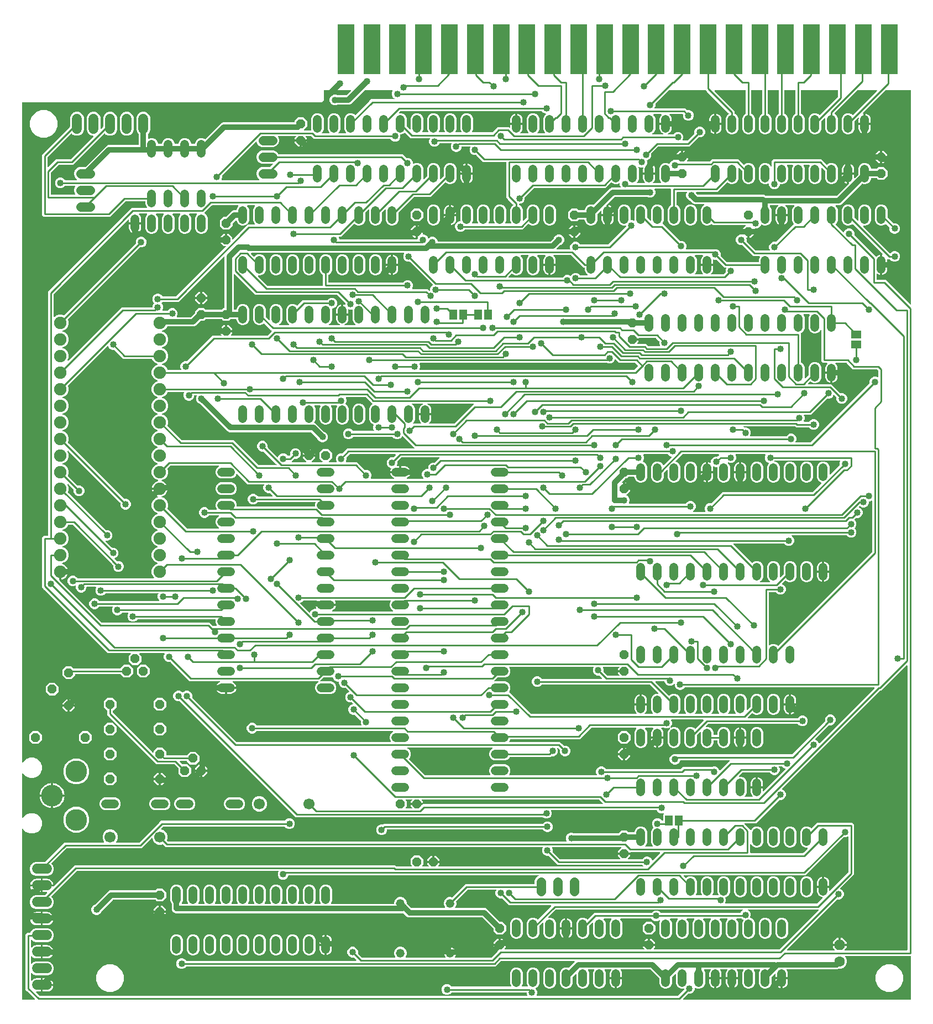
<source format=gbl>
G04 EAGLE Gerber RS-274X export*
G75*
%MOMM*%
%FSLAX34Y34*%
%LPD*%
%INBottom Copper*%
%IPPOS*%
%AMOC8*
5,1,8,0,0,1.08239X$1,22.5*%
G01*
%ADD10C,1.320800*%
%ADD11P,1.429621X8X292.500000*%
%ADD12P,1.732040X8X112.500000*%
%ADD13C,1.600200*%
%ADD14R,2.540000X7.620000*%
%ADD15C,1.320800*%
%ADD16C,1.422400*%
%ADD17R,1.168400X1.600200*%
%ADD18C,1.700000*%
%ADD19P,1.429621X8X22.500000*%
%ADD20P,1.429621X8X202.500000*%
%ADD21C,1.905000*%
%ADD22R,1.600200X1.168400*%
%ADD23C,3.316000*%
%ADD24C,1.524000*%
%ADD25P,1.429621X8X112.500000*%
%ADD26C,0.254000*%
%ADD27C,1.016000*%
%ADD28C,0.812800*%

G36*
X163257Y-579108D02*
X163257Y-579108D01*
X163329Y-579106D01*
X163378Y-579088D01*
X163429Y-579080D01*
X163492Y-579046D01*
X163560Y-579021D01*
X163600Y-578989D01*
X163646Y-578964D01*
X163696Y-578912D01*
X163752Y-578868D01*
X163780Y-578824D01*
X163816Y-578786D01*
X163846Y-578721D01*
X163885Y-578661D01*
X163898Y-578610D01*
X163919Y-578563D01*
X163927Y-578492D01*
X163945Y-578422D01*
X163941Y-578370D01*
X163947Y-578319D01*
X163931Y-578248D01*
X163926Y-578177D01*
X163905Y-578129D01*
X163894Y-578078D01*
X163857Y-578017D01*
X163829Y-577951D01*
X163785Y-577895D01*
X163768Y-577867D01*
X163750Y-577852D01*
X163725Y-577820D01*
X152422Y-566517D01*
X149669Y-563764D01*
X149669Y-479224D01*
X152199Y-476694D01*
X156680Y-476694D01*
X156795Y-476675D01*
X156911Y-476658D01*
X156917Y-476655D01*
X156923Y-476654D01*
X157026Y-476600D01*
X157131Y-476546D01*
X157135Y-476542D01*
X157140Y-476539D01*
X157220Y-476455D01*
X157303Y-476371D01*
X157306Y-476364D01*
X157310Y-476361D01*
X157318Y-476344D01*
X157384Y-476224D01*
X158087Y-474525D01*
X161089Y-471523D01*
X165010Y-469899D01*
X184494Y-469899D01*
X188415Y-471523D01*
X191417Y-474525D01*
X193041Y-478446D01*
X193041Y-482690D01*
X191417Y-486611D01*
X188415Y-489613D01*
X184494Y-491237D01*
X165010Y-491237D01*
X161089Y-489613D01*
X159606Y-488130D01*
X159548Y-488088D01*
X159496Y-488038D01*
X159448Y-488016D01*
X159406Y-487986D01*
X159338Y-487965D01*
X159272Y-487935D01*
X159221Y-487929D01*
X159171Y-487914D01*
X159099Y-487916D01*
X159028Y-487908D01*
X158977Y-487919D01*
X158925Y-487920D01*
X158858Y-487945D01*
X158788Y-487960D01*
X158743Y-487987D01*
X158694Y-488005D01*
X158638Y-488049D01*
X158577Y-488086D01*
X158543Y-488126D01*
X158502Y-488158D01*
X158463Y-488219D01*
X158417Y-488273D01*
X158397Y-488321D01*
X158369Y-488365D01*
X158352Y-488435D01*
X158325Y-488501D01*
X158317Y-488573D01*
X158309Y-488604D01*
X158311Y-488627D01*
X158306Y-488668D01*
X158306Y-498587D01*
X158318Y-498657D01*
X158320Y-498729D01*
X158338Y-498778D01*
X158346Y-498829D01*
X158380Y-498893D01*
X158404Y-498960D01*
X158437Y-499001D01*
X158461Y-499047D01*
X158513Y-499096D01*
X158558Y-499152D01*
X158602Y-499180D01*
X158639Y-499216D01*
X158704Y-499246D01*
X158765Y-499285D01*
X158815Y-499298D01*
X158862Y-499320D01*
X158934Y-499328D01*
X159003Y-499345D01*
X159055Y-499341D01*
X159107Y-499347D01*
X159177Y-499331D01*
X159248Y-499326D01*
X159296Y-499306D01*
X159347Y-499294D01*
X159409Y-499258D01*
X159475Y-499230D01*
X159531Y-499185D01*
X159558Y-499168D01*
X159574Y-499151D01*
X159606Y-499125D01*
X160513Y-498218D01*
X161807Y-497278D01*
X163232Y-496552D01*
X164753Y-496057D01*
X166332Y-495807D01*
X173229Y-495807D01*
X173229Y-505206D01*
X173232Y-505226D01*
X173230Y-505245D01*
X173252Y-505347D01*
X173269Y-505449D01*
X173278Y-505466D01*
X173282Y-505486D01*
X173335Y-505575D01*
X173384Y-505666D01*
X173398Y-505680D01*
X173408Y-505697D01*
X173487Y-505764D01*
X173562Y-505835D01*
X173580Y-505844D01*
X173595Y-505857D01*
X173691Y-505895D01*
X173785Y-505939D01*
X173805Y-505941D01*
X173823Y-505949D01*
X173990Y-505967D01*
X174753Y-505967D01*
X174753Y-505969D01*
X173990Y-505969D01*
X173970Y-505972D01*
X173951Y-505970D01*
X173849Y-505992D01*
X173747Y-506009D01*
X173730Y-506018D01*
X173710Y-506022D01*
X173621Y-506075D01*
X173530Y-506124D01*
X173516Y-506138D01*
X173499Y-506148D01*
X173432Y-506227D01*
X173361Y-506302D01*
X173352Y-506320D01*
X173339Y-506335D01*
X173300Y-506431D01*
X173257Y-506525D01*
X173255Y-506545D01*
X173247Y-506563D01*
X173229Y-506730D01*
X173229Y-516129D01*
X166332Y-516129D01*
X164753Y-515879D01*
X163232Y-515384D01*
X161807Y-514658D01*
X160513Y-513718D01*
X159606Y-512811D01*
X159548Y-512769D01*
X159496Y-512720D01*
X159448Y-512698D01*
X159406Y-512668D01*
X159338Y-512647D01*
X159272Y-512616D01*
X159221Y-512611D01*
X159171Y-512595D01*
X159099Y-512597D01*
X159028Y-512589D01*
X158977Y-512600D01*
X158925Y-512602D01*
X158858Y-512626D01*
X158788Y-512642D01*
X158743Y-512668D01*
X158694Y-512686D01*
X158638Y-512731D01*
X158577Y-512768D01*
X158543Y-512807D01*
X158502Y-512840D01*
X158463Y-512900D01*
X158417Y-512955D01*
X158397Y-513003D01*
X158369Y-513047D01*
X158352Y-513116D01*
X158325Y-513183D01*
X158317Y-513254D01*
X158309Y-513285D01*
X158311Y-513309D01*
X158306Y-513349D01*
X158306Y-523268D01*
X158318Y-523339D01*
X158320Y-523411D01*
X158338Y-523459D01*
X158346Y-523511D01*
X158380Y-523574D01*
X158404Y-523642D01*
X158437Y-523682D01*
X158461Y-523728D01*
X158513Y-523778D01*
X158558Y-523834D01*
X158602Y-523862D01*
X158639Y-523898D01*
X158704Y-523928D01*
X158765Y-523967D01*
X158815Y-523979D01*
X158862Y-524001D01*
X158934Y-524009D01*
X159003Y-524027D01*
X159055Y-524023D01*
X159107Y-524028D01*
X159177Y-524013D01*
X159248Y-524007D01*
X159296Y-523987D01*
X159347Y-523976D01*
X159409Y-523939D01*
X159475Y-523911D01*
X159531Y-523866D01*
X159558Y-523850D01*
X159574Y-523832D01*
X159606Y-523806D01*
X161089Y-522323D01*
X165010Y-520699D01*
X184494Y-520699D01*
X188415Y-522323D01*
X191417Y-525325D01*
X193041Y-529246D01*
X193041Y-533490D01*
X191417Y-537411D01*
X188415Y-540413D01*
X184494Y-542037D01*
X165010Y-542037D01*
X161089Y-540413D01*
X159606Y-538930D01*
X159548Y-538888D01*
X159496Y-538838D01*
X159448Y-538816D01*
X159406Y-538786D01*
X159338Y-538765D01*
X159272Y-538735D01*
X159221Y-538729D01*
X159171Y-538714D01*
X159099Y-538716D01*
X159028Y-538708D01*
X158977Y-538719D01*
X158925Y-538720D01*
X158858Y-538745D01*
X158788Y-538760D01*
X158743Y-538787D01*
X158694Y-538805D01*
X158638Y-538849D01*
X158577Y-538886D01*
X158543Y-538926D01*
X158502Y-538958D01*
X158463Y-539019D01*
X158417Y-539073D01*
X158397Y-539121D01*
X158369Y-539165D01*
X158352Y-539235D01*
X158325Y-539301D01*
X158317Y-539373D01*
X158309Y-539404D01*
X158311Y-539427D01*
X158306Y-539468D01*
X158306Y-549387D01*
X158318Y-549457D01*
X158320Y-549529D01*
X158338Y-549578D01*
X158346Y-549629D01*
X158380Y-549693D01*
X158404Y-549760D01*
X158437Y-549801D01*
X158461Y-549847D01*
X158513Y-549896D01*
X158558Y-549952D01*
X158602Y-549980D01*
X158639Y-550016D01*
X158704Y-550046D01*
X158765Y-550085D01*
X158815Y-550098D01*
X158862Y-550120D01*
X158934Y-550128D01*
X159003Y-550145D01*
X159055Y-550141D01*
X159107Y-550147D01*
X159177Y-550131D01*
X159248Y-550126D01*
X159296Y-550106D01*
X159347Y-550094D01*
X159409Y-550058D01*
X159475Y-550030D01*
X159531Y-549985D01*
X159558Y-549968D01*
X159574Y-549951D01*
X159606Y-549925D01*
X160513Y-549018D01*
X161807Y-548078D01*
X163232Y-547352D01*
X164753Y-546857D01*
X166332Y-546607D01*
X173229Y-546607D01*
X173229Y-556006D01*
X173232Y-556026D01*
X173230Y-556045D01*
X173252Y-556147D01*
X173269Y-556249D01*
X173278Y-556266D01*
X173282Y-556286D01*
X173335Y-556375D01*
X173384Y-556466D01*
X173398Y-556480D01*
X173408Y-556497D01*
X173487Y-556564D01*
X173562Y-556635D01*
X173580Y-556644D01*
X173595Y-556657D01*
X173691Y-556695D01*
X173785Y-556739D01*
X173805Y-556741D01*
X173823Y-556749D01*
X173990Y-556767D01*
X174753Y-556767D01*
X174753Y-556769D01*
X173990Y-556769D01*
X173970Y-556772D01*
X173951Y-556770D01*
X173849Y-556792D01*
X173747Y-556809D01*
X173730Y-556818D01*
X173710Y-556822D01*
X173621Y-556875D01*
X173530Y-556924D01*
X173516Y-556938D01*
X173499Y-556948D01*
X173432Y-557027D01*
X173361Y-557102D01*
X173352Y-557120D01*
X173339Y-557135D01*
X173300Y-557231D01*
X173257Y-557325D01*
X173255Y-557345D01*
X173247Y-557363D01*
X173229Y-557530D01*
X173229Y-566929D01*
X166887Y-566929D01*
X166816Y-566940D01*
X166744Y-566942D01*
X166695Y-566960D01*
X166644Y-566968D01*
X166581Y-567002D01*
X166513Y-567027D01*
X166472Y-567059D01*
X166427Y-567084D01*
X166377Y-567135D01*
X166321Y-567180D01*
X166293Y-567224D01*
X166257Y-567262D01*
X166227Y-567327D01*
X166188Y-567387D01*
X166175Y-567438D01*
X166154Y-567485D01*
X166146Y-567556D01*
X166128Y-567626D01*
X166132Y-567678D01*
X166126Y-567729D01*
X166142Y-567800D01*
X166147Y-567871D01*
X166168Y-567919D01*
X166179Y-567970D01*
X166216Y-568031D01*
X166244Y-568097D01*
X166288Y-568153D01*
X166305Y-568181D01*
X166314Y-568188D01*
X166315Y-568191D01*
X166327Y-568201D01*
X166348Y-568228D01*
X171428Y-573308D01*
X171502Y-573361D01*
X171572Y-573421D01*
X171602Y-573433D01*
X171628Y-573452D01*
X171715Y-573479D01*
X171800Y-573513D01*
X171841Y-573517D01*
X171863Y-573524D01*
X171895Y-573523D01*
X171967Y-573531D01*
X917731Y-573531D01*
X917776Y-573524D01*
X917822Y-573526D01*
X917897Y-573504D01*
X917974Y-573492D01*
X918015Y-573470D01*
X918059Y-573457D01*
X918123Y-573413D01*
X918191Y-573376D01*
X918223Y-573343D01*
X918261Y-573317D01*
X918307Y-573254D01*
X918361Y-573198D01*
X918380Y-573156D01*
X918407Y-573120D01*
X918432Y-573046D01*
X918464Y-572975D01*
X918469Y-572929D01*
X918484Y-572886D01*
X918483Y-572808D01*
X918491Y-572731D01*
X918482Y-572686D01*
X918481Y-572640D01*
X918443Y-572508D01*
X918439Y-572490D01*
X918437Y-572486D01*
X918435Y-572479D01*
X917384Y-569942D01*
X917384Y-568642D01*
X917381Y-568623D01*
X917383Y-568603D01*
X917361Y-568502D01*
X917344Y-568400D01*
X917335Y-568382D01*
X917330Y-568363D01*
X917277Y-568274D01*
X917229Y-568182D01*
X917215Y-568169D01*
X917204Y-568152D01*
X917126Y-568084D01*
X917051Y-568013D01*
X917033Y-568005D01*
X917017Y-567992D01*
X916921Y-567953D01*
X916828Y-567909D01*
X916808Y-567907D01*
X916789Y-567900D01*
X916623Y-567881D01*
X802830Y-567881D01*
X802740Y-567896D01*
X802649Y-567903D01*
X802619Y-567916D01*
X802587Y-567921D01*
X802506Y-567964D01*
X802423Y-567999D01*
X802390Y-568025D01*
X802370Y-568036D01*
X802348Y-568059D01*
X802292Y-568104D01*
X799942Y-570454D01*
X796954Y-571691D01*
X793721Y-571691D01*
X790733Y-570454D01*
X788446Y-568167D01*
X787209Y-565179D01*
X787209Y-561946D01*
X788446Y-558958D01*
X790733Y-556671D01*
X793721Y-555434D01*
X796954Y-555434D01*
X799942Y-556671D01*
X802292Y-559021D01*
X802366Y-559074D01*
X802435Y-559133D01*
X802465Y-559146D01*
X802491Y-559164D01*
X802578Y-559191D01*
X802663Y-559225D01*
X802704Y-559230D01*
X802726Y-559237D01*
X802759Y-559236D01*
X802830Y-559244D01*
X892822Y-559244D01*
X892867Y-559236D01*
X892913Y-559238D01*
X892988Y-559217D01*
X893064Y-559204D01*
X893105Y-559183D01*
X893149Y-559170D01*
X893213Y-559125D01*
X893282Y-559089D01*
X893313Y-559056D01*
X893351Y-559030D01*
X893397Y-558967D01*
X893451Y-558911D01*
X893470Y-558869D01*
X893498Y-558832D01*
X893522Y-558758D01*
X893555Y-558688D01*
X893560Y-558642D01*
X893574Y-558598D01*
X893573Y-558520D01*
X893582Y-558443D01*
X893572Y-558398D01*
X893572Y-558352D01*
X893533Y-558221D01*
X893530Y-558203D01*
X893527Y-558198D01*
X893525Y-558191D01*
X892047Y-554624D01*
X892047Y-537576D01*
X893517Y-534028D01*
X896232Y-531313D01*
X899780Y-529843D01*
X903620Y-529843D01*
X907168Y-531313D01*
X909883Y-534028D01*
X911353Y-537576D01*
X911353Y-554624D01*
X909875Y-558191D01*
X909865Y-558236D01*
X909845Y-558278D01*
X909837Y-558355D01*
X909819Y-558431D01*
X909823Y-558476D01*
X909818Y-558522D01*
X909835Y-558598D01*
X909842Y-558676D01*
X909861Y-558717D01*
X909870Y-558762D01*
X909910Y-558829D01*
X909942Y-558900D01*
X909973Y-558934D01*
X909997Y-558973D01*
X910056Y-559024D01*
X910108Y-559081D01*
X910149Y-559104D01*
X910184Y-559133D01*
X910256Y-559162D01*
X910324Y-559200D01*
X910369Y-559208D01*
X910412Y-559225D01*
X910548Y-559240D01*
X910566Y-559244D01*
X910571Y-559243D01*
X910578Y-559244D01*
X918222Y-559244D01*
X918267Y-559236D01*
X918313Y-559238D01*
X918388Y-559217D01*
X918464Y-559204D01*
X918505Y-559183D01*
X918549Y-559170D01*
X918613Y-559125D01*
X918682Y-559089D01*
X918713Y-559056D01*
X918751Y-559030D01*
X918797Y-558967D01*
X918851Y-558911D01*
X918870Y-558869D01*
X918898Y-558832D01*
X918922Y-558758D01*
X918955Y-558688D01*
X918960Y-558642D01*
X918974Y-558598D01*
X918973Y-558520D01*
X918982Y-558443D01*
X918972Y-558398D01*
X918972Y-558352D01*
X918933Y-558221D01*
X918930Y-558203D01*
X918927Y-558198D01*
X918925Y-558191D01*
X917447Y-554624D01*
X917447Y-537576D01*
X918917Y-534028D01*
X921632Y-531313D01*
X925180Y-529843D01*
X929020Y-529843D01*
X932568Y-531313D01*
X935283Y-534028D01*
X936753Y-537576D01*
X936753Y-554624D01*
X935283Y-558172D01*
X932568Y-560887D01*
X931501Y-561329D01*
X931462Y-561353D01*
X931419Y-561369D01*
X931358Y-561418D01*
X931292Y-561459D01*
X931263Y-561494D01*
X931227Y-561523D01*
X931185Y-561588D01*
X931135Y-561648D01*
X931119Y-561691D01*
X931094Y-561730D01*
X931075Y-561805D01*
X931047Y-561878D01*
X931045Y-561924D01*
X931034Y-561968D01*
X931040Y-562046D01*
X931036Y-562124D01*
X931049Y-562168D01*
X931053Y-562213D01*
X931083Y-562285D01*
X931105Y-562360D01*
X931131Y-562398D01*
X931149Y-562440D01*
X931235Y-562546D01*
X931245Y-562562D01*
X931249Y-562565D01*
X931254Y-562571D01*
X932404Y-563720D01*
X933641Y-566708D01*
X933641Y-569942D01*
X932590Y-572479D01*
X932580Y-572523D01*
X932561Y-572565D01*
X932552Y-572642D01*
X932534Y-572718D01*
X932539Y-572764D01*
X932534Y-572809D01*
X932550Y-572886D01*
X932557Y-572963D01*
X932576Y-573005D01*
X932586Y-573050D01*
X932626Y-573117D01*
X932657Y-573188D01*
X932688Y-573222D01*
X932712Y-573261D01*
X932771Y-573312D01*
X932824Y-573369D01*
X932864Y-573391D01*
X932899Y-573421D01*
X932971Y-573450D01*
X933039Y-573487D01*
X933084Y-573496D01*
X933127Y-573513D01*
X933263Y-573528D01*
X933281Y-573531D01*
X933286Y-573530D01*
X933294Y-573531D01*
X1148833Y-573531D01*
X1148923Y-573517D01*
X1149014Y-573509D01*
X1149044Y-573497D01*
X1149076Y-573492D01*
X1149157Y-573449D01*
X1149241Y-573413D01*
X1149273Y-573387D01*
X1149293Y-573376D01*
X1149316Y-573353D01*
X1149372Y-573308D01*
X1158461Y-564219D01*
X1158514Y-564145D01*
X1158573Y-564076D01*
X1158586Y-564046D01*
X1158604Y-564019D01*
X1158631Y-563932D01*
X1158665Y-563848D01*
X1158670Y-563807D01*
X1158677Y-563784D01*
X1158676Y-563752D01*
X1158684Y-563681D01*
X1158684Y-563055D01*
X1158676Y-563010D01*
X1158678Y-562964D01*
X1158657Y-562889D01*
X1158644Y-562813D01*
X1158623Y-562772D01*
X1158610Y-562728D01*
X1158565Y-562664D01*
X1158529Y-562595D01*
X1158496Y-562564D01*
X1158469Y-562526D01*
X1158407Y-562480D01*
X1158351Y-562426D01*
X1158309Y-562406D01*
X1158272Y-562379D01*
X1158198Y-562355D01*
X1158128Y-562322D01*
X1158082Y-562317D01*
X1158038Y-562303D01*
X1157960Y-562304D01*
X1157883Y-562295D01*
X1157838Y-562305D01*
X1157792Y-562305D01*
X1157661Y-562343D01*
X1157643Y-562347D01*
X1157638Y-562350D01*
X1157631Y-562352D01*
X1157620Y-562357D01*
X1153780Y-562357D01*
X1150232Y-560887D01*
X1147517Y-558172D01*
X1146047Y-554624D01*
X1146047Y-540662D01*
X1146036Y-540591D01*
X1146034Y-540520D01*
X1146016Y-540471D01*
X1146008Y-540419D01*
X1145974Y-540356D01*
X1145949Y-540289D01*
X1145917Y-540248D01*
X1145892Y-540202D01*
X1145840Y-540152D01*
X1145796Y-540096D01*
X1145752Y-540068D01*
X1145714Y-540032D01*
X1145649Y-540002D01*
X1145589Y-539963D01*
X1145538Y-539951D01*
X1145491Y-539929D01*
X1145420Y-539921D01*
X1145350Y-539903D01*
X1145298Y-539907D01*
X1145247Y-539902D01*
X1145176Y-539917D01*
X1145105Y-539923D01*
X1145057Y-539943D01*
X1145006Y-539954D01*
X1144945Y-539991D01*
X1144879Y-540019D01*
X1144823Y-540064D01*
X1144795Y-540080D01*
X1144780Y-540098D01*
X1144748Y-540124D01*
X1140176Y-544696D01*
X1140123Y-544770D01*
X1140063Y-544839D01*
X1140051Y-544869D01*
X1140032Y-544895D01*
X1140005Y-544983D01*
X1139971Y-545067D01*
X1139967Y-545108D01*
X1139960Y-545131D01*
X1139961Y-545163D01*
X1139953Y-545234D01*
X1139953Y-554624D01*
X1138483Y-558172D01*
X1135768Y-560887D01*
X1132220Y-562357D01*
X1128380Y-562357D01*
X1124832Y-560887D01*
X1122117Y-558172D01*
X1120647Y-554624D01*
X1120647Y-546822D01*
X1120633Y-546731D01*
X1120625Y-546641D01*
X1120613Y-546611D01*
X1120608Y-546579D01*
X1120565Y-546498D01*
X1120529Y-546414D01*
X1120503Y-546382D01*
X1120492Y-546361D01*
X1120469Y-546339D01*
X1120424Y-546283D01*
X1106939Y-532798D01*
X1106865Y-532745D01*
X1106796Y-532686D01*
X1106766Y-532673D01*
X1106740Y-532655D01*
X1106653Y-532628D01*
X1106568Y-532594D01*
X1106527Y-532589D01*
X1106504Y-532582D01*
X1106472Y-532583D01*
X1106401Y-532575D01*
X1061898Y-532575D01*
X1061781Y-532594D01*
X1061661Y-532613D01*
X1061658Y-532614D01*
X1061655Y-532615D01*
X1061550Y-532671D01*
X1061443Y-532726D01*
X1061441Y-532729D01*
X1061438Y-532730D01*
X1061356Y-532816D01*
X1061272Y-532903D01*
X1061271Y-532906D01*
X1061269Y-532908D01*
X1061219Y-533016D01*
X1061167Y-533126D01*
X1061166Y-533129D01*
X1061165Y-533131D01*
X1061152Y-533251D01*
X1061138Y-533370D01*
X1061138Y-533373D01*
X1061138Y-533376D01*
X1061163Y-533493D01*
X1061188Y-533611D01*
X1061190Y-533614D01*
X1061190Y-533616D01*
X1061196Y-533626D01*
X1061265Y-533759D01*
X1062204Y-535164D01*
X1062893Y-536829D01*
X1063245Y-538595D01*
X1063245Y-544577D01*
X1054862Y-544577D01*
X1054842Y-544580D01*
X1054823Y-544578D01*
X1054721Y-544600D01*
X1054619Y-544617D01*
X1054602Y-544626D01*
X1054582Y-544630D01*
X1054493Y-544683D01*
X1054402Y-544732D01*
X1054388Y-544746D01*
X1054371Y-544756D01*
X1054304Y-544835D01*
X1054233Y-544910D01*
X1054224Y-544928D01*
X1054211Y-544943D01*
X1054173Y-545039D01*
X1054129Y-545133D01*
X1054127Y-545153D01*
X1054119Y-545171D01*
X1054101Y-545338D01*
X1054101Y-546101D01*
X1054099Y-546101D01*
X1054099Y-545338D01*
X1054096Y-545318D01*
X1054098Y-545299D01*
X1054076Y-545197D01*
X1054059Y-545095D01*
X1054050Y-545078D01*
X1054046Y-545058D01*
X1053993Y-544969D01*
X1053944Y-544878D01*
X1053930Y-544864D01*
X1053920Y-544847D01*
X1053841Y-544780D01*
X1053766Y-544709D01*
X1053748Y-544700D01*
X1053733Y-544687D01*
X1053637Y-544648D01*
X1053543Y-544605D01*
X1053523Y-544603D01*
X1053505Y-544595D01*
X1053338Y-544577D01*
X1044955Y-544577D01*
X1044955Y-538595D01*
X1045307Y-536829D01*
X1045996Y-535164D01*
X1046935Y-533759D01*
X1046984Y-533651D01*
X1047035Y-533541D01*
X1047035Y-533538D01*
X1047037Y-533536D01*
X1047049Y-533416D01*
X1047062Y-533297D01*
X1047061Y-533294D01*
X1047062Y-533291D01*
X1047035Y-533174D01*
X1047010Y-533057D01*
X1047008Y-533054D01*
X1047008Y-533051D01*
X1046945Y-532948D01*
X1046884Y-532846D01*
X1046881Y-532844D01*
X1046880Y-532841D01*
X1046788Y-532763D01*
X1046697Y-532686D01*
X1046694Y-532684D01*
X1046691Y-532682D01*
X1046581Y-532639D01*
X1046469Y-532594D01*
X1046465Y-532593D01*
X1046463Y-532592D01*
X1046452Y-532592D01*
X1046302Y-532575D01*
X1037268Y-532575D01*
X1037197Y-532587D01*
X1037126Y-532589D01*
X1037077Y-532607D01*
X1037025Y-532615D01*
X1036962Y-532648D01*
X1036895Y-532673D01*
X1036854Y-532706D01*
X1036808Y-532730D01*
X1036759Y-532782D01*
X1036703Y-532827D01*
X1036674Y-532871D01*
X1036639Y-532908D01*
X1036608Y-532974D01*
X1036570Y-533034D01*
X1036557Y-533084D01*
X1036535Y-533131D01*
X1036527Y-533203D01*
X1036510Y-533272D01*
X1036514Y-533324D01*
X1036508Y-533376D01*
X1036523Y-533446D01*
X1036529Y-533518D01*
X1036549Y-533565D01*
X1036560Y-533616D01*
X1036597Y-533678D01*
X1036625Y-533744D01*
X1036670Y-533800D01*
X1036686Y-533827D01*
X1036704Y-533843D01*
X1036730Y-533875D01*
X1036883Y-534028D01*
X1038353Y-537576D01*
X1038353Y-554624D01*
X1036883Y-558172D01*
X1034168Y-560887D01*
X1030620Y-562357D01*
X1026780Y-562357D01*
X1023232Y-560887D01*
X1020517Y-558172D01*
X1019047Y-554624D01*
X1019047Y-537576D01*
X1020517Y-534028D01*
X1020670Y-533875D01*
X1020712Y-533817D01*
X1020761Y-533765D01*
X1020783Y-533717D01*
X1020814Y-533675D01*
X1020835Y-533606D01*
X1020865Y-533541D01*
X1020871Y-533490D01*
X1020886Y-533440D01*
X1020884Y-533368D01*
X1020892Y-533297D01*
X1020881Y-533246D01*
X1020880Y-533194D01*
X1020855Y-533127D01*
X1020840Y-533057D01*
X1020813Y-533012D01*
X1020795Y-532963D01*
X1020751Y-532907D01*
X1020714Y-532846D01*
X1020674Y-532812D01*
X1020642Y-532771D01*
X1020581Y-532732D01*
X1020527Y-532686D01*
X1020478Y-532666D01*
X1020435Y-532638D01*
X1020365Y-532621D01*
X1020299Y-532594D01*
X1020227Y-532586D01*
X1020196Y-532578D01*
X1020173Y-532580D01*
X1020132Y-532575D01*
X1011868Y-532575D01*
X1011797Y-532587D01*
X1011726Y-532589D01*
X1011677Y-532607D01*
X1011625Y-532615D01*
X1011562Y-532648D01*
X1011495Y-532673D01*
X1011454Y-532706D01*
X1011408Y-532730D01*
X1011359Y-532782D01*
X1011303Y-532827D01*
X1011274Y-532871D01*
X1011239Y-532908D01*
X1011208Y-532974D01*
X1011170Y-533034D01*
X1011157Y-533084D01*
X1011135Y-533131D01*
X1011127Y-533203D01*
X1011110Y-533272D01*
X1011114Y-533324D01*
X1011108Y-533376D01*
X1011123Y-533446D01*
X1011129Y-533518D01*
X1011149Y-533565D01*
X1011160Y-533616D01*
X1011197Y-533678D01*
X1011225Y-533744D01*
X1011270Y-533800D01*
X1011286Y-533827D01*
X1011304Y-533843D01*
X1011330Y-533875D01*
X1011483Y-534028D01*
X1012953Y-537576D01*
X1012953Y-554624D01*
X1011483Y-558172D01*
X1008768Y-560887D01*
X1005220Y-562357D01*
X1001380Y-562357D01*
X997832Y-560887D01*
X995117Y-558172D01*
X993647Y-554624D01*
X993647Y-540662D01*
X993636Y-540591D01*
X993634Y-540520D01*
X993616Y-540471D01*
X993608Y-540419D01*
X993574Y-540356D01*
X993549Y-540289D01*
X993517Y-540248D01*
X993492Y-540202D01*
X993441Y-540153D01*
X993396Y-540096D01*
X993352Y-540068D01*
X993314Y-540032D01*
X993249Y-540002D01*
X993189Y-539963D01*
X993138Y-539951D01*
X993091Y-539929D01*
X993020Y-539921D01*
X992950Y-539903D01*
X992898Y-539907D01*
X992847Y-539902D01*
X992776Y-539917D01*
X992705Y-539923D01*
X992657Y-539943D01*
X992606Y-539954D01*
X992545Y-539991D01*
X992479Y-540019D01*
X992423Y-540064D01*
X992395Y-540080D01*
X992380Y-540098D01*
X992348Y-540124D01*
X987776Y-544696D01*
X987723Y-544770D01*
X987663Y-544839D01*
X987651Y-544869D01*
X987632Y-544895D01*
X987605Y-544982D01*
X987571Y-545067D01*
X987567Y-545108D01*
X987560Y-545131D01*
X987561Y-545163D01*
X987553Y-545234D01*
X987553Y-554624D01*
X986083Y-558172D01*
X983368Y-560887D01*
X979820Y-562357D01*
X975980Y-562357D01*
X972432Y-560887D01*
X969717Y-558172D01*
X968247Y-554624D01*
X968247Y-537576D01*
X969717Y-534028D01*
X972432Y-531313D01*
X975980Y-529843D01*
X979820Y-529843D01*
X981252Y-530437D01*
X981366Y-530463D01*
X981480Y-530492D01*
X981486Y-530491D01*
X981492Y-530493D01*
X981608Y-530482D01*
X981725Y-530473D01*
X981730Y-530470D01*
X981737Y-530470D01*
X981844Y-530422D01*
X981951Y-530376D01*
X981957Y-530372D01*
X981961Y-530370D01*
X981975Y-530357D01*
X982082Y-530272D01*
X990798Y-521556D01*
X990840Y-521498D01*
X990889Y-521446D01*
X990911Y-521398D01*
X990941Y-521356D01*
X990962Y-521288D01*
X990993Y-521222D01*
X990998Y-521171D01*
X991014Y-521121D01*
X991012Y-521049D01*
X991020Y-520978D01*
X991009Y-520927D01*
X991007Y-520875D01*
X990983Y-520808D01*
X990968Y-520738D01*
X990941Y-520693D01*
X990923Y-520644D01*
X990878Y-520588D01*
X990841Y-520527D01*
X990802Y-520493D01*
X990769Y-520452D01*
X990709Y-520413D01*
X990654Y-520367D01*
X990606Y-520347D01*
X990562Y-520319D01*
X990493Y-520302D01*
X990426Y-520275D01*
X990355Y-520267D01*
X990324Y-520259D01*
X990300Y-520261D01*
X990260Y-520256D01*
X878404Y-520256D01*
X878314Y-520271D01*
X878223Y-520278D01*
X878193Y-520291D01*
X878161Y-520296D01*
X878081Y-520339D01*
X877997Y-520374D01*
X877965Y-520400D01*
X877944Y-520411D01*
X877922Y-520434D01*
X877866Y-520479D01*
X872904Y-525441D01*
X870151Y-528194D01*
X396430Y-528194D01*
X396340Y-528208D01*
X396249Y-528216D01*
X396219Y-528228D01*
X396187Y-528233D01*
X396106Y-528276D01*
X396023Y-528312D01*
X395990Y-528338D01*
X395970Y-528349D01*
X395948Y-528372D01*
X395892Y-528417D01*
X393542Y-530766D01*
X390554Y-532004D01*
X387321Y-532004D01*
X384333Y-530766D01*
X382046Y-528480D01*
X380809Y-525492D01*
X380809Y-522258D01*
X382046Y-519270D01*
X384333Y-516984D01*
X387321Y-515746D01*
X390554Y-515746D01*
X393542Y-516984D01*
X395892Y-519333D01*
X395966Y-519386D01*
X396035Y-519446D01*
X396065Y-519458D01*
X396091Y-519477D01*
X396178Y-519504D01*
X396263Y-519538D01*
X396304Y-519542D01*
X396326Y-519549D01*
X396359Y-519548D01*
X396430Y-519556D01*
X656073Y-519556D01*
X656144Y-519545D01*
X656216Y-519543D01*
X656265Y-519525D01*
X656316Y-519517D01*
X656379Y-519483D01*
X656447Y-519458D01*
X656487Y-519426D01*
X656533Y-519401D01*
X656583Y-519349D01*
X656639Y-519305D01*
X656667Y-519261D01*
X656703Y-519223D01*
X656733Y-519158D01*
X656772Y-519098D01*
X656785Y-519047D01*
X656806Y-519000D01*
X656814Y-518929D01*
X656832Y-518859D01*
X656828Y-518807D01*
X656834Y-518756D01*
X656818Y-518685D01*
X656813Y-518614D01*
X656792Y-518566D01*
X656781Y-518515D01*
X656745Y-518454D01*
X656716Y-518388D01*
X656672Y-518332D01*
X656655Y-518304D01*
X656637Y-518289D01*
X656612Y-518257D01*
X653119Y-514764D01*
X653045Y-514711D01*
X652976Y-514652D01*
X652946Y-514640D01*
X652919Y-514621D01*
X652832Y-514594D01*
X652748Y-514560D01*
X652707Y-514555D01*
X652684Y-514548D01*
X652652Y-514549D01*
X652581Y-514541D01*
X649258Y-514541D01*
X646270Y-513304D01*
X643984Y-511017D01*
X642746Y-508029D01*
X642746Y-504796D01*
X643984Y-501808D01*
X646270Y-499521D01*
X649258Y-498284D01*
X652492Y-498284D01*
X655480Y-499521D01*
X657766Y-501808D01*
X659004Y-504796D01*
X659004Y-508118D01*
X659018Y-508208D01*
X659026Y-508299D01*
X659038Y-508329D01*
X659043Y-508361D01*
X659086Y-508442D01*
X659122Y-508526D01*
X659148Y-508558D01*
X659159Y-508578D01*
X659182Y-508601D01*
X659227Y-508657D01*
X665141Y-514571D01*
X665215Y-514624D01*
X665284Y-514683D01*
X665314Y-514696D01*
X665341Y-514714D01*
X665428Y-514741D01*
X665512Y-514775D01*
X665553Y-514780D01*
X665576Y-514787D01*
X665608Y-514786D01*
X665679Y-514794D01*
X715205Y-514794D01*
X715276Y-514782D01*
X715347Y-514780D01*
X715396Y-514762D01*
X715448Y-514754D01*
X715511Y-514720D01*
X715578Y-514696D01*
X715619Y-514663D01*
X715665Y-514639D01*
X715714Y-514587D01*
X715770Y-514542D01*
X715799Y-514498D01*
X715834Y-514461D01*
X715865Y-514396D01*
X715903Y-514335D01*
X715916Y-514285D01*
X715938Y-514238D01*
X715946Y-514166D01*
X715963Y-514097D01*
X715959Y-514045D01*
X715965Y-513993D01*
X715950Y-513923D01*
X715944Y-513851D01*
X715924Y-513804D01*
X715913Y-513753D01*
X715876Y-513691D01*
X715848Y-513625D01*
X715803Y-513569D01*
X715787Y-513542D01*
X715769Y-513526D01*
X715743Y-513494D01*
X715717Y-513468D01*
X714247Y-509920D01*
X714247Y-506080D01*
X715717Y-502532D01*
X718432Y-499817D01*
X721980Y-498347D01*
X725820Y-498347D01*
X729368Y-499817D01*
X732083Y-502532D01*
X733553Y-506080D01*
X733553Y-509920D01*
X732083Y-513468D01*
X732057Y-513494D01*
X732015Y-513552D01*
X731966Y-513604D01*
X731944Y-513652D01*
X731913Y-513694D01*
X731892Y-513762D01*
X731862Y-513828D01*
X731856Y-513879D01*
X731841Y-513929D01*
X731843Y-514001D01*
X731835Y-514072D01*
X731846Y-514123D01*
X731847Y-514175D01*
X731872Y-514242D01*
X731887Y-514312D01*
X731914Y-514357D01*
X731932Y-514406D01*
X731977Y-514462D01*
X732013Y-514523D01*
X732053Y-514557D01*
X732085Y-514598D01*
X732146Y-514637D01*
X732200Y-514683D01*
X732248Y-514703D01*
X732292Y-514731D01*
X732362Y-514748D01*
X732428Y-514775D01*
X732500Y-514783D01*
X732531Y-514791D01*
X732554Y-514789D01*
X732595Y-514794D01*
X792217Y-514794D01*
X792335Y-514775D01*
X792454Y-514756D01*
X792457Y-514755D01*
X792460Y-514754D01*
X792565Y-514698D01*
X792672Y-514643D01*
X792674Y-514640D01*
X792677Y-514639D01*
X792759Y-514553D01*
X792843Y-514466D01*
X792844Y-514463D01*
X792846Y-514461D01*
X792897Y-514353D01*
X792948Y-514243D01*
X792949Y-514240D01*
X792950Y-514238D01*
X792963Y-514120D01*
X792978Y-513999D01*
X792977Y-513996D01*
X792977Y-513993D01*
X792952Y-513877D01*
X792927Y-513758D01*
X792925Y-513755D01*
X792925Y-513753D01*
X792919Y-513743D01*
X792850Y-513610D01*
X791996Y-512332D01*
X791307Y-510667D01*
X791079Y-509523D01*
X799338Y-509523D01*
X799358Y-509520D01*
X799377Y-509522D01*
X799479Y-509500D01*
X799581Y-509483D01*
X799598Y-509474D01*
X799618Y-509470D01*
X799707Y-509417D01*
X799798Y-509368D01*
X799812Y-509354D01*
X799829Y-509344D01*
X799896Y-509265D01*
X799967Y-509190D01*
X799976Y-509172D01*
X799989Y-509157D01*
X800027Y-509061D01*
X800071Y-508967D01*
X800073Y-508947D01*
X800081Y-508929D01*
X800099Y-508762D01*
X800099Y-507999D01*
X800101Y-507999D01*
X800101Y-508762D01*
X800104Y-508782D01*
X800102Y-508801D01*
X800124Y-508903D01*
X800141Y-509005D01*
X800150Y-509022D01*
X800154Y-509042D01*
X800207Y-509131D01*
X800256Y-509222D01*
X800270Y-509236D01*
X800280Y-509253D01*
X800359Y-509320D01*
X800434Y-509391D01*
X800452Y-509400D01*
X800467Y-509413D01*
X800563Y-509452D01*
X800657Y-509495D01*
X800677Y-509497D01*
X800695Y-509505D01*
X800862Y-509523D01*
X809121Y-509523D01*
X808893Y-510667D01*
X808204Y-512332D01*
X807350Y-513610D01*
X807301Y-513718D01*
X807250Y-513828D01*
X807250Y-513831D01*
X807248Y-513833D01*
X807236Y-513954D01*
X807223Y-514072D01*
X807223Y-514075D01*
X807223Y-514078D01*
X807250Y-514195D01*
X807275Y-514312D01*
X807277Y-514315D01*
X807277Y-514318D01*
X807340Y-514421D01*
X807401Y-514523D01*
X807404Y-514525D01*
X807405Y-514528D01*
X807497Y-514606D01*
X807588Y-514683D01*
X807591Y-514685D01*
X807593Y-514687D01*
X807704Y-514730D01*
X807816Y-514775D01*
X807820Y-514776D01*
X807822Y-514777D01*
X807833Y-514777D01*
X807983Y-514794D01*
X863083Y-514794D01*
X863173Y-514779D01*
X863264Y-514772D01*
X863294Y-514759D01*
X863326Y-514754D01*
X863407Y-514711D01*
X863491Y-514676D01*
X863523Y-514650D01*
X863543Y-514639D01*
X863566Y-514616D01*
X863622Y-514571D01*
X872592Y-505601D01*
X872603Y-505585D01*
X872619Y-505572D01*
X872675Y-505485D01*
X872735Y-505401D01*
X872741Y-505382D01*
X872752Y-505365D01*
X872777Y-505265D01*
X872808Y-505166D01*
X872807Y-505146D01*
X872812Y-505127D01*
X872804Y-505024D01*
X872801Y-504920D01*
X872794Y-504901D01*
X872793Y-504881D01*
X872753Y-504787D01*
X872717Y-504689D01*
X872704Y-504673D01*
X872696Y-504655D01*
X872592Y-504524D01*
X867155Y-499088D01*
X867155Y-496823D01*
X875538Y-496823D01*
X875558Y-496820D01*
X875577Y-496822D01*
X875679Y-496800D01*
X875781Y-496783D01*
X875798Y-496774D01*
X875818Y-496770D01*
X875907Y-496717D01*
X875998Y-496668D01*
X876012Y-496654D01*
X876029Y-496644D01*
X876096Y-496565D01*
X876167Y-496490D01*
X876176Y-496472D01*
X876189Y-496457D01*
X876227Y-496361D01*
X876271Y-496267D01*
X876273Y-496247D01*
X876281Y-496229D01*
X876299Y-496062D01*
X876299Y-495299D01*
X876301Y-495299D01*
X876301Y-496062D01*
X876304Y-496082D01*
X876302Y-496101D01*
X876324Y-496203D01*
X876341Y-496305D01*
X876350Y-496322D01*
X876354Y-496342D01*
X876407Y-496431D01*
X876456Y-496522D01*
X876470Y-496536D01*
X876480Y-496553D01*
X876559Y-496620D01*
X876634Y-496691D01*
X876652Y-496700D01*
X876667Y-496713D01*
X876763Y-496752D01*
X876857Y-496795D01*
X876877Y-496797D01*
X876895Y-496805D01*
X877062Y-496823D01*
X885445Y-496823D01*
X885445Y-499088D01*
X883738Y-500794D01*
X883696Y-500852D01*
X883647Y-500904D01*
X883625Y-500952D01*
X883595Y-500994D01*
X883574Y-501062D01*
X883543Y-501128D01*
X883538Y-501179D01*
X883522Y-501229D01*
X883524Y-501301D01*
X883516Y-501372D01*
X883527Y-501423D01*
X883529Y-501475D01*
X883553Y-501542D01*
X883569Y-501612D01*
X883595Y-501657D01*
X883613Y-501706D01*
X883658Y-501762D01*
X883695Y-501823D01*
X883734Y-501857D01*
X883767Y-501898D01*
X883827Y-501937D01*
X883882Y-501983D01*
X883930Y-502003D01*
X883974Y-502031D01*
X884043Y-502048D01*
X884110Y-502075D01*
X884181Y-502083D01*
X884212Y-502091D01*
X884236Y-502089D01*
X884277Y-502094D01*
X1096923Y-502094D01*
X1096994Y-502082D01*
X1097066Y-502080D01*
X1097115Y-502062D01*
X1097166Y-502054D01*
X1097229Y-502020D01*
X1097297Y-501996D01*
X1097337Y-501963D01*
X1097384Y-501939D01*
X1097433Y-501887D01*
X1097489Y-501842D01*
X1097517Y-501798D01*
X1097553Y-501761D01*
X1097583Y-501696D01*
X1097622Y-501635D01*
X1097635Y-501585D01*
X1097657Y-501538D01*
X1097664Y-501466D01*
X1097682Y-501397D01*
X1097678Y-501345D01*
X1097684Y-501293D01*
X1097668Y-501223D01*
X1097663Y-501152D01*
X1097642Y-501104D01*
X1097631Y-501053D01*
X1097595Y-500991D01*
X1097566Y-500925D01*
X1097522Y-500869D01*
X1097505Y-500842D01*
X1097487Y-500826D01*
X1097462Y-500794D01*
X1095755Y-499088D01*
X1095755Y-496823D01*
X1104138Y-496823D01*
X1104158Y-496820D01*
X1104177Y-496822D01*
X1104279Y-496800D01*
X1104381Y-496783D01*
X1104398Y-496774D01*
X1104418Y-496770D01*
X1104507Y-496717D01*
X1104598Y-496668D01*
X1104612Y-496654D01*
X1104629Y-496644D01*
X1104696Y-496565D01*
X1104767Y-496490D01*
X1104776Y-496472D01*
X1104789Y-496457D01*
X1104827Y-496361D01*
X1104871Y-496267D01*
X1104873Y-496247D01*
X1104881Y-496229D01*
X1104899Y-496062D01*
X1104899Y-495299D01*
X1104901Y-495299D01*
X1104901Y-496062D01*
X1104904Y-496082D01*
X1104902Y-496101D01*
X1104924Y-496203D01*
X1104941Y-496305D01*
X1104950Y-496322D01*
X1104954Y-496342D01*
X1105007Y-496431D01*
X1105056Y-496522D01*
X1105070Y-496536D01*
X1105080Y-496553D01*
X1105159Y-496620D01*
X1105234Y-496691D01*
X1105252Y-496700D01*
X1105267Y-496713D01*
X1105363Y-496752D01*
X1105457Y-496795D01*
X1105477Y-496797D01*
X1105495Y-496805D01*
X1105662Y-496823D01*
X1114045Y-496823D01*
X1114045Y-499088D01*
X1112338Y-500794D01*
X1112296Y-500852D01*
X1112247Y-500904D01*
X1112225Y-500952D01*
X1112195Y-500994D01*
X1112174Y-501062D01*
X1112143Y-501128D01*
X1112138Y-501179D01*
X1112122Y-501229D01*
X1112124Y-501301D01*
X1112116Y-501372D01*
X1112127Y-501423D01*
X1112129Y-501475D01*
X1112153Y-501542D01*
X1112169Y-501612D01*
X1112195Y-501657D01*
X1112213Y-501706D01*
X1112258Y-501762D01*
X1112295Y-501823D01*
X1112334Y-501857D01*
X1112367Y-501898D01*
X1112427Y-501937D01*
X1112482Y-501983D01*
X1112530Y-502003D01*
X1112574Y-502031D01*
X1112643Y-502048D01*
X1112710Y-502075D01*
X1112781Y-502083D01*
X1112812Y-502091D01*
X1112836Y-502089D01*
X1112877Y-502094D01*
X1304408Y-502094D01*
X1304498Y-502079D01*
X1304589Y-502072D01*
X1304619Y-502059D01*
X1304651Y-502054D01*
X1304732Y-502011D01*
X1304816Y-501976D01*
X1304848Y-501950D01*
X1304868Y-501939D01*
X1304891Y-501916D01*
X1304947Y-501871D01*
X1364637Y-442181D01*
X1364678Y-442123D01*
X1364728Y-442071D01*
X1364750Y-442023D01*
X1364780Y-441981D01*
X1364801Y-441913D01*
X1364831Y-441847D01*
X1364837Y-441796D01*
X1364853Y-441746D01*
X1364851Y-441674D01*
X1364859Y-441603D01*
X1364848Y-441552D01*
X1364846Y-441500D01*
X1364822Y-441433D01*
X1364806Y-441363D01*
X1364780Y-441318D01*
X1364762Y-441269D01*
X1364717Y-441213D01*
X1364680Y-441152D01*
X1364641Y-441118D01*
X1364608Y-441077D01*
X1364548Y-441038D01*
X1364493Y-440992D01*
X1364445Y-440972D01*
X1364401Y-440944D01*
X1364332Y-440927D01*
X1364265Y-440900D01*
X1364194Y-440892D01*
X1364163Y-440884D01*
X1364139Y-440886D01*
X1364098Y-440881D01*
X1257372Y-440881D01*
X1257276Y-440897D01*
X1257179Y-440906D01*
X1257155Y-440917D01*
X1257129Y-440921D01*
X1257043Y-440967D01*
X1256954Y-441006D01*
X1256935Y-441024D01*
X1256912Y-441036D01*
X1256845Y-441107D01*
X1256773Y-441173D01*
X1256760Y-441195D01*
X1256742Y-441214D01*
X1256701Y-441303D01*
X1256654Y-441388D01*
X1256650Y-441414D01*
X1256639Y-441437D01*
X1256628Y-441534D01*
X1256611Y-441630D01*
X1256614Y-441656D01*
X1256612Y-441682D01*
X1256632Y-441777D01*
X1256646Y-441873D01*
X1256658Y-441897D01*
X1256664Y-441922D01*
X1256714Y-442006D01*
X1256758Y-442093D01*
X1256777Y-442111D01*
X1256790Y-442133D01*
X1256864Y-442197D01*
X1256934Y-442265D01*
X1256962Y-442281D01*
X1256977Y-442293D01*
X1257008Y-442306D01*
X1257081Y-442346D01*
X1257142Y-442371D01*
X1259429Y-444658D01*
X1260666Y-447646D01*
X1260666Y-450879D01*
X1259769Y-453047D01*
X1259764Y-453066D01*
X1259754Y-453083D01*
X1259736Y-453185D01*
X1259712Y-453286D01*
X1259714Y-453306D01*
X1259711Y-453325D01*
X1259726Y-453428D01*
X1259736Y-453531D01*
X1259744Y-453549D01*
X1259747Y-453569D01*
X1259793Y-453661D01*
X1259836Y-453756D01*
X1259849Y-453770D01*
X1259858Y-453788D01*
X1259932Y-453861D01*
X1260002Y-453937D01*
X1260019Y-453946D01*
X1260034Y-453960D01*
X1260181Y-454041D01*
X1262768Y-455113D01*
X1265483Y-457828D01*
X1266953Y-461376D01*
X1266953Y-478424D01*
X1265483Y-481972D01*
X1262768Y-484687D01*
X1259220Y-486157D01*
X1255380Y-486157D01*
X1251832Y-484687D01*
X1249117Y-481972D01*
X1247647Y-478424D01*
X1247647Y-461376D01*
X1249117Y-457828D01*
X1249148Y-457796D01*
X1249175Y-457759D01*
X1249209Y-457728D01*
X1249247Y-457660D01*
X1249292Y-457597D01*
X1249305Y-457553D01*
X1249328Y-457513D01*
X1249342Y-457436D01*
X1249364Y-457362D01*
X1249363Y-457316D01*
X1249371Y-457271D01*
X1249360Y-457194D01*
X1249358Y-457116D01*
X1249342Y-457073D01*
X1249336Y-457027D01*
X1249300Y-456958D01*
X1249274Y-456885D01*
X1249245Y-456849D01*
X1249224Y-456808D01*
X1249168Y-456753D01*
X1249120Y-456693D01*
X1249081Y-456668D01*
X1249048Y-456636D01*
X1248929Y-456570D01*
X1248913Y-456560D01*
X1248908Y-456559D01*
X1248902Y-456555D01*
X1247933Y-456154D01*
X1247171Y-455392D01*
X1247097Y-455339D01*
X1247028Y-455279D01*
X1246997Y-455267D01*
X1246971Y-455248D01*
X1246884Y-455221D01*
X1246799Y-455187D01*
X1246758Y-455183D01*
X1246736Y-455176D01*
X1246704Y-455177D01*
X1246633Y-455169D01*
X1239262Y-455169D01*
X1239191Y-455180D01*
X1239119Y-455182D01*
X1239070Y-455200D01*
X1239019Y-455208D01*
X1238955Y-455242D01*
X1238888Y-455267D01*
X1238847Y-455299D01*
X1238801Y-455324D01*
X1238752Y-455376D01*
X1238696Y-455420D01*
X1238668Y-455464D01*
X1238632Y-455502D01*
X1238602Y-455567D01*
X1238563Y-455627D01*
X1238550Y-455678D01*
X1238528Y-455725D01*
X1238521Y-455796D01*
X1238503Y-455866D01*
X1238507Y-455918D01*
X1238501Y-455969D01*
X1238517Y-456040D01*
X1238522Y-456111D01*
X1238542Y-456159D01*
X1238554Y-456210D01*
X1238590Y-456271D01*
X1238618Y-456337D01*
X1238663Y-456393D01*
X1238680Y-456421D01*
X1238698Y-456436D01*
X1238723Y-456468D01*
X1240083Y-457828D01*
X1241553Y-461376D01*
X1241553Y-478424D01*
X1240083Y-481972D01*
X1237368Y-484687D01*
X1233820Y-486157D01*
X1229980Y-486157D01*
X1226432Y-484687D01*
X1223717Y-481972D01*
X1222247Y-478424D01*
X1222247Y-461376D01*
X1223717Y-457828D01*
X1225077Y-456468D01*
X1225119Y-456410D01*
X1225168Y-456358D01*
X1225190Y-456311D01*
X1225220Y-456269D01*
X1225241Y-456200D01*
X1225272Y-456135D01*
X1225277Y-456083D01*
X1225293Y-456033D01*
X1225291Y-455962D01*
X1225299Y-455891D01*
X1225288Y-455840D01*
X1225286Y-455788D01*
X1225262Y-455720D01*
X1225246Y-455650D01*
X1225220Y-455605D01*
X1225202Y-455557D01*
X1225157Y-455501D01*
X1225120Y-455439D01*
X1225081Y-455405D01*
X1225048Y-455365D01*
X1224988Y-455326D01*
X1224933Y-455279D01*
X1224885Y-455260D01*
X1224841Y-455232D01*
X1224772Y-455214D01*
X1224705Y-455187D01*
X1224634Y-455179D01*
X1224603Y-455171D01*
X1224579Y-455173D01*
X1224538Y-455169D01*
X1213862Y-455169D01*
X1213791Y-455180D01*
X1213719Y-455182D01*
X1213670Y-455200D01*
X1213619Y-455208D01*
X1213555Y-455242D01*
X1213488Y-455267D01*
X1213447Y-455299D01*
X1213401Y-455324D01*
X1213352Y-455376D01*
X1213296Y-455420D01*
X1213268Y-455464D01*
X1213232Y-455502D01*
X1213202Y-455567D01*
X1213163Y-455627D01*
X1213150Y-455678D01*
X1213128Y-455725D01*
X1213121Y-455796D01*
X1213103Y-455866D01*
X1213107Y-455918D01*
X1213101Y-455969D01*
X1213117Y-456040D01*
X1213122Y-456111D01*
X1213142Y-456159D01*
X1213154Y-456210D01*
X1213190Y-456271D01*
X1213218Y-456337D01*
X1213263Y-456393D01*
X1213280Y-456421D01*
X1213298Y-456436D01*
X1213323Y-456468D01*
X1214683Y-457828D01*
X1216153Y-461376D01*
X1216153Y-478424D01*
X1214683Y-481972D01*
X1211968Y-484687D01*
X1208420Y-486157D01*
X1204580Y-486157D01*
X1201032Y-484687D01*
X1198317Y-481972D01*
X1196847Y-478424D01*
X1196847Y-461376D01*
X1198317Y-457828D01*
X1199677Y-456468D01*
X1199719Y-456410D01*
X1199768Y-456358D01*
X1199790Y-456311D01*
X1199820Y-456269D01*
X1199841Y-456200D01*
X1199872Y-456135D01*
X1199877Y-456083D01*
X1199893Y-456033D01*
X1199891Y-455962D01*
X1199899Y-455891D01*
X1199888Y-455840D01*
X1199886Y-455788D01*
X1199862Y-455720D01*
X1199846Y-455650D01*
X1199820Y-455605D01*
X1199802Y-455557D01*
X1199757Y-455501D01*
X1199720Y-455439D01*
X1199681Y-455405D01*
X1199648Y-455365D01*
X1199588Y-455326D01*
X1199533Y-455279D01*
X1199485Y-455260D01*
X1199441Y-455232D01*
X1199372Y-455214D01*
X1199305Y-455187D01*
X1199234Y-455179D01*
X1199203Y-455171D01*
X1199179Y-455173D01*
X1199138Y-455169D01*
X1188462Y-455169D01*
X1188391Y-455180D01*
X1188319Y-455182D01*
X1188270Y-455200D01*
X1188219Y-455208D01*
X1188155Y-455242D01*
X1188088Y-455267D01*
X1188047Y-455299D01*
X1188001Y-455324D01*
X1187952Y-455376D01*
X1187896Y-455420D01*
X1187868Y-455464D01*
X1187832Y-455502D01*
X1187802Y-455567D01*
X1187763Y-455627D01*
X1187750Y-455678D01*
X1187728Y-455725D01*
X1187721Y-455796D01*
X1187703Y-455866D01*
X1187707Y-455918D01*
X1187701Y-455969D01*
X1187717Y-456040D01*
X1187722Y-456111D01*
X1187742Y-456159D01*
X1187754Y-456210D01*
X1187790Y-456271D01*
X1187818Y-456337D01*
X1187863Y-456393D01*
X1187880Y-456421D01*
X1187898Y-456436D01*
X1187923Y-456468D01*
X1189283Y-457828D01*
X1190753Y-461376D01*
X1190753Y-478424D01*
X1189283Y-481972D01*
X1186568Y-484687D01*
X1183020Y-486157D01*
X1179180Y-486157D01*
X1175632Y-484687D01*
X1172917Y-481972D01*
X1171447Y-478424D01*
X1171447Y-461376D01*
X1172917Y-457828D01*
X1174277Y-456468D01*
X1174319Y-456410D01*
X1174368Y-456358D01*
X1174390Y-456311D01*
X1174420Y-456269D01*
X1174441Y-456200D01*
X1174472Y-456135D01*
X1174477Y-456083D01*
X1174493Y-456033D01*
X1174491Y-455962D01*
X1174499Y-455891D01*
X1174488Y-455840D01*
X1174486Y-455788D01*
X1174462Y-455720D01*
X1174446Y-455650D01*
X1174420Y-455605D01*
X1174402Y-455557D01*
X1174357Y-455501D01*
X1174320Y-455439D01*
X1174281Y-455405D01*
X1174248Y-455365D01*
X1174188Y-455326D01*
X1174133Y-455279D01*
X1174085Y-455260D01*
X1174041Y-455232D01*
X1173972Y-455214D01*
X1173905Y-455187D01*
X1173834Y-455179D01*
X1173803Y-455171D01*
X1173779Y-455173D01*
X1173738Y-455169D01*
X1163062Y-455169D01*
X1162991Y-455180D01*
X1162919Y-455182D01*
X1162870Y-455200D01*
X1162819Y-455208D01*
X1162755Y-455242D01*
X1162688Y-455267D01*
X1162647Y-455299D01*
X1162601Y-455324D01*
X1162552Y-455376D01*
X1162496Y-455420D01*
X1162468Y-455464D01*
X1162432Y-455502D01*
X1162402Y-455567D01*
X1162363Y-455627D01*
X1162350Y-455678D01*
X1162328Y-455725D01*
X1162321Y-455796D01*
X1162303Y-455866D01*
X1162307Y-455918D01*
X1162301Y-455969D01*
X1162317Y-456040D01*
X1162322Y-456111D01*
X1162342Y-456159D01*
X1162354Y-456210D01*
X1162390Y-456271D01*
X1162418Y-456337D01*
X1162463Y-456393D01*
X1162480Y-456421D01*
X1162498Y-456436D01*
X1162523Y-456468D01*
X1163883Y-457828D01*
X1165353Y-461376D01*
X1165353Y-478424D01*
X1163883Y-481972D01*
X1161168Y-484687D01*
X1157620Y-486157D01*
X1153780Y-486157D01*
X1150232Y-484687D01*
X1147517Y-481972D01*
X1146047Y-478424D01*
X1146047Y-461376D01*
X1147517Y-457828D01*
X1148877Y-456468D01*
X1148919Y-456410D01*
X1148968Y-456358D01*
X1148990Y-456311D01*
X1149020Y-456269D01*
X1149041Y-456200D01*
X1149072Y-456135D01*
X1149077Y-456083D01*
X1149093Y-456033D01*
X1149091Y-455962D01*
X1149099Y-455891D01*
X1149088Y-455840D01*
X1149086Y-455788D01*
X1149062Y-455720D01*
X1149046Y-455650D01*
X1149020Y-455605D01*
X1149002Y-455557D01*
X1148957Y-455501D01*
X1148920Y-455439D01*
X1148881Y-455405D01*
X1148848Y-455365D01*
X1148788Y-455326D01*
X1148733Y-455279D01*
X1148685Y-455260D01*
X1148641Y-455232D01*
X1148572Y-455214D01*
X1148505Y-455187D01*
X1148434Y-455179D01*
X1148403Y-455171D01*
X1148379Y-455173D01*
X1148338Y-455169D01*
X1137662Y-455169D01*
X1137591Y-455180D01*
X1137519Y-455182D01*
X1137470Y-455200D01*
X1137419Y-455208D01*
X1137355Y-455242D01*
X1137288Y-455267D01*
X1137247Y-455299D01*
X1137201Y-455324D01*
X1137152Y-455376D01*
X1137096Y-455420D01*
X1137068Y-455464D01*
X1137032Y-455502D01*
X1137002Y-455567D01*
X1136963Y-455627D01*
X1136950Y-455678D01*
X1136928Y-455725D01*
X1136921Y-455796D01*
X1136903Y-455866D01*
X1136907Y-455918D01*
X1136901Y-455969D01*
X1136917Y-456040D01*
X1136922Y-456111D01*
X1136942Y-456159D01*
X1136954Y-456210D01*
X1136990Y-456271D01*
X1137018Y-456337D01*
X1137063Y-456393D01*
X1137080Y-456421D01*
X1137098Y-456436D01*
X1137123Y-456468D01*
X1138483Y-457828D01*
X1139953Y-461376D01*
X1139953Y-478424D01*
X1138483Y-481972D01*
X1135768Y-484687D01*
X1132220Y-486157D01*
X1128380Y-486157D01*
X1124832Y-484687D01*
X1122117Y-481972D01*
X1120647Y-478424D01*
X1120647Y-461376D01*
X1121774Y-458655D01*
X1121797Y-458560D01*
X1121825Y-458467D01*
X1121824Y-458441D01*
X1121830Y-458416D01*
X1121821Y-458319D01*
X1121819Y-458221D01*
X1121810Y-458197D01*
X1121807Y-458171D01*
X1121768Y-458082D01*
X1121734Y-457990D01*
X1121718Y-457970D01*
X1121707Y-457946D01*
X1121642Y-457874D01*
X1121581Y-457798D01*
X1121559Y-457784D01*
X1121541Y-457765D01*
X1121456Y-457718D01*
X1121374Y-457665D01*
X1121348Y-457659D01*
X1121325Y-457646D01*
X1121229Y-457629D01*
X1121135Y-457605D01*
X1121109Y-457607D01*
X1121083Y-457603D01*
X1120987Y-457617D01*
X1120890Y-457624D01*
X1120866Y-457635D01*
X1120840Y-457639D01*
X1120753Y-457683D01*
X1120664Y-457721D01*
X1120661Y-457723D01*
X1117629Y-458979D01*
X1114396Y-458979D01*
X1111408Y-457741D01*
X1109058Y-455392D01*
X1108984Y-455339D01*
X1108915Y-455279D01*
X1108885Y-455267D01*
X1108859Y-455248D01*
X1108772Y-455221D01*
X1108687Y-455187D01*
X1108646Y-455183D01*
X1108624Y-455176D01*
X1108591Y-455177D01*
X1108520Y-455169D01*
X1061462Y-455169D01*
X1061391Y-455180D01*
X1061319Y-455182D01*
X1061270Y-455200D01*
X1061219Y-455208D01*
X1061155Y-455242D01*
X1061088Y-455267D01*
X1061047Y-455299D01*
X1061001Y-455324D01*
X1060952Y-455376D01*
X1060896Y-455420D01*
X1060868Y-455464D01*
X1060832Y-455502D01*
X1060802Y-455567D01*
X1060763Y-455627D01*
X1060750Y-455678D01*
X1060728Y-455725D01*
X1060721Y-455796D01*
X1060703Y-455866D01*
X1060707Y-455918D01*
X1060701Y-455969D01*
X1060717Y-456040D01*
X1060722Y-456111D01*
X1060742Y-456159D01*
X1060754Y-456210D01*
X1060790Y-456271D01*
X1060818Y-456337D01*
X1060863Y-456393D01*
X1060880Y-456421D01*
X1060898Y-456436D01*
X1060923Y-456468D01*
X1062283Y-457828D01*
X1063753Y-461376D01*
X1063753Y-478424D01*
X1062283Y-481972D01*
X1059568Y-484687D01*
X1056020Y-486157D01*
X1052180Y-486157D01*
X1048632Y-484687D01*
X1045917Y-481972D01*
X1044447Y-478424D01*
X1044447Y-461376D01*
X1045917Y-457828D01*
X1047277Y-456468D01*
X1047319Y-456410D01*
X1047368Y-456358D01*
X1047390Y-456311D01*
X1047420Y-456269D01*
X1047441Y-456200D01*
X1047472Y-456135D01*
X1047477Y-456083D01*
X1047493Y-456033D01*
X1047491Y-455962D01*
X1047499Y-455891D01*
X1047488Y-455840D01*
X1047486Y-455788D01*
X1047462Y-455720D01*
X1047446Y-455650D01*
X1047420Y-455605D01*
X1047402Y-455557D01*
X1047357Y-455501D01*
X1047320Y-455439D01*
X1047281Y-455405D01*
X1047248Y-455365D01*
X1047188Y-455326D01*
X1047133Y-455279D01*
X1047085Y-455260D01*
X1047041Y-455232D01*
X1046972Y-455214D01*
X1046905Y-455187D01*
X1046834Y-455179D01*
X1046803Y-455171D01*
X1046779Y-455173D01*
X1046738Y-455169D01*
X1036062Y-455169D01*
X1035991Y-455180D01*
X1035919Y-455182D01*
X1035870Y-455200D01*
X1035819Y-455208D01*
X1035755Y-455242D01*
X1035688Y-455267D01*
X1035647Y-455299D01*
X1035601Y-455324D01*
X1035552Y-455376D01*
X1035496Y-455420D01*
X1035468Y-455464D01*
X1035432Y-455502D01*
X1035402Y-455567D01*
X1035363Y-455627D01*
X1035350Y-455678D01*
X1035328Y-455725D01*
X1035321Y-455796D01*
X1035303Y-455866D01*
X1035307Y-455918D01*
X1035301Y-455969D01*
X1035317Y-456040D01*
X1035322Y-456111D01*
X1035342Y-456159D01*
X1035354Y-456210D01*
X1035390Y-456271D01*
X1035418Y-456337D01*
X1035463Y-456393D01*
X1035480Y-456421D01*
X1035498Y-456436D01*
X1035523Y-456468D01*
X1036883Y-457828D01*
X1038353Y-461376D01*
X1038353Y-478424D01*
X1036883Y-481972D01*
X1034168Y-484687D01*
X1030620Y-486157D01*
X1026780Y-486157D01*
X1023232Y-484687D01*
X1020517Y-481972D01*
X1019047Y-478424D01*
X1019047Y-462098D01*
X1019036Y-462027D01*
X1019034Y-461956D01*
X1019016Y-461907D01*
X1019008Y-461855D01*
X1018974Y-461792D01*
X1018949Y-461725D01*
X1018917Y-461684D01*
X1018892Y-461638D01*
X1018840Y-461589D01*
X1018796Y-461533D01*
X1018752Y-461504D01*
X1018714Y-461469D01*
X1018649Y-461438D01*
X1018589Y-461400D01*
X1018538Y-461387D01*
X1018491Y-461365D01*
X1018420Y-461357D01*
X1018350Y-461340D01*
X1018298Y-461344D01*
X1018247Y-461338D01*
X1018176Y-461353D01*
X1018105Y-461359D01*
X1018057Y-461379D01*
X1018006Y-461390D01*
X1017945Y-461427D01*
X1017879Y-461455D01*
X1017823Y-461500D01*
X1017795Y-461516D01*
X1017780Y-461534D01*
X1017748Y-461560D01*
X1013176Y-466132D01*
X1013123Y-466206D01*
X1013063Y-466275D01*
X1013051Y-466305D01*
X1013032Y-466332D01*
X1013005Y-466419D01*
X1012971Y-466503D01*
X1012967Y-466544D01*
X1012960Y-466567D01*
X1012961Y-466599D01*
X1012953Y-466670D01*
X1012953Y-478424D01*
X1011483Y-481972D01*
X1008768Y-484687D01*
X1005220Y-486157D01*
X1001380Y-486157D01*
X997832Y-484687D01*
X995117Y-481972D01*
X993647Y-478424D01*
X993647Y-461376D01*
X995117Y-457828D01*
X997832Y-455113D01*
X1001380Y-453643D01*
X1005220Y-453643D01*
X1008768Y-455113D01*
X1009835Y-456180D01*
X1009852Y-456192D01*
X1009864Y-456208D01*
X1009951Y-456264D01*
X1010035Y-456324D01*
X1010054Y-456330D01*
X1010071Y-456341D01*
X1010171Y-456366D01*
X1010270Y-456396D01*
X1010290Y-456396D01*
X1010309Y-456401D01*
X1010412Y-456393D01*
X1010516Y-456390D01*
X1010535Y-456383D01*
X1010555Y-456382D01*
X1010650Y-456341D01*
X1010747Y-456306D01*
X1010763Y-456293D01*
X1010781Y-456285D01*
X1010912Y-456180D01*
X1020561Y-446531D01*
X1108520Y-446531D01*
X1108610Y-446517D01*
X1108701Y-446509D01*
X1108731Y-446497D01*
X1108763Y-446492D01*
X1108844Y-446449D01*
X1108927Y-446413D01*
X1108960Y-446387D01*
X1108980Y-446376D01*
X1109002Y-446353D01*
X1109058Y-446308D01*
X1111408Y-443959D01*
X1114396Y-442721D01*
X1117629Y-442721D01*
X1120617Y-443959D01*
X1122967Y-446308D01*
X1123041Y-446361D01*
X1123110Y-446421D01*
X1123140Y-446433D01*
X1123166Y-446452D01*
X1123253Y-446479D01*
X1123338Y-446513D01*
X1123379Y-446517D01*
X1123401Y-446524D01*
X1123434Y-446523D01*
X1123505Y-446531D01*
X1244362Y-446531D01*
X1244476Y-446512D01*
X1244593Y-446495D01*
X1244598Y-446493D01*
X1244604Y-446492D01*
X1244707Y-446437D01*
X1244812Y-446384D01*
X1244816Y-446379D01*
X1244822Y-446376D01*
X1244902Y-446292D01*
X1244984Y-446208D01*
X1244988Y-446202D01*
X1244991Y-446198D01*
X1244999Y-446181D01*
X1245065Y-446061D01*
X1245646Y-444658D01*
X1247933Y-442371D01*
X1247994Y-442346D01*
X1248077Y-442294D01*
X1248163Y-442249D01*
X1248181Y-442230D01*
X1248204Y-442216D01*
X1248266Y-442141D01*
X1248333Y-442071D01*
X1248344Y-442047D01*
X1248360Y-442027D01*
X1248395Y-441936D01*
X1248436Y-441847D01*
X1248439Y-441821D01*
X1248449Y-441797D01*
X1248453Y-441700D01*
X1248463Y-441603D01*
X1248458Y-441578D01*
X1248459Y-441551D01*
X1248432Y-441458D01*
X1248411Y-441363D01*
X1248398Y-441340D01*
X1248390Y-441315D01*
X1248335Y-441235D01*
X1248285Y-441152D01*
X1248265Y-441135D01*
X1248250Y-441113D01*
X1248172Y-441055D01*
X1248098Y-440992D01*
X1248074Y-440982D01*
X1248053Y-440966D01*
X1247960Y-440936D01*
X1247870Y-440900D01*
X1247837Y-440896D01*
X1247819Y-440890D01*
X1247786Y-440890D01*
X1247703Y-440881D01*
X962542Y-440881D01*
X962452Y-440896D01*
X962361Y-440903D01*
X962331Y-440916D01*
X962299Y-440921D01*
X962218Y-440964D01*
X962134Y-440999D01*
X962102Y-441025D01*
X962082Y-441036D01*
X962059Y-441059D01*
X962003Y-441104D01*
X950764Y-452344D01*
X950722Y-452402D01*
X950673Y-452454D01*
X950651Y-452501D01*
X950620Y-452543D01*
X950599Y-452612D01*
X950569Y-452677D01*
X950563Y-452729D01*
X950548Y-452779D01*
X950550Y-452850D01*
X950542Y-452921D01*
X950553Y-452972D01*
X950554Y-453024D01*
X950579Y-453092D01*
X950594Y-453162D01*
X950621Y-453207D01*
X950639Y-453255D01*
X950684Y-453311D01*
X950720Y-453373D01*
X950760Y-453407D01*
X950792Y-453447D01*
X950853Y-453486D01*
X950907Y-453533D01*
X950956Y-453552D01*
X950999Y-453580D01*
X951069Y-453598D01*
X951135Y-453625D01*
X951207Y-453633D01*
X951238Y-453641D01*
X951261Y-453639D01*
X951302Y-453643D01*
X954420Y-453643D01*
X957968Y-455113D01*
X960683Y-457828D01*
X962153Y-461376D01*
X962153Y-478424D01*
X960683Y-481972D01*
X957968Y-484687D01*
X954420Y-486157D01*
X950580Y-486157D01*
X947032Y-484687D01*
X944317Y-481972D01*
X942847Y-478424D01*
X942847Y-462098D01*
X942836Y-462027D01*
X942834Y-461956D01*
X942816Y-461907D01*
X942808Y-461855D01*
X942774Y-461792D01*
X942749Y-461725D01*
X942717Y-461684D01*
X942692Y-461638D01*
X942640Y-461589D01*
X942596Y-461533D01*
X942552Y-461504D01*
X942514Y-461469D01*
X942449Y-461438D01*
X942389Y-461400D01*
X942338Y-461387D01*
X942291Y-461365D01*
X942220Y-461357D01*
X942150Y-461340D01*
X942098Y-461344D01*
X942047Y-461338D01*
X941976Y-461353D01*
X941905Y-461359D01*
X941857Y-461379D01*
X941806Y-461390D01*
X941745Y-461427D01*
X941679Y-461455D01*
X941623Y-461500D01*
X941595Y-461516D01*
X941580Y-461534D01*
X941548Y-461560D01*
X936976Y-466132D01*
X936923Y-466206D01*
X936863Y-466275D01*
X936851Y-466305D01*
X936832Y-466332D01*
X936805Y-466419D01*
X936771Y-466503D01*
X936767Y-466544D01*
X936760Y-466567D01*
X936761Y-466599D01*
X936753Y-466670D01*
X936753Y-478424D01*
X935283Y-481972D01*
X932568Y-484687D01*
X929020Y-486157D01*
X925180Y-486157D01*
X921632Y-484687D01*
X918917Y-481972D01*
X917447Y-478424D01*
X917447Y-461376D01*
X918917Y-457828D01*
X921632Y-455113D01*
X925180Y-453643D01*
X929020Y-453643D01*
X932568Y-455113D01*
X933635Y-456180D01*
X933652Y-456192D01*
X933664Y-456208D01*
X933751Y-456264D01*
X933835Y-456324D01*
X933854Y-456330D01*
X933871Y-456341D01*
X933971Y-456366D01*
X934070Y-456396D01*
X934090Y-456396D01*
X934109Y-456401D01*
X934212Y-456393D01*
X934316Y-456390D01*
X934335Y-456383D01*
X934355Y-456382D01*
X934450Y-456341D01*
X934547Y-456306D01*
X934563Y-456293D01*
X934581Y-456285D01*
X934712Y-456180D01*
X955062Y-435831D01*
X955103Y-435773D01*
X955153Y-435721D01*
X955175Y-435673D01*
X955205Y-435631D01*
X955226Y-435563D01*
X955256Y-435497D01*
X955262Y-435446D01*
X955278Y-435396D01*
X955276Y-435324D01*
X955284Y-435253D01*
X955273Y-435202D01*
X955271Y-435150D01*
X955247Y-435083D01*
X955231Y-435013D01*
X955205Y-434968D01*
X955187Y-434919D01*
X955142Y-434863D01*
X955105Y-434802D01*
X955066Y-434768D01*
X955033Y-434727D01*
X954973Y-434688D01*
X954918Y-434642D01*
X954870Y-434622D01*
X954826Y-434594D01*
X954757Y-434577D01*
X954690Y-434550D01*
X954619Y-434542D01*
X954588Y-434534D01*
X954564Y-434536D01*
X954523Y-434531D01*
X890386Y-434531D01*
X880132Y-424277D01*
X880058Y-424224D01*
X879988Y-424164D01*
X879958Y-424152D01*
X879932Y-424133D01*
X879845Y-424106D01*
X879760Y-424072D01*
X879719Y-424068D01*
X879697Y-424061D01*
X879665Y-424062D01*
X879593Y-424054D01*
X876271Y-424054D01*
X873283Y-422816D01*
X870996Y-420530D01*
X869759Y-417542D01*
X869759Y-414308D01*
X870810Y-411771D01*
X870820Y-411727D01*
X870839Y-411685D01*
X870848Y-411608D01*
X870866Y-411532D01*
X870861Y-411486D01*
X870866Y-411441D01*
X870850Y-411364D01*
X870843Y-411287D01*
X870824Y-411245D01*
X870814Y-411200D01*
X870774Y-411133D01*
X870743Y-411062D01*
X870712Y-411028D01*
X870688Y-410989D01*
X870629Y-410938D01*
X870576Y-410881D01*
X870536Y-410859D01*
X870501Y-410829D01*
X870429Y-410800D01*
X870361Y-410763D01*
X870316Y-410754D01*
X870273Y-410737D01*
X870137Y-410722D01*
X870119Y-410719D01*
X870114Y-410720D01*
X870106Y-410719D01*
X827604Y-410719D01*
X827514Y-410733D01*
X827423Y-410741D01*
X827393Y-410753D01*
X827361Y-410758D01*
X827281Y-410801D01*
X827197Y-410837D01*
X827165Y-410863D01*
X827144Y-410874D01*
X827122Y-410897D01*
X827066Y-410942D01*
X809636Y-428371D01*
X809568Y-428466D01*
X809498Y-428560D01*
X809497Y-428566D01*
X809493Y-428571D01*
X809459Y-428682D01*
X809422Y-428794D01*
X809422Y-428800D01*
X809421Y-428806D01*
X809424Y-428923D01*
X809425Y-429040D01*
X809427Y-429047D01*
X809427Y-429052D01*
X809433Y-429069D01*
X809471Y-429201D01*
X809753Y-429880D01*
X809753Y-433720D01*
X808283Y-437268D01*
X807876Y-437675D01*
X807834Y-437734D01*
X807785Y-437785D01*
X807763Y-437833D01*
X807732Y-437875D01*
X807711Y-437943D01*
X807681Y-438009D01*
X807675Y-438060D01*
X807660Y-438110D01*
X807662Y-438182D01*
X807654Y-438253D01*
X807665Y-438304D01*
X807666Y-438356D01*
X807691Y-438423D01*
X807706Y-438493D01*
X807733Y-438538D01*
X807751Y-438587D01*
X807795Y-438643D01*
X807832Y-438704D01*
X807872Y-438738D01*
X807904Y-438779D01*
X807965Y-438818D01*
X808019Y-438864D01*
X808068Y-438884D01*
X808111Y-438912D01*
X808181Y-438929D01*
X808247Y-438956D01*
X808319Y-438964D01*
X808350Y-438972D01*
X808373Y-438970D01*
X808414Y-438975D01*
X853902Y-438975D01*
X856517Y-440058D01*
X858624Y-442166D01*
X876483Y-460024D01*
X876557Y-460077D01*
X876627Y-460137D01*
X876657Y-460149D01*
X876683Y-460168D01*
X876770Y-460195D01*
X876855Y-460229D01*
X876896Y-460233D01*
X876918Y-460240D01*
X876950Y-460239D01*
X877021Y-460247D01*
X880298Y-460247D01*
X885953Y-465902D01*
X885953Y-473898D01*
X880298Y-479553D01*
X872302Y-479553D01*
X866647Y-473898D01*
X866647Y-470621D01*
X866633Y-470531D01*
X866625Y-470440D01*
X866613Y-470411D01*
X866608Y-470379D01*
X866565Y-470298D01*
X866529Y-470214D01*
X866503Y-470182D01*
X866492Y-470161D01*
X866469Y-470139D01*
X866424Y-470083D01*
X849764Y-453423D01*
X849690Y-453370D01*
X849621Y-453311D01*
X849591Y-453298D01*
X849565Y-453280D01*
X849478Y-453253D01*
X849393Y-453219D01*
X849352Y-453214D01*
X849329Y-453207D01*
X849297Y-453208D01*
X849226Y-453200D01*
X736773Y-453200D01*
X734158Y-452117D01*
X729114Y-447073D01*
X729040Y-447020D01*
X728971Y-446961D01*
X728941Y-446949D01*
X728915Y-446930D01*
X728828Y-446903D01*
X728743Y-446869D01*
X728702Y-446864D01*
X728679Y-446857D01*
X728647Y-446858D01*
X728576Y-446850D01*
X379585Y-446850D01*
X376971Y-445767D01*
X374970Y-443767D01*
X373887Y-441152D01*
X373887Y-432558D01*
X373873Y-432468D01*
X373865Y-432377D01*
X373853Y-432347D01*
X373848Y-432315D01*
X373805Y-432234D01*
X373769Y-432150D01*
X373743Y-432118D01*
X373732Y-432097D01*
X373709Y-432075D01*
X373664Y-432019D01*
X372817Y-431172D01*
X371347Y-427624D01*
X371347Y-410576D01*
X372817Y-407028D01*
X375532Y-404313D01*
X379080Y-402843D01*
X382920Y-402843D01*
X386468Y-404313D01*
X389183Y-407028D01*
X390653Y-410576D01*
X390653Y-427624D01*
X389183Y-431172D01*
X389030Y-431325D01*
X388988Y-431383D01*
X388939Y-431435D01*
X388917Y-431483D01*
X388886Y-431525D01*
X388865Y-431594D01*
X388835Y-431659D01*
X388829Y-431710D01*
X388814Y-431760D01*
X388816Y-431832D01*
X388808Y-431903D01*
X388819Y-431954D01*
X388820Y-432006D01*
X388845Y-432073D01*
X388860Y-432143D01*
X388887Y-432188D01*
X388905Y-432237D01*
X388949Y-432293D01*
X388986Y-432354D01*
X389026Y-432388D01*
X389058Y-432429D01*
X389119Y-432468D01*
X389173Y-432514D01*
X389222Y-432534D01*
X389265Y-432562D01*
X389335Y-432579D01*
X389401Y-432606D01*
X389473Y-432614D01*
X389504Y-432622D01*
X389527Y-432620D01*
X389568Y-432625D01*
X397832Y-432625D01*
X397903Y-432613D01*
X397974Y-432611D01*
X398023Y-432593D01*
X398075Y-432585D01*
X398138Y-432552D01*
X398205Y-432527D01*
X398246Y-432494D01*
X398292Y-432470D01*
X398341Y-432418D01*
X398397Y-432373D01*
X398426Y-432329D01*
X398461Y-432292D01*
X398492Y-432226D01*
X398530Y-432166D01*
X398543Y-432116D01*
X398565Y-432069D01*
X398573Y-431997D01*
X398590Y-431928D01*
X398586Y-431876D01*
X398592Y-431824D01*
X398577Y-431754D01*
X398571Y-431682D01*
X398551Y-431635D01*
X398540Y-431584D01*
X398503Y-431522D01*
X398475Y-431456D01*
X398430Y-431400D01*
X398414Y-431373D01*
X398396Y-431357D01*
X398370Y-431325D01*
X398217Y-431172D01*
X396747Y-427624D01*
X396747Y-410576D01*
X398217Y-407028D01*
X400932Y-404313D01*
X404480Y-402843D01*
X408320Y-402843D01*
X411868Y-404313D01*
X414583Y-407028D01*
X416053Y-410576D01*
X416053Y-427624D01*
X414583Y-431172D01*
X414430Y-431325D01*
X414388Y-431383D01*
X414339Y-431435D01*
X414317Y-431483D01*
X414286Y-431525D01*
X414265Y-431594D01*
X414235Y-431659D01*
X414229Y-431710D01*
X414214Y-431760D01*
X414216Y-431832D01*
X414208Y-431903D01*
X414219Y-431954D01*
X414220Y-432006D01*
X414245Y-432073D01*
X414260Y-432143D01*
X414287Y-432188D01*
X414305Y-432237D01*
X414349Y-432293D01*
X414386Y-432354D01*
X414426Y-432388D01*
X414458Y-432429D01*
X414519Y-432468D01*
X414573Y-432514D01*
X414622Y-432534D01*
X414665Y-432562D01*
X414735Y-432579D01*
X414801Y-432606D01*
X414873Y-432614D01*
X414904Y-432622D01*
X414927Y-432620D01*
X414968Y-432625D01*
X423232Y-432625D01*
X423303Y-432613D01*
X423374Y-432611D01*
X423423Y-432593D01*
X423475Y-432585D01*
X423538Y-432552D01*
X423605Y-432527D01*
X423646Y-432494D01*
X423692Y-432470D01*
X423741Y-432418D01*
X423797Y-432373D01*
X423826Y-432329D01*
X423861Y-432292D01*
X423892Y-432226D01*
X423930Y-432166D01*
X423943Y-432116D01*
X423965Y-432069D01*
X423973Y-431997D01*
X423990Y-431928D01*
X423986Y-431876D01*
X423992Y-431824D01*
X423977Y-431754D01*
X423971Y-431682D01*
X423951Y-431635D01*
X423940Y-431584D01*
X423903Y-431522D01*
X423875Y-431456D01*
X423830Y-431400D01*
X423814Y-431373D01*
X423796Y-431357D01*
X423770Y-431325D01*
X423617Y-431172D01*
X422147Y-427624D01*
X422147Y-410576D01*
X423617Y-407028D01*
X426332Y-404313D01*
X429880Y-402843D01*
X433720Y-402843D01*
X437268Y-404313D01*
X439983Y-407028D01*
X441453Y-410576D01*
X441453Y-427624D01*
X439983Y-431172D01*
X439830Y-431325D01*
X439788Y-431383D01*
X439739Y-431435D01*
X439717Y-431483D01*
X439686Y-431525D01*
X439665Y-431594D01*
X439635Y-431659D01*
X439629Y-431710D01*
X439614Y-431760D01*
X439616Y-431832D01*
X439608Y-431903D01*
X439619Y-431954D01*
X439620Y-432006D01*
X439645Y-432073D01*
X439660Y-432143D01*
X439687Y-432188D01*
X439705Y-432237D01*
X439749Y-432293D01*
X439786Y-432354D01*
X439826Y-432388D01*
X439858Y-432429D01*
X439919Y-432468D01*
X439973Y-432514D01*
X440022Y-432534D01*
X440065Y-432562D01*
X440135Y-432579D01*
X440201Y-432606D01*
X440273Y-432614D01*
X440304Y-432622D01*
X440327Y-432620D01*
X440368Y-432625D01*
X448632Y-432625D01*
X448703Y-432613D01*
X448774Y-432611D01*
X448823Y-432593D01*
X448875Y-432585D01*
X448938Y-432552D01*
X449005Y-432527D01*
X449046Y-432494D01*
X449092Y-432470D01*
X449141Y-432418D01*
X449197Y-432373D01*
X449226Y-432329D01*
X449261Y-432292D01*
X449292Y-432226D01*
X449330Y-432166D01*
X449343Y-432116D01*
X449365Y-432069D01*
X449373Y-431997D01*
X449390Y-431928D01*
X449386Y-431876D01*
X449392Y-431824D01*
X449377Y-431754D01*
X449371Y-431682D01*
X449351Y-431635D01*
X449340Y-431584D01*
X449303Y-431522D01*
X449275Y-431456D01*
X449230Y-431400D01*
X449214Y-431373D01*
X449196Y-431357D01*
X449170Y-431325D01*
X449017Y-431172D01*
X447547Y-427624D01*
X447547Y-410576D01*
X449017Y-407028D01*
X451732Y-404313D01*
X455280Y-402843D01*
X459120Y-402843D01*
X462668Y-404313D01*
X465383Y-407028D01*
X466853Y-410576D01*
X466853Y-427624D01*
X465383Y-431172D01*
X465230Y-431325D01*
X465188Y-431383D01*
X465139Y-431435D01*
X465117Y-431483D01*
X465086Y-431525D01*
X465065Y-431594D01*
X465035Y-431659D01*
X465029Y-431710D01*
X465014Y-431760D01*
X465016Y-431832D01*
X465008Y-431903D01*
X465019Y-431954D01*
X465020Y-432006D01*
X465045Y-432073D01*
X465060Y-432143D01*
X465087Y-432188D01*
X465105Y-432237D01*
X465149Y-432293D01*
X465186Y-432354D01*
X465226Y-432388D01*
X465258Y-432429D01*
X465319Y-432468D01*
X465373Y-432514D01*
X465422Y-432534D01*
X465465Y-432562D01*
X465535Y-432579D01*
X465601Y-432606D01*
X465673Y-432614D01*
X465704Y-432622D01*
X465727Y-432620D01*
X465768Y-432625D01*
X474032Y-432625D01*
X474103Y-432613D01*
X474174Y-432611D01*
X474223Y-432593D01*
X474275Y-432585D01*
X474338Y-432552D01*
X474405Y-432527D01*
X474446Y-432494D01*
X474492Y-432470D01*
X474541Y-432418D01*
X474597Y-432373D01*
X474626Y-432329D01*
X474661Y-432292D01*
X474692Y-432226D01*
X474730Y-432166D01*
X474743Y-432116D01*
X474765Y-432069D01*
X474773Y-431997D01*
X474790Y-431928D01*
X474786Y-431876D01*
X474792Y-431824D01*
X474777Y-431754D01*
X474771Y-431682D01*
X474751Y-431635D01*
X474740Y-431584D01*
X474703Y-431522D01*
X474675Y-431456D01*
X474630Y-431400D01*
X474614Y-431373D01*
X474596Y-431357D01*
X474570Y-431325D01*
X474417Y-431172D01*
X472947Y-427624D01*
X472947Y-410576D01*
X474417Y-407028D01*
X477132Y-404313D01*
X480680Y-402843D01*
X484520Y-402843D01*
X488068Y-404313D01*
X490783Y-407028D01*
X492253Y-410576D01*
X492253Y-427624D01*
X490783Y-431172D01*
X490630Y-431325D01*
X490588Y-431383D01*
X490539Y-431435D01*
X490517Y-431483D01*
X490486Y-431525D01*
X490465Y-431594D01*
X490435Y-431659D01*
X490429Y-431710D01*
X490414Y-431760D01*
X490416Y-431832D01*
X490408Y-431903D01*
X490419Y-431954D01*
X490420Y-432006D01*
X490445Y-432073D01*
X490460Y-432143D01*
X490487Y-432188D01*
X490505Y-432237D01*
X490549Y-432293D01*
X490586Y-432354D01*
X490626Y-432388D01*
X490658Y-432429D01*
X490719Y-432468D01*
X490773Y-432514D01*
X490822Y-432534D01*
X490865Y-432562D01*
X490935Y-432579D01*
X491001Y-432606D01*
X491073Y-432614D01*
X491104Y-432622D01*
X491127Y-432620D01*
X491168Y-432625D01*
X499432Y-432625D01*
X499503Y-432613D01*
X499574Y-432611D01*
X499623Y-432593D01*
X499675Y-432585D01*
X499738Y-432552D01*
X499805Y-432527D01*
X499846Y-432494D01*
X499892Y-432470D01*
X499941Y-432418D01*
X499997Y-432373D01*
X500026Y-432329D01*
X500061Y-432292D01*
X500092Y-432226D01*
X500130Y-432166D01*
X500143Y-432116D01*
X500165Y-432069D01*
X500173Y-431997D01*
X500190Y-431928D01*
X500186Y-431876D01*
X500192Y-431824D01*
X500177Y-431754D01*
X500171Y-431682D01*
X500151Y-431635D01*
X500140Y-431584D01*
X500103Y-431522D01*
X500075Y-431456D01*
X500030Y-431400D01*
X500014Y-431373D01*
X499996Y-431357D01*
X499970Y-431325D01*
X499817Y-431172D01*
X498347Y-427624D01*
X498347Y-410576D01*
X499817Y-407028D01*
X502532Y-404313D01*
X506080Y-402843D01*
X509920Y-402843D01*
X513468Y-404313D01*
X516183Y-407028D01*
X517653Y-410576D01*
X517653Y-427624D01*
X516183Y-431172D01*
X516030Y-431325D01*
X515988Y-431383D01*
X515939Y-431435D01*
X515917Y-431483D01*
X515886Y-431525D01*
X515865Y-431594D01*
X515835Y-431659D01*
X515829Y-431710D01*
X515814Y-431760D01*
X515816Y-431832D01*
X515808Y-431903D01*
X515819Y-431954D01*
X515820Y-432006D01*
X515845Y-432073D01*
X515860Y-432143D01*
X515887Y-432188D01*
X515905Y-432237D01*
X515949Y-432293D01*
X515986Y-432354D01*
X516026Y-432388D01*
X516058Y-432429D01*
X516119Y-432468D01*
X516173Y-432514D01*
X516222Y-432534D01*
X516265Y-432562D01*
X516335Y-432579D01*
X516401Y-432606D01*
X516473Y-432614D01*
X516504Y-432622D01*
X516527Y-432620D01*
X516568Y-432625D01*
X524832Y-432625D01*
X524903Y-432613D01*
X524974Y-432611D01*
X525023Y-432593D01*
X525075Y-432585D01*
X525138Y-432552D01*
X525205Y-432527D01*
X525246Y-432494D01*
X525292Y-432470D01*
X525341Y-432418D01*
X525397Y-432373D01*
X525426Y-432329D01*
X525461Y-432292D01*
X525492Y-432226D01*
X525530Y-432166D01*
X525543Y-432116D01*
X525565Y-432069D01*
X525573Y-431997D01*
X525590Y-431928D01*
X525586Y-431876D01*
X525592Y-431824D01*
X525577Y-431754D01*
X525571Y-431682D01*
X525551Y-431635D01*
X525540Y-431584D01*
X525503Y-431522D01*
X525475Y-431456D01*
X525430Y-431400D01*
X525414Y-431373D01*
X525396Y-431357D01*
X525370Y-431325D01*
X525217Y-431172D01*
X523747Y-427624D01*
X523747Y-410576D01*
X525217Y-407028D01*
X527932Y-404313D01*
X531480Y-402843D01*
X535320Y-402843D01*
X538868Y-404313D01*
X541583Y-407028D01*
X543053Y-410576D01*
X543053Y-427624D01*
X541583Y-431172D01*
X541430Y-431325D01*
X541388Y-431383D01*
X541339Y-431435D01*
X541317Y-431483D01*
X541286Y-431525D01*
X541265Y-431594D01*
X541235Y-431659D01*
X541229Y-431710D01*
X541214Y-431760D01*
X541216Y-431832D01*
X541208Y-431903D01*
X541219Y-431954D01*
X541220Y-432006D01*
X541245Y-432073D01*
X541260Y-432143D01*
X541287Y-432188D01*
X541305Y-432237D01*
X541349Y-432293D01*
X541386Y-432354D01*
X541426Y-432388D01*
X541458Y-432429D01*
X541519Y-432468D01*
X541573Y-432514D01*
X541622Y-432534D01*
X541665Y-432562D01*
X541735Y-432579D01*
X541801Y-432606D01*
X541873Y-432614D01*
X541904Y-432622D01*
X541927Y-432620D01*
X541968Y-432625D01*
X550232Y-432625D01*
X550303Y-432613D01*
X550374Y-432611D01*
X550423Y-432593D01*
X550475Y-432585D01*
X550538Y-432552D01*
X550605Y-432527D01*
X550646Y-432494D01*
X550692Y-432470D01*
X550741Y-432418D01*
X550797Y-432373D01*
X550826Y-432329D01*
X550861Y-432292D01*
X550892Y-432226D01*
X550930Y-432166D01*
X550943Y-432116D01*
X550965Y-432069D01*
X550973Y-431997D01*
X550990Y-431928D01*
X550986Y-431876D01*
X550992Y-431824D01*
X550977Y-431754D01*
X550971Y-431682D01*
X550951Y-431635D01*
X550940Y-431584D01*
X550903Y-431522D01*
X550875Y-431456D01*
X550830Y-431400D01*
X550814Y-431373D01*
X550796Y-431357D01*
X550770Y-431325D01*
X550617Y-431172D01*
X549147Y-427624D01*
X549147Y-410576D01*
X550617Y-407028D01*
X553332Y-404313D01*
X556880Y-402843D01*
X560720Y-402843D01*
X564268Y-404313D01*
X566983Y-407028D01*
X568453Y-410576D01*
X568453Y-427624D01*
X566983Y-431172D01*
X566830Y-431325D01*
X566788Y-431383D01*
X566739Y-431435D01*
X566717Y-431483D01*
X566686Y-431525D01*
X566665Y-431594D01*
X566635Y-431659D01*
X566629Y-431710D01*
X566614Y-431760D01*
X566616Y-431832D01*
X566608Y-431903D01*
X566619Y-431954D01*
X566620Y-432006D01*
X566645Y-432073D01*
X566660Y-432143D01*
X566687Y-432188D01*
X566705Y-432237D01*
X566749Y-432293D01*
X566786Y-432354D01*
X566826Y-432388D01*
X566858Y-432429D01*
X566919Y-432468D01*
X566973Y-432514D01*
X567022Y-432534D01*
X567065Y-432562D01*
X567135Y-432579D01*
X567201Y-432606D01*
X567273Y-432614D01*
X567304Y-432622D01*
X567327Y-432620D01*
X567368Y-432625D01*
X575632Y-432625D01*
X575703Y-432613D01*
X575774Y-432611D01*
X575823Y-432593D01*
X575875Y-432585D01*
X575938Y-432552D01*
X576005Y-432527D01*
X576046Y-432494D01*
X576092Y-432470D01*
X576141Y-432418D01*
X576197Y-432373D01*
X576226Y-432329D01*
X576261Y-432292D01*
X576292Y-432226D01*
X576330Y-432166D01*
X576343Y-432116D01*
X576365Y-432069D01*
X576373Y-431997D01*
X576390Y-431928D01*
X576386Y-431876D01*
X576392Y-431824D01*
X576377Y-431754D01*
X576371Y-431682D01*
X576351Y-431635D01*
X576340Y-431584D01*
X576303Y-431522D01*
X576275Y-431456D01*
X576230Y-431400D01*
X576214Y-431373D01*
X576196Y-431357D01*
X576170Y-431325D01*
X576017Y-431172D01*
X574547Y-427624D01*
X574547Y-410576D01*
X576017Y-407028D01*
X578732Y-404313D01*
X582280Y-402843D01*
X586120Y-402843D01*
X589668Y-404313D01*
X592383Y-407028D01*
X593853Y-410576D01*
X593853Y-427624D01*
X592383Y-431172D01*
X592230Y-431325D01*
X592188Y-431383D01*
X592139Y-431435D01*
X592117Y-431483D01*
X592086Y-431525D01*
X592065Y-431594D01*
X592035Y-431659D01*
X592029Y-431710D01*
X592014Y-431760D01*
X592016Y-431832D01*
X592008Y-431903D01*
X592019Y-431954D01*
X592020Y-432006D01*
X592045Y-432073D01*
X592060Y-432143D01*
X592087Y-432188D01*
X592105Y-432237D01*
X592149Y-432293D01*
X592186Y-432354D01*
X592226Y-432388D01*
X592258Y-432429D01*
X592319Y-432468D01*
X592373Y-432514D01*
X592422Y-432534D01*
X592465Y-432562D01*
X592535Y-432579D01*
X592601Y-432606D01*
X592673Y-432614D01*
X592704Y-432622D01*
X592727Y-432620D01*
X592768Y-432625D01*
X601032Y-432625D01*
X601103Y-432613D01*
X601174Y-432611D01*
X601223Y-432593D01*
X601275Y-432585D01*
X601338Y-432552D01*
X601405Y-432527D01*
X601446Y-432494D01*
X601492Y-432470D01*
X601541Y-432418D01*
X601597Y-432373D01*
X601626Y-432329D01*
X601661Y-432292D01*
X601692Y-432226D01*
X601730Y-432166D01*
X601743Y-432116D01*
X601765Y-432069D01*
X601773Y-431997D01*
X601790Y-431928D01*
X601786Y-431876D01*
X601792Y-431824D01*
X601777Y-431754D01*
X601771Y-431682D01*
X601751Y-431635D01*
X601740Y-431584D01*
X601703Y-431522D01*
X601675Y-431456D01*
X601630Y-431400D01*
X601614Y-431373D01*
X601596Y-431357D01*
X601570Y-431325D01*
X601417Y-431172D01*
X599947Y-427624D01*
X599947Y-410576D01*
X601417Y-407028D01*
X604132Y-404313D01*
X607680Y-402843D01*
X611520Y-402843D01*
X615068Y-404313D01*
X617783Y-407028D01*
X619253Y-410576D01*
X619253Y-427624D01*
X617783Y-431172D01*
X617630Y-431325D01*
X617588Y-431383D01*
X617539Y-431435D01*
X617517Y-431483D01*
X617486Y-431525D01*
X617465Y-431594D01*
X617435Y-431659D01*
X617429Y-431710D01*
X617414Y-431760D01*
X617416Y-431832D01*
X617408Y-431903D01*
X617419Y-431954D01*
X617420Y-432006D01*
X617445Y-432073D01*
X617460Y-432143D01*
X617487Y-432188D01*
X617505Y-432237D01*
X617549Y-432293D01*
X617586Y-432354D01*
X617626Y-432388D01*
X617658Y-432429D01*
X617719Y-432468D01*
X617773Y-432514D01*
X617822Y-432534D01*
X617865Y-432562D01*
X617935Y-432579D01*
X618001Y-432606D01*
X618073Y-432614D01*
X618104Y-432622D01*
X618127Y-432620D01*
X618168Y-432625D01*
X713486Y-432625D01*
X713506Y-432622D01*
X713525Y-432624D01*
X713627Y-432602D01*
X713729Y-432585D01*
X713746Y-432576D01*
X713766Y-432571D01*
X713855Y-432518D01*
X713946Y-432470D01*
X713960Y-432456D01*
X713977Y-432445D01*
X714044Y-432367D01*
X714116Y-432292D01*
X714124Y-432274D01*
X714137Y-432258D01*
X714176Y-432162D01*
X714219Y-432069D01*
X714221Y-432049D01*
X714229Y-432030D01*
X714247Y-431864D01*
X714247Y-429880D01*
X715717Y-426332D01*
X718432Y-423617D01*
X721980Y-422147D01*
X725820Y-422147D01*
X729368Y-423617D01*
X732083Y-426332D01*
X733553Y-429880D01*
X733553Y-431078D01*
X733567Y-431169D01*
X733575Y-431259D01*
X733587Y-431289D01*
X733592Y-431321D01*
X733635Y-431402D01*
X733671Y-431486D01*
X733697Y-431518D01*
X733708Y-431539D01*
X733731Y-431561D01*
X733776Y-431617D01*
X735593Y-433434D01*
X740911Y-438752D01*
X740985Y-438805D01*
X741054Y-438864D01*
X741084Y-438877D01*
X741110Y-438895D01*
X741197Y-438922D01*
X741282Y-438956D01*
X741323Y-438961D01*
X741346Y-438968D01*
X741378Y-438967D01*
X741449Y-438975D01*
X791786Y-438975D01*
X791857Y-438963D01*
X791928Y-438961D01*
X791977Y-438943D01*
X792029Y-438935D01*
X792092Y-438902D01*
X792159Y-438877D01*
X792200Y-438844D01*
X792246Y-438820D01*
X792295Y-438768D01*
X792351Y-438723D01*
X792380Y-438679D01*
X792415Y-438642D01*
X792446Y-438576D01*
X792484Y-438516D01*
X792497Y-438466D01*
X792519Y-438419D01*
X792527Y-438347D01*
X792544Y-438278D01*
X792540Y-438226D01*
X792546Y-438174D01*
X792531Y-438104D01*
X792525Y-438032D01*
X792505Y-437985D01*
X792494Y-437934D01*
X792457Y-437872D01*
X792429Y-437806D01*
X792384Y-437750D01*
X792368Y-437723D01*
X792350Y-437707D01*
X792324Y-437675D01*
X791917Y-437268D01*
X790447Y-433720D01*
X790447Y-429880D01*
X791917Y-426332D01*
X794632Y-423617D01*
X798180Y-422147D01*
X802020Y-422147D01*
X802699Y-422429D01*
X802813Y-422455D01*
X802926Y-422484D01*
X802933Y-422483D01*
X802939Y-422485D01*
X803055Y-422474D01*
X803172Y-422465D01*
X803177Y-422462D01*
X803184Y-422462D01*
X803291Y-422414D01*
X803398Y-422368D01*
X803404Y-422364D01*
X803408Y-422362D01*
X803422Y-422349D01*
X803529Y-422264D01*
X820958Y-404834D01*
X823711Y-402081D01*
X928878Y-402081D01*
X928898Y-402078D01*
X928917Y-402080D01*
X929019Y-402058D01*
X929121Y-402042D01*
X929138Y-402032D01*
X929158Y-402028D01*
X929247Y-401975D01*
X929338Y-401926D01*
X929352Y-401912D01*
X929369Y-401902D01*
X929436Y-401823D01*
X929508Y-401748D01*
X929516Y-401730D01*
X929529Y-401715D01*
X929568Y-401619D01*
X929611Y-401525D01*
X929613Y-401505D01*
X929621Y-401487D01*
X929639Y-401320D01*
X929639Y-397267D01*
X931186Y-393532D01*
X934044Y-390674D01*
X935773Y-389958D01*
X935856Y-389907D01*
X935942Y-389861D01*
X935959Y-389843D01*
X935982Y-389829D01*
X936044Y-389753D01*
X936111Y-389683D01*
X936122Y-389659D01*
X936139Y-389639D01*
X936173Y-389548D01*
X936215Y-389460D01*
X936217Y-389434D01*
X936227Y-389410D01*
X936231Y-389312D01*
X936242Y-389216D01*
X936236Y-389190D01*
X936237Y-389164D01*
X936210Y-389070D01*
X936189Y-388975D01*
X936176Y-388953D01*
X936169Y-388928D01*
X936113Y-388848D01*
X936063Y-388764D01*
X936043Y-388747D01*
X936028Y-388726D01*
X935950Y-388667D01*
X935876Y-388604D01*
X935852Y-388594D01*
X935831Y-388579D01*
X935739Y-388549D01*
X935648Y-388512D01*
X935616Y-388509D01*
X935597Y-388503D01*
X935564Y-388503D01*
X935481Y-388494D01*
X553346Y-388494D01*
X553231Y-388513D01*
X553115Y-388530D01*
X553109Y-388532D01*
X553103Y-388533D01*
X553000Y-388588D01*
X552896Y-388641D01*
X552891Y-388646D01*
X552886Y-388649D01*
X552806Y-388733D01*
X552723Y-388817D01*
X552720Y-388823D01*
X552716Y-388827D01*
X552709Y-388844D01*
X552643Y-388964D01*
X551404Y-391955D01*
X549117Y-394241D01*
X546129Y-395479D01*
X542896Y-395479D01*
X539908Y-394241D01*
X537621Y-391955D01*
X536384Y-388967D01*
X536384Y-385733D01*
X537435Y-383196D01*
X537445Y-383152D01*
X537464Y-383110D01*
X537473Y-383033D01*
X537491Y-382957D01*
X537486Y-382911D01*
X537491Y-382866D01*
X537475Y-382789D01*
X537468Y-382712D01*
X537449Y-382670D01*
X537439Y-382625D01*
X537399Y-382558D01*
X537368Y-382487D01*
X537337Y-382453D01*
X537313Y-382414D01*
X537254Y-382363D01*
X537201Y-382306D01*
X537161Y-382284D01*
X537126Y-382254D01*
X537054Y-382225D01*
X536986Y-382188D01*
X536941Y-382179D01*
X536898Y-382162D01*
X536762Y-382147D01*
X536744Y-382144D01*
X536739Y-382145D01*
X536731Y-382144D01*
X229117Y-382144D01*
X229027Y-382158D01*
X228936Y-382166D01*
X228906Y-382178D01*
X228874Y-382183D01*
X228793Y-382226D01*
X228709Y-382262D01*
X228677Y-382288D01*
X228657Y-382299D01*
X228634Y-382322D01*
X228578Y-382367D01*
X189857Y-421088D01*
X189845Y-421104D01*
X189830Y-421117D01*
X189773Y-421204D01*
X189713Y-421288D01*
X189707Y-421307D01*
X189697Y-421324D01*
X189671Y-421424D01*
X189641Y-421523D01*
X189641Y-421543D01*
X189637Y-421562D01*
X189645Y-421665D01*
X189647Y-421769D01*
X189654Y-421788D01*
X189656Y-421808D01*
X189696Y-421903D01*
X189732Y-422000D01*
X189744Y-422016D01*
X189752Y-422034D01*
X189857Y-422165D01*
X191417Y-423725D01*
X193041Y-427646D01*
X193041Y-431890D01*
X191417Y-435811D01*
X188415Y-438813D01*
X184494Y-440437D01*
X165010Y-440437D01*
X161089Y-438813D01*
X158087Y-435811D01*
X156463Y-431890D01*
X156463Y-427646D01*
X158087Y-423725D01*
X161089Y-420723D01*
X165010Y-419099D01*
X179315Y-419099D01*
X179405Y-419085D01*
X179496Y-419077D01*
X179526Y-419065D01*
X179558Y-419060D01*
X179639Y-419017D01*
X179723Y-418981D01*
X179755Y-418955D01*
X179775Y-418944D01*
X179798Y-418921D01*
X179854Y-418876D01*
X182902Y-415828D01*
X182943Y-415770D01*
X182993Y-415718D01*
X183015Y-415671D01*
X183045Y-415629D01*
X183066Y-415560D01*
X183096Y-415495D01*
X183102Y-415443D01*
X183118Y-415393D01*
X183116Y-415322D01*
X183124Y-415251D01*
X183113Y-415200D01*
X183111Y-415148D01*
X183087Y-415080D01*
X183071Y-415010D01*
X183045Y-414966D01*
X183027Y-414917D01*
X182982Y-414861D01*
X182945Y-414799D01*
X182906Y-414765D01*
X182873Y-414725D01*
X182813Y-414686D01*
X182758Y-414639D01*
X182710Y-414620D01*
X182666Y-414592D01*
X182597Y-414574D01*
X182530Y-414547D01*
X182459Y-414539D01*
X182428Y-414531D01*
X182404Y-414533D01*
X182363Y-414529D01*
X176275Y-414529D01*
X176275Y-405891D01*
X192523Y-405891D01*
X192613Y-405876D01*
X192704Y-405869D01*
X192734Y-405857D01*
X192766Y-405851D01*
X192847Y-405809D01*
X192931Y-405773D01*
X192963Y-405747D01*
X192983Y-405736D01*
X193006Y-405713D01*
X193062Y-405668D01*
X225224Y-373506D01*
X716164Y-373506D01*
X717528Y-374871D01*
X717602Y-374924D01*
X717672Y-374983D01*
X717702Y-374996D01*
X717728Y-375014D01*
X717815Y-375041D01*
X717900Y-375075D01*
X717941Y-375080D01*
X717963Y-375087D01*
X717995Y-375086D01*
X718067Y-375094D01*
X740605Y-375094D01*
X740676Y-375082D01*
X740747Y-375080D01*
X740796Y-375062D01*
X740848Y-375054D01*
X740911Y-375020D01*
X740978Y-374996D01*
X741019Y-374963D01*
X741065Y-374939D01*
X741114Y-374887D01*
X741170Y-374842D01*
X741199Y-374798D01*
X741234Y-374761D01*
X741265Y-374696D01*
X741303Y-374635D01*
X741316Y-374585D01*
X741338Y-374538D01*
X741346Y-374466D01*
X741363Y-374397D01*
X741359Y-374345D01*
X741365Y-374293D01*
X741350Y-374223D01*
X741344Y-374152D01*
X741324Y-374104D01*
X741313Y-374053D01*
X741276Y-373991D01*
X741248Y-373925D01*
X741203Y-373869D01*
X741187Y-373842D01*
X741169Y-373826D01*
X741143Y-373794D01*
X739647Y-372298D01*
X739647Y-364302D01*
X745302Y-358647D01*
X753298Y-358647D01*
X758953Y-364302D01*
X758953Y-372298D01*
X757457Y-373794D01*
X757415Y-373852D01*
X757366Y-373904D01*
X757344Y-373952D01*
X757313Y-373994D01*
X757292Y-374062D01*
X757262Y-374128D01*
X757256Y-374179D01*
X757241Y-374229D01*
X757243Y-374301D01*
X757235Y-374372D01*
X757246Y-374423D01*
X757247Y-374475D01*
X757272Y-374542D01*
X757287Y-374612D01*
X757314Y-374657D01*
X757332Y-374706D01*
X757377Y-374762D01*
X757413Y-374823D01*
X757453Y-374857D01*
X757485Y-374898D01*
X757546Y-374937D01*
X757600Y-374983D01*
X757649Y-375003D01*
X757692Y-375031D01*
X757762Y-375048D01*
X757828Y-375075D01*
X757900Y-375083D01*
X757931Y-375091D01*
X757954Y-375089D01*
X757995Y-375094D01*
X766723Y-375094D01*
X766794Y-375082D01*
X766866Y-375080D01*
X766915Y-375062D01*
X766966Y-375054D01*
X767029Y-375020D01*
X767097Y-374996D01*
X767137Y-374963D01*
X767184Y-374939D01*
X767233Y-374887D01*
X767289Y-374842D01*
X767317Y-374798D01*
X767353Y-374761D01*
X767383Y-374696D01*
X767422Y-374635D01*
X767435Y-374585D01*
X767457Y-374538D01*
X767464Y-374466D01*
X767482Y-374397D01*
X767478Y-374345D01*
X767484Y-374293D01*
X767468Y-374223D01*
X767463Y-374152D01*
X767442Y-374104D01*
X767431Y-374053D01*
X767395Y-373991D01*
X767366Y-373925D01*
X767322Y-373869D01*
X767305Y-373842D01*
X767287Y-373826D01*
X767262Y-373794D01*
X765555Y-372088D01*
X765555Y-369823D01*
X773938Y-369823D01*
X773958Y-369820D01*
X773977Y-369822D01*
X774079Y-369800D01*
X774181Y-369783D01*
X774198Y-369774D01*
X774218Y-369770D01*
X774307Y-369717D01*
X774398Y-369668D01*
X774412Y-369654D01*
X774429Y-369644D01*
X774496Y-369565D01*
X774567Y-369490D01*
X774576Y-369472D01*
X774589Y-369457D01*
X774627Y-369361D01*
X774671Y-369267D01*
X774673Y-369247D01*
X774681Y-369229D01*
X774699Y-369062D01*
X774699Y-368299D01*
X774701Y-368299D01*
X774701Y-369062D01*
X774704Y-369082D01*
X774702Y-369101D01*
X774724Y-369203D01*
X774741Y-369305D01*
X774750Y-369322D01*
X774754Y-369342D01*
X774807Y-369431D01*
X774856Y-369522D01*
X774870Y-369536D01*
X774880Y-369553D01*
X774959Y-369620D01*
X775034Y-369691D01*
X775052Y-369700D01*
X775067Y-369713D01*
X775163Y-369752D01*
X775257Y-369795D01*
X775277Y-369797D01*
X775295Y-369805D01*
X775462Y-369823D01*
X783845Y-369823D01*
X783845Y-372088D01*
X782138Y-373794D01*
X782096Y-373852D01*
X782047Y-373904D01*
X782025Y-373952D01*
X781995Y-373994D01*
X781974Y-374062D01*
X781943Y-374128D01*
X781938Y-374179D01*
X781922Y-374229D01*
X781924Y-374301D01*
X781916Y-374372D01*
X781927Y-374423D01*
X781929Y-374475D01*
X781953Y-374542D01*
X781969Y-374612D01*
X781995Y-374657D01*
X782013Y-374706D01*
X782058Y-374762D01*
X782095Y-374823D01*
X782134Y-374857D01*
X782167Y-374898D01*
X782227Y-374937D01*
X782282Y-374983D01*
X782330Y-375003D01*
X782374Y-375031D01*
X782443Y-375048D01*
X782510Y-375075D01*
X782581Y-375083D01*
X782612Y-375091D01*
X782636Y-375089D01*
X782677Y-375094D01*
X1095185Y-375094D01*
X1095256Y-375082D01*
X1095328Y-375080D01*
X1095377Y-375062D01*
X1095428Y-375054D01*
X1095491Y-375020D01*
X1095559Y-374996D01*
X1095599Y-374963D01*
X1095645Y-374939D01*
X1095695Y-374887D01*
X1095751Y-374842D01*
X1095779Y-374798D01*
X1095815Y-374761D01*
X1095845Y-374696D01*
X1095884Y-374635D01*
X1095896Y-374585D01*
X1095918Y-374538D01*
X1095926Y-374466D01*
X1095944Y-374397D01*
X1095940Y-374345D01*
X1095945Y-374293D01*
X1095930Y-374223D01*
X1095925Y-374152D01*
X1095904Y-374104D01*
X1095893Y-374053D01*
X1095856Y-373991D01*
X1095828Y-373925D01*
X1095783Y-373869D01*
X1095767Y-373842D01*
X1095749Y-373826D01*
X1095723Y-373794D01*
X1094771Y-372842D01*
X1094697Y-372789D01*
X1094628Y-372729D01*
X1094597Y-372717D01*
X1094571Y-372698D01*
X1094484Y-372671D01*
X1094399Y-372637D01*
X1094358Y-372633D01*
X1094336Y-372626D01*
X1094304Y-372627D01*
X1094233Y-372619D01*
X964999Y-372619D01*
X951569Y-359189D01*
X951495Y-359136D01*
X951426Y-359077D01*
X951396Y-359064D01*
X951369Y-359046D01*
X951282Y-359019D01*
X951198Y-358985D01*
X951157Y-358980D01*
X951134Y-358973D01*
X951102Y-358974D01*
X951031Y-358966D01*
X947708Y-358966D01*
X944720Y-357729D01*
X942434Y-355442D01*
X941196Y-352454D01*
X941196Y-349221D01*
X942247Y-346684D01*
X942258Y-346639D01*
X942277Y-346597D01*
X942285Y-346520D01*
X942303Y-346444D01*
X942299Y-346399D01*
X942304Y-346353D01*
X942287Y-346277D01*
X942280Y-346199D01*
X942261Y-346158D01*
X942252Y-346113D01*
X942212Y-346046D01*
X942180Y-345975D01*
X942149Y-345941D01*
X942126Y-345902D01*
X942066Y-345851D01*
X942014Y-345794D01*
X941973Y-345771D01*
X941939Y-345742D01*
X941866Y-345713D01*
X941798Y-345675D01*
X941753Y-345667D01*
X941710Y-345650D01*
X941575Y-345635D01*
X941556Y-345631D01*
X941551Y-345632D01*
X941544Y-345631D01*
X364924Y-345631D01*
X360480Y-341188D01*
X360385Y-341119D01*
X360291Y-341050D01*
X360285Y-341048D01*
X360280Y-341044D01*
X360169Y-341010D01*
X360057Y-340973D01*
X360051Y-340973D01*
X360045Y-340972D01*
X359928Y-340975D01*
X359811Y-340976D01*
X359804Y-340978D01*
X359799Y-340978D01*
X359782Y-340984D01*
X359650Y-341023D01*
X357897Y-341749D01*
X353303Y-341749D01*
X349058Y-339991D01*
X345809Y-336742D01*
X344051Y-332497D01*
X344051Y-332232D01*
X344040Y-332161D01*
X344038Y-332089D01*
X344020Y-332040D01*
X344012Y-331989D01*
X343978Y-331926D01*
X343953Y-331858D01*
X343921Y-331818D01*
X343896Y-331772D01*
X343844Y-331722D01*
X343800Y-331666D01*
X343756Y-331638D01*
X343718Y-331602D01*
X343653Y-331572D01*
X343593Y-331533D01*
X343542Y-331520D01*
X343495Y-331499D01*
X343424Y-331491D01*
X343354Y-331473D01*
X343302Y-331477D01*
X343251Y-331471D01*
X343180Y-331487D01*
X343109Y-331492D01*
X343061Y-331513D01*
X343010Y-331524D01*
X342949Y-331561D01*
X342883Y-331589D01*
X342827Y-331633D01*
X342799Y-331650D01*
X342784Y-331668D01*
X342752Y-331693D01*
X327226Y-347219D01*
X213242Y-347219D01*
X213152Y-347233D01*
X213061Y-347241D01*
X213031Y-347253D01*
X212999Y-347258D01*
X212918Y-347301D01*
X212834Y-347337D01*
X212802Y-347363D01*
X212782Y-347374D01*
X212759Y-347397D01*
X212703Y-347442D01*
X189857Y-370288D01*
X189845Y-370304D01*
X189830Y-370317D01*
X189773Y-370404D01*
X189713Y-370488D01*
X189707Y-370507D01*
X189697Y-370524D01*
X189671Y-370624D01*
X189641Y-370723D01*
X189641Y-370743D01*
X189637Y-370762D01*
X189645Y-370865D01*
X189647Y-370969D01*
X189654Y-370988D01*
X189656Y-371008D01*
X189696Y-371103D01*
X189732Y-371200D01*
X189744Y-371216D01*
X189752Y-371234D01*
X189857Y-371365D01*
X191417Y-372925D01*
X193041Y-376846D01*
X193041Y-381090D01*
X191417Y-385011D01*
X188415Y-388013D01*
X184494Y-389637D01*
X165010Y-389637D01*
X161089Y-388013D01*
X158087Y-385011D01*
X156463Y-381090D01*
X156463Y-376846D01*
X158087Y-372925D01*
X161089Y-369923D01*
X165010Y-368299D01*
X179315Y-368299D01*
X179405Y-368285D01*
X179496Y-368277D01*
X179526Y-368265D01*
X179558Y-368260D01*
X179639Y-368217D01*
X179723Y-368181D01*
X179755Y-368155D01*
X179775Y-368144D01*
X179798Y-368121D01*
X179854Y-368076D01*
X209349Y-338581D01*
X269611Y-338581D01*
X269682Y-338570D01*
X269754Y-338568D01*
X269803Y-338550D01*
X269854Y-338542D01*
X269917Y-338508D01*
X269985Y-338483D01*
X270025Y-338451D01*
X270071Y-338426D01*
X270121Y-338375D01*
X270177Y-338330D01*
X270205Y-338286D01*
X270241Y-338248D01*
X270271Y-338183D01*
X270310Y-338123D01*
X270322Y-338072D01*
X270344Y-338025D01*
X270352Y-337954D01*
X270370Y-337884D01*
X270366Y-337832D01*
X270371Y-337781D01*
X270356Y-337710D01*
X270351Y-337639D01*
X270330Y-337591D01*
X270319Y-337540D01*
X270282Y-337479D01*
X270254Y-337413D01*
X270209Y-337357D01*
X270193Y-337329D01*
X270179Y-337317D01*
X270176Y-337312D01*
X270169Y-337306D01*
X270149Y-337282D01*
X269609Y-336742D01*
X267851Y-332497D01*
X267851Y-327903D01*
X269609Y-323658D01*
X272858Y-320409D01*
X277103Y-318651D01*
X281697Y-318651D01*
X285942Y-320409D01*
X289191Y-323658D01*
X290949Y-327903D01*
X290949Y-332497D01*
X289191Y-336742D01*
X288651Y-337282D01*
X288609Y-337340D01*
X288559Y-337392D01*
X288537Y-337439D01*
X288507Y-337481D01*
X288486Y-337550D01*
X288456Y-337615D01*
X288450Y-337667D01*
X288435Y-337717D01*
X288437Y-337788D01*
X288429Y-337859D01*
X288440Y-337910D01*
X288441Y-337962D01*
X288466Y-338030D01*
X288481Y-338100D01*
X288508Y-338145D01*
X288526Y-338193D01*
X288570Y-338249D01*
X288607Y-338311D01*
X288647Y-338345D01*
X288679Y-338385D01*
X288740Y-338424D01*
X288794Y-338471D01*
X288842Y-338490D01*
X288886Y-338518D01*
X288956Y-338536D01*
X289022Y-338563D01*
X289093Y-338571D01*
X289125Y-338579D01*
X289148Y-338577D01*
X289189Y-338581D01*
X323333Y-338581D01*
X323423Y-338567D01*
X323514Y-338559D01*
X323544Y-338547D01*
X323576Y-338542D01*
X323657Y-338499D01*
X323741Y-338463D01*
X323773Y-338437D01*
X323793Y-338426D01*
X323809Y-338410D01*
X323810Y-338409D01*
X323819Y-338400D01*
X323872Y-338358D01*
X354233Y-307997D01*
X354233Y-307996D01*
X356986Y-305244D01*
X546545Y-305244D01*
X546635Y-305229D01*
X546726Y-305222D01*
X546756Y-305209D01*
X546788Y-305204D01*
X546869Y-305161D01*
X546952Y-305126D01*
X546985Y-305100D01*
X547005Y-305089D01*
X547027Y-305066D01*
X547083Y-305021D01*
X549433Y-302671D01*
X552421Y-301434D01*
X555654Y-301434D01*
X558642Y-302671D01*
X560929Y-304958D01*
X562166Y-307946D01*
X562166Y-311179D01*
X560929Y-314167D01*
X558642Y-316454D01*
X555654Y-317691D01*
X552421Y-317691D01*
X549433Y-316454D01*
X547083Y-314104D01*
X547009Y-314051D01*
X546940Y-313992D01*
X546910Y-313979D01*
X546884Y-313961D01*
X546797Y-313934D01*
X546712Y-313900D01*
X546671Y-313895D01*
X546649Y-313888D01*
X546616Y-313889D01*
X546545Y-313881D01*
X360879Y-313881D01*
X360789Y-313896D01*
X360698Y-313903D01*
X360668Y-313916D01*
X360636Y-313921D01*
X360556Y-313964D01*
X360472Y-313999D01*
X360440Y-314025D01*
X360419Y-314036D01*
X360397Y-314059D01*
X360341Y-314104D01*
X357093Y-317352D01*
X357052Y-317410D01*
X357002Y-317462D01*
X356980Y-317509D01*
X356950Y-317551D01*
X356929Y-317620D01*
X356899Y-317685D01*
X356893Y-317737D01*
X356877Y-317787D01*
X356879Y-317858D01*
X356871Y-317929D01*
X356882Y-317980D01*
X356884Y-318032D01*
X356908Y-318100D01*
X356924Y-318170D01*
X356950Y-318214D01*
X356968Y-318263D01*
X357013Y-318319D01*
X357050Y-318381D01*
X357089Y-318415D01*
X357122Y-318455D01*
X357182Y-318494D01*
X357237Y-318541D01*
X357285Y-318560D01*
X357329Y-318588D01*
X357398Y-318606D01*
X357465Y-318633D01*
X357536Y-318641D01*
X357567Y-318649D01*
X357591Y-318647D01*
X357632Y-318651D01*
X357897Y-318651D01*
X362142Y-320409D01*
X365391Y-323658D01*
X367149Y-327903D01*
X367149Y-332497D01*
X366423Y-334250D01*
X366396Y-334364D01*
X366367Y-334477D01*
X366368Y-334484D01*
X366366Y-334490D01*
X366377Y-334606D01*
X366386Y-334723D01*
X366389Y-334728D01*
X366389Y-334735D01*
X366437Y-334842D01*
X366483Y-334949D01*
X366487Y-334955D01*
X366489Y-334959D01*
X366502Y-334973D01*
X366588Y-335080D01*
X368278Y-336771D01*
X368352Y-336824D01*
X368422Y-336883D01*
X368452Y-336895D01*
X368478Y-336914D01*
X368565Y-336941D01*
X368650Y-336975D01*
X368691Y-336980D01*
X368713Y-336987D01*
X368745Y-336986D01*
X368817Y-336994D01*
X978056Y-336994D01*
X978101Y-336986D01*
X978147Y-336988D01*
X978222Y-336967D01*
X978299Y-336954D01*
X978340Y-336933D01*
X978384Y-336920D01*
X978448Y-336875D01*
X978516Y-336839D01*
X978548Y-336806D01*
X978586Y-336780D01*
X978632Y-336717D01*
X978686Y-336661D01*
X978705Y-336619D01*
X978732Y-336582D01*
X978757Y-336508D01*
X978789Y-336438D01*
X978794Y-336392D01*
X978809Y-336348D01*
X978808Y-336270D01*
X978816Y-336193D01*
X978807Y-336148D01*
X978806Y-336102D01*
X978768Y-335971D01*
X978764Y-335953D01*
X978762Y-335948D01*
X978760Y-335941D01*
X977709Y-333404D01*
X977709Y-330171D01*
X978946Y-327183D01*
X981233Y-324896D01*
X984221Y-323659D01*
X987454Y-323659D01*
X989767Y-324617D01*
X989831Y-324632D01*
X989892Y-324656D01*
X989975Y-324665D01*
X990007Y-324673D01*
X990026Y-324671D01*
X990059Y-324675D01*
X1058359Y-324675D01*
X1058449Y-324660D01*
X1058540Y-324653D01*
X1058570Y-324640D01*
X1058602Y-324635D01*
X1058682Y-324592D01*
X1058766Y-324557D01*
X1058798Y-324531D01*
X1058819Y-324520D01*
X1058841Y-324497D01*
X1058897Y-324452D01*
X1062802Y-320547D01*
X1070798Y-320547D01*
X1073115Y-322864D01*
X1073189Y-322917D01*
X1073259Y-322977D01*
X1073289Y-322989D01*
X1073315Y-323008D01*
X1073402Y-323035D01*
X1073487Y-323069D01*
X1073528Y-323073D01*
X1073550Y-323080D01*
X1073582Y-323079D01*
X1073654Y-323087D01*
X1081786Y-323087D01*
X1081806Y-323084D01*
X1081825Y-323086D01*
X1081927Y-323064D01*
X1082029Y-323048D01*
X1082046Y-323038D01*
X1082066Y-323034D01*
X1082155Y-322981D01*
X1082246Y-322932D01*
X1082260Y-322918D01*
X1082277Y-322908D01*
X1082344Y-322829D01*
X1082416Y-322754D01*
X1082424Y-322736D01*
X1082437Y-322721D01*
X1082476Y-322625D01*
X1082519Y-322531D01*
X1082521Y-322511D01*
X1082529Y-322493D01*
X1082547Y-322326D01*
X1082547Y-321676D01*
X1084017Y-318128D01*
X1086732Y-315413D01*
X1090280Y-313943D01*
X1094120Y-313943D01*
X1097668Y-315413D01*
X1100383Y-318128D01*
X1101853Y-321676D01*
X1101853Y-338724D01*
X1100383Y-342272D01*
X1099023Y-343632D01*
X1098981Y-343690D01*
X1098932Y-343742D01*
X1098910Y-343789D01*
X1098880Y-343831D01*
X1098859Y-343900D01*
X1098828Y-343965D01*
X1098823Y-344017D01*
X1098807Y-344067D01*
X1098809Y-344138D01*
X1098801Y-344209D01*
X1098812Y-344260D01*
X1098814Y-344312D01*
X1098838Y-344380D01*
X1098854Y-344450D01*
X1098880Y-344495D01*
X1098898Y-344543D01*
X1098943Y-344599D01*
X1098980Y-344661D01*
X1099019Y-344695D01*
X1099052Y-344735D01*
X1099112Y-344774D01*
X1099167Y-344821D01*
X1099215Y-344840D01*
X1099259Y-344868D01*
X1099328Y-344886D01*
X1099395Y-344913D01*
X1099466Y-344921D01*
X1099497Y-344929D01*
X1099521Y-344927D01*
X1099562Y-344931D01*
X1110238Y-344931D01*
X1110309Y-344920D01*
X1110381Y-344918D01*
X1110430Y-344900D01*
X1110481Y-344892D01*
X1110545Y-344858D01*
X1110612Y-344833D01*
X1110653Y-344801D01*
X1110699Y-344776D01*
X1110748Y-344724D01*
X1110804Y-344680D01*
X1110832Y-344636D01*
X1110868Y-344598D01*
X1110898Y-344533D01*
X1110937Y-344473D01*
X1110950Y-344422D01*
X1110972Y-344375D01*
X1110979Y-344304D01*
X1110997Y-344234D01*
X1110993Y-344182D01*
X1110999Y-344131D01*
X1110983Y-344060D01*
X1110978Y-343989D01*
X1110958Y-343941D01*
X1110946Y-343890D01*
X1110910Y-343829D01*
X1110882Y-343763D01*
X1110837Y-343707D01*
X1110820Y-343679D01*
X1110802Y-343664D01*
X1110777Y-343632D01*
X1109417Y-342272D01*
X1107947Y-338724D01*
X1107947Y-321676D01*
X1109417Y-318128D01*
X1111505Y-316040D01*
X1111517Y-316024D01*
X1111532Y-316011D01*
X1111588Y-315924D01*
X1111649Y-315840D01*
X1111654Y-315821D01*
X1111665Y-315804D01*
X1111691Y-315704D01*
X1111721Y-315605D01*
X1111720Y-315585D01*
X1111725Y-315566D01*
X1111717Y-315463D01*
X1111715Y-315359D01*
X1111708Y-315340D01*
X1111706Y-315321D01*
X1111666Y-315226D01*
X1111630Y-315128D01*
X1111618Y-315113D01*
X1111610Y-315094D01*
X1111505Y-314963D01*
X1110709Y-314167D01*
X1109471Y-311179D01*
X1109471Y-307946D01*
X1110709Y-304958D01*
X1112995Y-302671D01*
X1115983Y-301434D01*
X1119217Y-301434D01*
X1122205Y-302671D01*
X1124554Y-305021D01*
X1124628Y-305074D01*
X1124697Y-305133D01*
X1124728Y-305146D01*
X1124754Y-305164D01*
X1124841Y-305191D01*
X1124926Y-305225D01*
X1124967Y-305230D01*
X1124989Y-305237D01*
X1125021Y-305236D01*
X1125092Y-305244D01*
X1125728Y-305244D01*
X1125748Y-305241D01*
X1125767Y-305243D01*
X1125869Y-305221D01*
X1125971Y-305204D01*
X1125988Y-305195D01*
X1126008Y-305190D01*
X1126097Y-305137D01*
X1126188Y-305089D01*
X1126202Y-305075D01*
X1126219Y-305064D01*
X1126286Y-304986D01*
X1126358Y-304911D01*
X1126366Y-304893D01*
X1126379Y-304877D01*
X1126418Y-304781D01*
X1126461Y-304688D01*
X1126463Y-304668D01*
X1126471Y-304649D01*
X1126489Y-304483D01*
X1126489Y-295536D01*
X1127265Y-294761D01*
X1127322Y-294682D01*
X1127384Y-294607D01*
X1127393Y-294582D01*
X1127408Y-294561D01*
X1127437Y-294468D01*
X1127472Y-294377D01*
X1127473Y-294351D01*
X1127481Y-294326D01*
X1127478Y-294229D01*
X1127482Y-294131D01*
X1127475Y-294106D01*
X1127474Y-294080D01*
X1127441Y-293988D01*
X1127414Y-293895D01*
X1127399Y-293874D01*
X1127390Y-293849D01*
X1127329Y-293773D01*
X1127273Y-293693D01*
X1127252Y-293677D01*
X1127236Y-293657D01*
X1127154Y-293604D01*
X1127076Y-293546D01*
X1127051Y-293538D01*
X1127029Y-293524D01*
X1126935Y-293500D01*
X1126842Y-293470D01*
X1126816Y-293470D01*
X1126791Y-293464D01*
X1126694Y-293471D01*
X1126596Y-293472D01*
X1126565Y-293481D01*
X1126545Y-293483D01*
X1126515Y-293496D01*
X1126435Y-293519D01*
X1125567Y-293879D01*
X1122333Y-293879D01*
X1119345Y-292641D01*
X1117059Y-290355D01*
X1116478Y-288951D01*
X1116416Y-288851D01*
X1116356Y-288752D01*
X1116351Y-288748D01*
X1116348Y-288742D01*
X1116257Y-288667D01*
X1116169Y-288592D01*
X1116163Y-288589D01*
X1116158Y-288585D01*
X1116050Y-288544D01*
X1115941Y-288500D01*
X1115933Y-288499D01*
X1115929Y-288497D01*
X1115911Y-288496D01*
X1115774Y-288481D01*
X955519Y-288481D01*
X955474Y-288489D01*
X955428Y-288487D01*
X955353Y-288508D01*
X955276Y-288521D01*
X955235Y-288542D01*
X955191Y-288555D01*
X955127Y-288600D01*
X955059Y-288636D01*
X955027Y-288669D01*
X954989Y-288695D01*
X954943Y-288758D01*
X954889Y-288814D01*
X954870Y-288856D01*
X954843Y-288893D01*
X954818Y-288967D01*
X954786Y-289037D01*
X954781Y-289083D01*
X954766Y-289127D01*
X954767Y-289205D01*
X954759Y-289282D01*
X954768Y-289327D01*
X954769Y-289373D01*
X954807Y-289504D01*
X954811Y-289522D01*
X954813Y-289527D01*
X954815Y-289534D01*
X955866Y-292071D01*
X955866Y-295304D01*
X954629Y-298292D01*
X952342Y-300579D01*
X949354Y-301816D01*
X946121Y-301816D01*
X943133Y-300579D01*
X942371Y-299817D01*
X942297Y-299764D01*
X942228Y-299704D01*
X942197Y-299692D01*
X942171Y-299673D01*
X942084Y-299646D01*
X941999Y-299612D01*
X941958Y-299608D01*
X941936Y-299601D01*
X941904Y-299602D01*
X941833Y-299594D01*
X563361Y-299594D01*
X386419Y-122652D01*
X386345Y-122599D01*
X386276Y-122539D01*
X386246Y-122527D01*
X386219Y-122508D01*
X386132Y-122481D01*
X386048Y-122447D01*
X386007Y-122443D01*
X385984Y-122436D01*
X385952Y-122437D01*
X385881Y-122429D01*
X382558Y-122429D01*
X379570Y-121191D01*
X377284Y-118905D01*
X376046Y-115917D01*
X376046Y-112683D01*
X377284Y-109695D01*
X379570Y-107409D01*
X382558Y-106171D01*
X385792Y-106171D01*
X388780Y-107409D01*
X389987Y-108616D01*
X390003Y-108628D01*
X390015Y-108643D01*
X390103Y-108699D01*
X390186Y-108759D01*
X390205Y-108765D01*
X390222Y-108776D01*
X390323Y-108801D01*
X390422Y-108832D01*
X390441Y-108831D01*
X390461Y-108836D01*
X390564Y-108828D01*
X390667Y-108825D01*
X390686Y-108819D01*
X390706Y-108817D01*
X390801Y-108777D01*
X390898Y-108741D01*
X390914Y-108729D01*
X390932Y-108721D01*
X391063Y-108616D01*
X392270Y-107409D01*
X395258Y-106171D01*
X398492Y-106171D01*
X401480Y-107409D01*
X403766Y-109695D01*
X405004Y-112683D01*
X405004Y-116006D01*
X405018Y-116096D01*
X405026Y-116187D01*
X405038Y-116217D01*
X405043Y-116249D01*
X405086Y-116329D01*
X405122Y-116413D01*
X405148Y-116445D01*
X405159Y-116466D01*
X405182Y-116488D01*
X405227Y-116544D01*
X473053Y-184371D01*
X473127Y-184424D01*
X473197Y-184483D01*
X473227Y-184496D01*
X473253Y-184514D01*
X473340Y-184541D01*
X473425Y-184575D01*
X473466Y-184580D01*
X473488Y-184587D01*
X473520Y-184586D01*
X473592Y-184594D01*
X708601Y-184594D01*
X708672Y-184582D01*
X708743Y-184580D01*
X708792Y-184562D01*
X708844Y-184554D01*
X708907Y-184520D01*
X708974Y-184496D01*
X709015Y-184463D01*
X709061Y-184439D01*
X709110Y-184387D01*
X709166Y-184342D01*
X709195Y-184298D01*
X709230Y-184261D01*
X709261Y-184196D01*
X709299Y-184135D01*
X709312Y-184085D01*
X709334Y-184038D01*
X709342Y-183966D01*
X709359Y-183897D01*
X709355Y-183845D01*
X709361Y-183793D01*
X709346Y-183723D01*
X709340Y-183651D01*
X709320Y-183604D01*
X709309Y-183553D01*
X709272Y-183491D01*
X709244Y-183425D01*
X709199Y-183369D01*
X709183Y-183342D01*
X709165Y-183326D01*
X709139Y-183294D01*
X709113Y-183268D01*
X707643Y-179720D01*
X707643Y-175880D01*
X709113Y-172332D01*
X711828Y-169617D01*
X712603Y-169296D01*
X712686Y-169244D01*
X712772Y-169199D01*
X712790Y-169180D01*
X712812Y-169166D01*
X712874Y-169091D01*
X712941Y-169021D01*
X712952Y-168997D01*
X712969Y-168977D01*
X713004Y-168886D01*
X713045Y-168797D01*
X713048Y-168771D01*
X713057Y-168747D01*
X713061Y-168650D01*
X713072Y-168553D01*
X713067Y-168528D01*
X713068Y-168501D01*
X713041Y-168408D01*
X713020Y-168313D01*
X713007Y-168290D01*
X712999Y-168265D01*
X712944Y-168185D01*
X712894Y-168102D01*
X712874Y-168085D01*
X712859Y-168063D01*
X712781Y-168005D01*
X712707Y-167942D01*
X712683Y-167932D01*
X712662Y-167916D01*
X712569Y-167886D01*
X712479Y-167850D01*
X712446Y-167846D01*
X712428Y-167840D01*
X712395Y-167840D01*
X712312Y-167831D01*
X504380Y-167831D01*
X504290Y-167846D01*
X504199Y-167853D01*
X504169Y-167866D01*
X504137Y-167871D01*
X504056Y-167914D01*
X503973Y-167949D01*
X503940Y-167975D01*
X503920Y-167986D01*
X503898Y-168009D01*
X503842Y-168054D01*
X501492Y-170404D01*
X498504Y-171641D01*
X495271Y-171641D01*
X492283Y-170404D01*
X489996Y-168117D01*
X488759Y-165129D01*
X488759Y-161896D01*
X489996Y-158908D01*
X492283Y-156621D01*
X495271Y-155384D01*
X498504Y-155384D01*
X501492Y-156621D01*
X503842Y-158971D01*
X503916Y-159024D01*
X503985Y-159083D01*
X504015Y-159096D01*
X504041Y-159114D01*
X504128Y-159141D01*
X504213Y-159175D01*
X504254Y-159180D01*
X504276Y-159187D01*
X504309Y-159186D01*
X504380Y-159194D01*
X663731Y-159194D01*
X663776Y-159186D01*
X663822Y-159188D01*
X663897Y-159167D01*
X663974Y-159154D01*
X664015Y-159133D01*
X664059Y-159120D01*
X664123Y-159075D01*
X664191Y-159039D01*
X664223Y-159006D01*
X664261Y-158980D01*
X664307Y-158917D01*
X664361Y-158861D01*
X664380Y-158819D01*
X664407Y-158782D01*
X664432Y-158708D01*
X664464Y-158638D01*
X664469Y-158592D01*
X664484Y-158548D01*
X664483Y-158470D01*
X664491Y-158393D01*
X664482Y-158348D01*
X664481Y-158302D01*
X664443Y-158171D01*
X664439Y-158153D01*
X664437Y-158148D01*
X664435Y-158141D01*
X663384Y-155604D01*
X663384Y-152282D01*
X663369Y-152192D01*
X663362Y-152101D01*
X663349Y-152071D01*
X663344Y-152039D01*
X663301Y-151958D01*
X663266Y-151874D01*
X663240Y-151842D01*
X663229Y-151822D01*
X663206Y-151799D01*
X663161Y-151743D01*
X654707Y-143289D01*
X654633Y-143236D01*
X654563Y-143177D01*
X654533Y-143164D01*
X654507Y-143146D01*
X654420Y-143119D01*
X654335Y-143085D01*
X654294Y-143080D01*
X654272Y-143073D01*
X654240Y-143074D01*
X654168Y-143066D01*
X650846Y-143066D01*
X647858Y-141829D01*
X645571Y-139542D01*
X644334Y-136554D01*
X644334Y-133321D01*
X645571Y-130333D01*
X647858Y-128046D01*
X650973Y-126756D01*
X651012Y-126732D01*
X651055Y-126716D01*
X651115Y-126668D01*
X651182Y-126627D01*
X651211Y-126591D01*
X651247Y-126563D01*
X651289Y-126497D01*
X651338Y-126437D01*
X651355Y-126394D01*
X651380Y-126356D01*
X651399Y-126280D01*
X651427Y-126207D01*
X651429Y-126162D01*
X651440Y-126117D01*
X651434Y-126040D01*
X651437Y-125962D01*
X651424Y-125918D01*
X651421Y-125872D01*
X651390Y-125800D01*
X651368Y-125726D01*
X651342Y-125688D01*
X651324Y-125646D01*
X651239Y-125539D01*
X651228Y-125523D01*
X651224Y-125520D01*
X651220Y-125515D01*
X649944Y-124239D01*
X649870Y-124186D01*
X649801Y-124127D01*
X649771Y-124115D01*
X649744Y-124096D01*
X649657Y-124069D01*
X649573Y-124035D01*
X649532Y-124030D01*
X649509Y-124023D01*
X649477Y-124024D01*
X649406Y-124016D01*
X646083Y-124016D01*
X643095Y-122779D01*
X640809Y-120492D01*
X639571Y-117504D01*
X639571Y-114271D01*
X640809Y-111283D01*
X643095Y-108996D01*
X645088Y-108171D01*
X645127Y-108147D01*
X645170Y-108131D01*
X645230Y-108083D01*
X645297Y-108042D01*
X645326Y-108006D01*
X645362Y-107978D01*
X645404Y-107912D01*
X645453Y-107852D01*
X645470Y-107809D01*
X645495Y-107771D01*
X645514Y-107695D01*
X645542Y-107622D01*
X645544Y-107577D01*
X645555Y-107532D01*
X645549Y-107455D01*
X645552Y-107377D01*
X645539Y-107333D01*
X645536Y-107287D01*
X645505Y-107215D01*
X645483Y-107140D01*
X645457Y-107103D01*
X645439Y-107061D01*
X645354Y-106954D01*
X645343Y-106938D01*
X645339Y-106935D01*
X645334Y-106930D01*
X640419Y-102014D01*
X640345Y-101961D01*
X640276Y-101902D01*
X640246Y-101889D01*
X640219Y-101871D01*
X640132Y-101844D01*
X640048Y-101810D01*
X640007Y-101805D01*
X639984Y-101798D01*
X639952Y-101799D01*
X639881Y-101791D01*
X636558Y-101791D01*
X633570Y-100554D01*
X631284Y-98267D01*
X630046Y-95279D01*
X630046Y-93027D01*
X630043Y-93008D01*
X630045Y-92988D01*
X630023Y-92887D01*
X630007Y-92785D01*
X629997Y-92767D01*
X629993Y-92748D01*
X629940Y-92659D01*
X629891Y-92567D01*
X629877Y-92554D01*
X629867Y-92537D01*
X629788Y-92469D01*
X629713Y-92398D01*
X629695Y-92390D01*
X629680Y-92377D01*
X629584Y-92338D01*
X629490Y-92294D01*
X629470Y-92292D01*
X629452Y-92285D01*
X629285Y-92266D01*
X627033Y-92266D01*
X624045Y-91029D01*
X621759Y-88742D01*
X620496Y-85694D01*
X620486Y-85677D01*
X620480Y-85658D01*
X620421Y-85573D01*
X620367Y-85485D01*
X620351Y-85472D01*
X620340Y-85456D01*
X620257Y-85394D01*
X620177Y-85328D01*
X620159Y-85321D01*
X620143Y-85309D01*
X620044Y-85277D01*
X619948Y-85240D01*
X619928Y-85239D01*
X619909Y-85233D01*
X619805Y-85234D01*
X619702Y-85230D01*
X619683Y-85235D01*
X619663Y-85235D01*
X619502Y-85282D01*
X618124Y-85853D01*
X606370Y-85853D01*
X606280Y-85867D01*
X606189Y-85875D01*
X606159Y-85887D01*
X606127Y-85892D01*
X606047Y-85935D01*
X605963Y-85971D01*
X605931Y-85997D01*
X605910Y-86008D01*
X605888Y-86031D01*
X605832Y-86076D01*
X601260Y-90648D01*
X601218Y-90706D01*
X601169Y-90758D01*
X601147Y-90805D01*
X601116Y-90847D01*
X601095Y-90916D01*
X601065Y-90981D01*
X601059Y-91033D01*
X601044Y-91083D01*
X601046Y-91154D01*
X601038Y-91225D01*
X601049Y-91276D01*
X601050Y-91328D01*
X601075Y-91396D01*
X601090Y-91466D01*
X601117Y-91511D01*
X601135Y-91559D01*
X601180Y-91615D01*
X601216Y-91677D01*
X601256Y-91711D01*
X601288Y-91751D01*
X601349Y-91790D01*
X601403Y-91837D01*
X601452Y-91856D01*
X601495Y-91884D01*
X601565Y-91902D01*
X601631Y-91929D01*
X601703Y-91937D01*
X601734Y-91945D01*
X601757Y-91943D01*
X601798Y-91947D01*
X618124Y-91947D01*
X621672Y-93417D01*
X624387Y-96132D01*
X625857Y-99680D01*
X625857Y-103520D01*
X624387Y-107068D01*
X621672Y-109783D01*
X618124Y-111253D01*
X601076Y-111253D01*
X597528Y-109783D01*
X594813Y-107068D01*
X593343Y-103520D01*
X593343Y-99680D01*
X594813Y-96132D01*
X597528Y-93417D01*
X598303Y-93096D01*
X598386Y-93044D01*
X598472Y-92999D01*
X598490Y-92980D01*
X598512Y-92966D01*
X598574Y-92891D01*
X598641Y-92821D01*
X598652Y-92797D01*
X598669Y-92777D01*
X598704Y-92686D01*
X598745Y-92597D01*
X598748Y-92572D01*
X598757Y-92547D01*
X598761Y-92450D01*
X598772Y-92353D01*
X598767Y-92328D01*
X598768Y-92301D01*
X598741Y-92208D01*
X598720Y-92113D01*
X598706Y-92090D01*
X598699Y-92065D01*
X598644Y-91985D01*
X598594Y-91902D01*
X598574Y-91885D01*
X598559Y-91863D01*
X598481Y-91805D01*
X598407Y-91742D01*
X598383Y-91732D01*
X598362Y-91716D01*
X598269Y-91686D01*
X598179Y-91650D01*
X598146Y-91646D01*
X598128Y-91640D01*
X598095Y-91640D01*
X598012Y-91631D01*
X467461Y-91631D01*
X467365Y-91647D01*
X467268Y-91656D01*
X467244Y-91667D01*
X467218Y-91671D01*
X467132Y-91716D01*
X467043Y-91756D01*
X467024Y-91774D01*
X467000Y-91786D01*
X466934Y-91857D01*
X466862Y-91923D01*
X466849Y-91945D01*
X466831Y-91964D01*
X466790Y-92053D01*
X466743Y-92138D01*
X466738Y-92164D01*
X466727Y-92187D01*
X466717Y-92284D01*
X466699Y-92380D01*
X466703Y-92406D01*
X466700Y-92432D01*
X466721Y-92527D01*
X466735Y-92623D01*
X466747Y-92647D01*
X466753Y-92672D01*
X466803Y-92756D01*
X466847Y-92843D01*
X466865Y-92861D01*
X466879Y-92883D01*
X466953Y-92947D01*
X467022Y-93015D01*
X467051Y-93031D01*
X467066Y-93043D01*
X467097Y-93056D01*
X467169Y-93096D01*
X468136Y-93496D01*
X469634Y-94497D01*
X470907Y-95770D01*
X471908Y-97268D01*
X472597Y-98933D01*
X472825Y-100077D01*
X457962Y-100077D01*
X457942Y-100080D01*
X457923Y-100078D01*
X457821Y-100100D01*
X457719Y-100117D01*
X457702Y-100126D01*
X457682Y-100130D01*
X457593Y-100183D01*
X457502Y-100232D01*
X457488Y-100246D01*
X457471Y-100256D01*
X457404Y-100335D01*
X457333Y-100410D01*
X457324Y-100428D01*
X457311Y-100443D01*
X457273Y-100539D01*
X457229Y-100633D01*
X457227Y-100653D01*
X457219Y-100671D01*
X457201Y-100838D01*
X457201Y-101601D01*
X457199Y-101601D01*
X457199Y-100838D01*
X457196Y-100818D01*
X457198Y-100799D01*
X457176Y-100697D01*
X457159Y-100595D01*
X457150Y-100578D01*
X457146Y-100558D01*
X457093Y-100469D01*
X457044Y-100378D01*
X457030Y-100364D01*
X457020Y-100347D01*
X456941Y-100280D01*
X456866Y-100209D01*
X456848Y-100200D01*
X456833Y-100187D01*
X456737Y-100148D01*
X456643Y-100105D01*
X456623Y-100103D01*
X456605Y-100095D01*
X456438Y-100077D01*
X441575Y-100077D01*
X441803Y-98933D01*
X442492Y-97268D01*
X443493Y-95770D01*
X444766Y-94497D01*
X446264Y-93496D01*
X447231Y-93096D01*
X447314Y-93044D01*
X447400Y-92999D01*
X447417Y-92980D01*
X447440Y-92966D01*
X447502Y-92891D01*
X447569Y-92821D01*
X447580Y-92797D01*
X447597Y-92777D01*
X447631Y-92686D01*
X447673Y-92597D01*
X447675Y-92571D01*
X447685Y-92547D01*
X447689Y-92450D01*
X447700Y-92353D01*
X447694Y-92328D01*
X447695Y-92301D01*
X447668Y-92208D01*
X447647Y-92113D01*
X447634Y-92090D01*
X447627Y-92065D01*
X447571Y-91985D01*
X447521Y-91902D01*
X447501Y-91885D01*
X447486Y-91863D01*
X447408Y-91805D01*
X447334Y-91742D01*
X447310Y-91732D01*
X447289Y-91716D01*
X447196Y-91686D01*
X447106Y-91650D01*
X447074Y-91646D01*
X447055Y-91640D01*
X447022Y-91640D01*
X446939Y-91631D01*
X401436Y-91631D01*
X398683Y-88878D01*
X372132Y-62327D01*
X372058Y-62274D01*
X371988Y-62214D01*
X371958Y-62202D01*
X371932Y-62183D01*
X371845Y-62156D01*
X371760Y-62122D01*
X371719Y-62118D01*
X371697Y-62111D01*
X371665Y-62112D01*
X371593Y-62104D01*
X368271Y-62104D01*
X365283Y-60866D01*
X362996Y-58580D01*
X361759Y-55592D01*
X361759Y-52358D01*
X362810Y-49821D01*
X362820Y-49777D01*
X362839Y-49735D01*
X362848Y-49658D01*
X362866Y-49582D01*
X362861Y-49536D01*
X362866Y-49491D01*
X362850Y-49414D01*
X362843Y-49337D01*
X362824Y-49295D01*
X362814Y-49250D01*
X362774Y-49183D01*
X362743Y-49112D01*
X362712Y-49078D01*
X362688Y-49039D01*
X362629Y-48988D01*
X362576Y-48931D01*
X362536Y-48909D01*
X362501Y-48879D01*
X362429Y-48850D01*
X362361Y-48813D01*
X362316Y-48804D01*
X362273Y-48787D01*
X362137Y-48772D01*
X362119Y-48769D01*
X362114Y-48770D01*
X362106Y-48769D01*
X324608Y-48769D01*
X324537Y-48780D01*
X324465Y-48782D01*
X324416Y-48800D01*
X324365Y-48808D01*
X324301Y-48842D01*
X324234Y-48867D01*
X324193Y-48899D01*
X324147Y-48924D01*
X324098Y-48976D01*
X324042Y-49020D01*
X324014Y-49064D01*
X323978Y-49102D01*
X323948Y-49167D01*
X323909Y-49227D01*
X323896Y-49278D01*
X323874Y-49325D01*
X323867Y-49396D01*
X323849Y-49466D01*
X323853Y-49518D01*
X323847Y-49569D01*
X323863Y-49640D01*
X323868Y-49711D01*
X323888Y-49759D01*
X323900Y-49810D01*
X323936Y-49871D01*
X323964Y-49937D01*
X324009Y-49993D01*
X324026Y-50021D01*
X324044Y-50036D01*
X324069Y-50068D01*
X327153Y-53152D01*
X327153Y-61148D01*
X321498Y-66803D01*
X313502Y-66803D01*
X307847Y-61148D01*
X307847Y-53152D01*
X310931Y-50068D01*
X310973Y-50010D01*
X311022Y-49958D01*
X311044Y-49911D01*
X311074Y-49869D01*
X311095Y-49800D01*
X311126Y-49735D01*
X311131Y-49683D01*
X311147Y-49633D01*
X311145Y-49562D01*
X311153Y-49491D01*
X311142Y-49440D01*
X311140Y-49388D01*
X311116Y-49320D01*
X311100Y-49250D01*
X311074Y-49205D01*
X311056Y-49157D01*
X311011Y-49101D01*
X310974Y-49039D01*
X310935Y-49005D01*
X310902Y-48965D01*
X310842Y-48926D01*
X310787Y-48879D01*
X310739Y-48860D01*
X310695Y-48832D01*
X310626Y-48814D01*
X310559Y-48787D01*
X310488Y-48779D01*
X310457Y-48771D01*
X310433Y-48773D01*
X310392Y-48769D01*
X276024Y-48769D01*
X177822Y49433D01*
X175069Y52186D01*
X175069Y128789D01*
X177599Y131319D01*
X183833Y131319D01*
X183852Y131322D01*
X183872Y131320D01*
X183973Y131342D01*
X184075Y131358D01*
X184093Y131368D01*
X184112Y131372D01*
X184201Y131425D01*
X184293Y131474D01*
X184306Y131488D01*
X184323Y131498D01*
X184391Y131577D01*
X184462Y131652D01*
X184470Y131670D01*
X184483Y131685D01*
X184522Y131781D01*
X184566Y131875D01*
X184568Y131895D01*
X184575Y131913D01*
X184594Y132080D01*
X184594Y505026D01*
X312536Y632969D01*
X335538Y632969D01*
X335609Y632980D01*
X335681Y632982D01*
X335730Y633000D01*
X335781Y633008D01*
X335845Y633042D01*
X335912Y633067D01*
X335953Y633099D01*
X335999Y633124D01*
X336048Y633176D01*
X336104Y633220D01*
X336132Y633264D01*
X336168Y633302D01*
X336198Y633367D01*
X336237Y633427D01*
X336250Y633478D01*
X336272Y633525D01*
X336279Y633596D01*
X336297Y633666D01*
X336293Y633718D01*
X336299Y633769D01*
X336283Y633840D01*
X336278Y633911D01*
X336258Y633959D01*
X336246Y634010D01*
X336210Y634071D01*
X336182Y634137D01*
X336137Y634193D01*
X336120Y634221D01*
X336102Y634236D01*
X336077Y634268D01*
X334717Y635628D01*
X333247Y639176D01*
X333247Y642620D01*
X333244Y642640D01*
X333246Y642659D01*
X333224Y642761D01*
X333208Y642863D01*
X333198Y642880D01*
X333194Y642900D01*
X333141Y642989D01*
X333092Y643080D01*
X333078Y643094D01*
X333068Y643111D01*
X332989Y643178D01*
X332914Y643250D01*
X332896Y643258D01*
X332881Y643271D01*
X332785Y643310D01*
X332691Y643353D01*
X332671Y643355D01*
X332653Y643363D01*
X332486Y643381D01*
X303729Y643381D01*
X303639Y643367D01*
X303548Y643359D01*
X303518Y643347D01*
X303486Y643342D01*
X303406Y643299D01*
X303322Y643263D01*
X303290Y643237D01*
X303269Y643226D01*
X303247Y643203D01*
X303191Y643158D01*
X279601Y619569D01*
X177599Y619569D01*
X175069Y622099D01*
X175069Y714576D01*
X217708Y757216D01*
X217761Y757290D01*
X217821Y757359D01*
X217833Y757389D01*
X217852Y757416D01*
X217879Y757503D01*
X217913Y757587D01*
X217917Y757628D01*
X217924Y757651D01*
X217923Y757683D01*
X217931Y757754D01*
X217931Y771742D01*
X219555Y775663D01*
X222557Y778665D01*
X226478Y780289D01*
X230722Y780289D01*
X234643Y778665D01*
X237645Y775663D01*
X239269Y771742D01*
X239269Y752258D01*
X237645Y748337D01*
X234643Y745335D01*
X230722Y743711D01*
X226478Y743711D01*
X222557Y745335D01*
X220838Y747054D01*
X220822Y747066D01*
X220810Y747081D01*
X220722Y747137D01*
X220638Y747198D01*
X220619Y747203D01*
X220603Y747214D01*
X220502Y747239D01*
X220403Y747270D01*
X220383Y747269D01*
X220364Y747274D01*
X220261Y747266D01*
X220157Y747264D01*
X220139Y747257D01*
X220119Y747255D01*
X220024Y747215D01*
X219926Y747179D01*
X219911Y747167D01*
X219893Y747159D01*
X219762Y747054D01*
X183929Y711222D01*
X183876Y711148D01*
X183817Y711078D01*
X183804Y711048D01*
X183786Y711022D01*
X183759Y710935D01*
X183725Y710850D01*
X183720Y710809D01*
X183713Y710787D01*
X183714Y710755D01*
X183706Y710683D01*
X183706Y696477D01*
X183718Y696406D01*
X183720Y696334D01*
X183738Y696285D01*
X183746Y696234D01*
X183780Y696171D01*
X183804Y696103D01*
X183837Y696063D01*
X183861Y696017D01*
X183913Y695967D01*
X183958Y695911D01*
X184002Y695883D01*
X184039Y695847D01*
X184104Y695817D01*
X184165Y695778D01*
X184215Y695765D01*
X184262Y695744D01*
X184334Y695736D01*
X184403Y695718D01*
X184455Y695722D01*
X184507Y695716D01*
X184577Y695732D01*
X184648Y695737D01*
X184696Y695758D01*
X184747Y695769D01*
X184809Y695806D01*
X184875Y695834D01*
X184931Y695878D01*
X184958Y695895D01*
X184974Y695913D01*
X185006Y695938D01*
X196649Y707581D01*
X218558Y707581D01*
X218648Y707596D01*
X218739Y707603D01*
X218769Y707616D01*
X218801Y707621D01*
X218882Y707664D01*
X218966Y707699D01*
X218998Y707725D01*
X219018Y707736D01*
X219041Y707759D01*
X219097Y707804D01*
X253704Y742412D01*
X253746Y742470D01*
X253795Y742522D01*
X253817Y742569D01*
X253848Y742611D01*
X253869Y742680D01*
X253899Y742745D01*
X253905Y742797D01*
X253920Y742847D01*
X253918Y742918D01*
X253926Y742989D01*
X253915Y743040D01*
X253914Y743092D01*
X253889Y743160D01*
X253874Y743230D01*
X253847Y743275D01*
X253829Y743323D01*
X253784Y743379D01*
X253748Y743441D01*
X253708Y743475D01*
X253676Y743515D01*
X253615Y743554D01*
X253561Y743601D01*
X253512Y743620D01*
X253469Y743648D01*
X253399Y743666D01*
X253333Y743693D01*
X253261Y743701D01*
X253230Y743709D01*
X253207Y743707D01*
X253166Y743711D01*
X251878Y743711D01*
X247957Y745335D01*
X244955Y748337D01*
X243331Y752258D01*
X243331Y771742D01*
X244955Y775663D01*
X247957Y778665D01*
X251878Y780289D01*
X256122Y780289D01*
X260043Y778665D01*
X263045Y775663D01*
X264669Y771742D01*
X264669Y755214D01*
X264680Y755143D01*
X264682Y755072D01*
X264700Y755023D01*
X264708Y754971D01*
X264742Y754908D01*
X264767Y754841D01*
X264799Y754800D01*
X264824Y754754D01*
X264876Y754705D01*
X264920Y754649D01*
X264964Y754620D01*
X265002Y754585D01*
X265067Y754554D01*
X265127Y754516D01*
X265178Y754503D01*
X265225Y754481D01*
X265296Y754473D01*
X265366Y754456D01*
X265418Y754460D01*
X265469Y754454D01*
X265540Y754469D01*
X265611Y754475D01*
X265659Y754495D01*
X265710Y754506D01*
X265771Y754543D01*
X265837Y754571D01*
X265893Y754616D01*
X265921Y754632D01*
X265936Y754650D01*
X265968Y754676D01*
X268508Y757216D01*
X268561Y757290D01*
X268621Y757359D01*
X268633Y757389D01*
X268652Y757416D01*
X268679Y757503D01*
X268713Y757587D01*
X268717Y757628D01*
X268724Y757651D01*
X268723Y757683D01*
X268731Y757754D01*
X268731Y771742D01*
X270355Y775663D01*
X273357Y778665D01*
X277278Y780289D01*
X281522Y780289D01*
X285443Y778665D01*
X288445Y775663D01*
X290069Y771742D01*
X290069Y752258D01*
X288445Y748337D01*
X285443Y745335D01*
X281522Y743711D01*
X277278Y743711D01*
X273357Y745335D01*
X271638Y747054D01*
X271622Y747066D01*
X271610Y747081D01*
X271522Y747137D01*
X271438Y747198D01*
X271419Y747203D01*
X271403Y747214D01*
X271302Y747239D01*
X271203Y747270D01*
X271183Y747269D01*
X271164Y747274D01*
X271061Y747266D01*
X270957Y747264D01*
X270939Y747257D01*
X270919Y747255D01*
X270824Y747215D01*
X270726Y747179D01*
X270711Y747167D01*
X270693Y747159D01*
X270562Y747054D01*
X225204Y701697D01*
X222451Y698944D01*
X200542Y698944D01*
X200452Y698929D01*
X200361Y698922D01*
X200331Y698909D01*
X200299Y698904D01*
X200218Y698861D01*
X200134Y698826D01*
X200102Y698800D01*
X200082Y698789D01*
X200059Y698766D01*
X200003Y698721D01*
X188692Y687409D01*
X188639Y687335D01*
X188579Y687266D01*
X188567Y687236D01*
X188548Y687209D01*
X188521Y687122D01*
X188487Y687038D01*
X188483Y686997D01*
X188476Y686974D01*
X188477Y686942D01*
X188469Y686871D01*
X188469Y654367D01*
X188472Y654348D01*
X188470Y654328D01*
X188492Y654227D01*
X188508Y654125D01*
X188518Y654107D01*
X188522Y654088D01*
X188575Y653999D01*
X188624Y653907D01*
X188638Y653894D01*
X188648Y653877D01*
X188727Y653809D01*
X188802Y653738D01*
X188820Y653730D01*
X188835Y653717D01*
X188931Y653678D01*
X189025Y653634D01*
X189045Y653632D01*
X189063Y653625D01*
X189230Y653606D01*
X224865Y653606D01*
X224910Y653614D01*
X224956Y653612D01*
X225031Y653633D01*
X225108Y653646D01*
X225148Y653667D01*
X225192Y653680D01*
X225256Y653725D01*
X225325Y653761D01*
X225357Y653794D01*
X225394Y653820D01*
X225441Y653883D01*
X225494Y653939D01*
X225514Y653981D01*
X225541Y654018D01*
X225565Y654092D01*
X225598Y654162D01*
X225603Y654208D01*
X225617Y654252D01*
X225617Y654330D01*
X225625Y654407D01*
X225615Y654452D01*
X225615Y654498D01*
X225577Y654629D01*
X225573Y654647D01*
X225570Y654652D01*
X225568Y654659D01*
X224027Y658379D01*
X224027Y662421D01*
X225568Y666141D01*
X225579Y666186D01*
X225598Y666228D01*
X225607Y666305D01*
X225624Y666381D01*
X225620Y666426D01*
X225625Y666472D01*
X225609Y666548D01*
X225601Y666626D01*
X225583Y666667D01*
X225573Y666712D01*
X225533Y666779D01*
X225501Y666850D01*
X225470Y666884D01*
X225447Y666923D01*
X225388Y666974D01*
X225335Y667031D01*
X225295Y667054D01*
X225260Y667083D01*
X225188Y667112D01*
X225119Y667150D01*
X225074Y667158D01*
X225032Y667175D01*
X224896Y667190D01*
X224877Y667194D01*
X224872Y667193D01*
X224865Y667194D01*
X210692Y667194D01*
X210602Y667179D01*
X210511Y667172D01*
X210482Y667159D01*
X210450Y667154D01*
X210369Y667111D01*
X210285Y667076D01*
X210253Y667050D01*
X210232Y667039D01*
X210210Y667016D01*
X210154Y666971D01*
X207805Y664621D01*
X204817Y663384D01*
X201583Y663384D01*
X198595Y664621D01*
X196309Y666908D01*
X195071Y669896D01*
X195071Y673129D01*
X196309Y676117D01*
X198595Y678404D01*
X201583Y679641D01*
X204817Y679641D01*
X207805Y678404D01*
X210154Y676054D01*
X210228Y676001D01*
X210297Y675942D01*
X210328Y675929D01*
X210354Y675911D01*
X210441Y675884D01*
X210526Y675850D01*
X210567Y675845D01*
X210589Y675838D01*
X210621Y675839D01*
X210692Y675831D01*
X227950Y675831D01*
X228020Y675843D01*
X228092Y675845D01*
X228141Y675863D01*
X228192Y675871D01*
X228256Y675905D01*
X228323Y675929D01*
X228364Y675962D01*
X228410Y675986D01*
X228459Y676038D01*
X228515Y676083D01*
X228543Y676127D01*
X228579Y676164D01*
X228609Y676229D01*
X228648Y676290D01*
X228661Y676340D01*
X228683Y676387D01*
X228691Y676459D01*
X228708Y676528D01*
X228704Y676580D01*
X228710Y676632D01*
X228694Y676702D01*
X228689Y676773D01*
X228669Y676821D01*
X228657Y676872D01*
X228621Y676934D01*
X228593Y677000D01*
X228548Y677056D01*
X228531Y677083D01*
X228514Y677099D01*
X228488Y677131D01*
X225574Y680044D01*
X224027Y683779D01*
X224027Y687821D01*
X225574Y691556D01*
X228432Y694414D01*
X232167Y695961D01*
X241086Y695961D01*
X241177Y695975D01*
X241267Y695983D01*
X241297Y695995D01*
X241329Y696000D01*
X241410Y696043D01*
X241494Y696079D01*
X241526Y696105D01*
X241547Y696116D01*
X241559Y696129D01*
X241560Y696129D01*
X241572Y696141D01*
X241625Y696184D01*
X273783Y728342D01*
X276398Y729425D01*
X322326Y729425D01*
X322346Y729428D01*
X322365Y729426D01*
X322467Y729448D01*
X322569Y729465D01*
X322586Y729474D01*
X322606Y729479D01*
X322695Y729532D01*
X322786Y729580D01*
X322800Y729594D01*
X322817Y729605D01*
X322884Y729683D01*
X322956Y729758D01*
X322964Y729776D01*
X322977Y729792D01*
X323016Y729888D01*
X323059Y729981D01*
X323061Y730001D01*
X323069Y730020D01*
X323087Y730186D01*
X323087Y746090D01*
X323073Y746180D01*
X323065Y746271D01*
X323053Y746300D01*
X323048Y746332D01*
X323005Y746413D01*
X322969Y746497D01*
X322943Y746529D01*
X322932Y746550D01*
X322909Y746572D01*
X322864Y746628D01*
X321155Y748337D01*
X319531Y752258D01*
X319531Y771742D01*
X321155Y775663D01*
X324157Y778665D01*
X328078Y780289D01*
X332322Y780289D01*
X336243Y778665D01*
X339245Y775663D01*
X340869Y771742D01*
X340869Y752258D01*
X339245Y748337D01*
X337536Y746628D01*
X337483Y746554D01*
X337423Y746484D01*
X337411Y746454D01*
X337392Y746428D01*
X337365Y746341D01*
X337331Y746256D01*
X337327Y746215D01*
X337320Y746193D01*
X337321Y746161D01*
X337313Y746090D01*
X337313Y739777D01*
X337320Y739732D01*
X337318Y739686D01*
X337340Y739611D01*
X337352Y739534D01*
X337374Y739494D01*
X337387Y739450D01*
X337431Y739386D01*
X337468Y739317D01*
X337501Y739285D01*
X337527Y739248D01*
X337590Y739201D01*
X337646Y739148D01*
X337688Y739128D01*
X337724Y739101D01*
X337798Y739077D01*
X337869Y739044D01*
X337915Y739039D01*
X337958Y739025D01*
X338036Y739025D01*
X338113Y739017D01*
X338158Y739027D01*
X338204Y739027D01*
X338336Y739065D01*
X338354Y739069D01*
X338358Y739072D01*
X338365Y739074D01*
X340980Y740157D01*
X344820Y740157D01*
X348368Y738687D01*
X351083Y735972D01*
X352553Y732424D01*
X352553Y731774D01*
X352556Y731754D01*
X352554Y731735D01*
X352576Y731633D01*
X352592Y731531D01*
X352602Y731514D01*
X352606Y731494D01*
X352659Y731405D01*
X352708Y731314D01*
X352722Y731300D01*
X352732Y731283D01*
X352811Y731216D01*
X352886Y731144D01*
X352904Y731136D01*
X352919Y731123D01*
X353015Y731084D01*
X353109Y731041D01*
X353129Y731039D01*
X353147Y731031D01*
X353314Y731013D01*
X357886Y731013D01*
X357906Y731016D01*
X357925Y731014D01*
X358027Y731036D01*
X358129Y731052D01*
X358146Y731062D01*
X358166Y731066D01*
X358255Y731119D01*
X358346Y731168D01*
X358360Y731182D01*
X358377Y731192D01*
X358444Y731271D01*
X358516Y731346D01*
X358524Y731364D01*
X358537Y731379D01*
X358576Y731475D01*
X358619Y731569D01*
X358621Y731589D01*
X358629Y731607D01*
X358647Y731774D01*
X358647Y732424D01*
X360117Y735972D01*
X362832Y738687D01*
X366380Y740157D01*
X370220Y740157D01*
X373768Y738687D01*
X376483Y735972D01*
X377953Y732424D01*
X377953Y731774D01*
X377956Y731754D01*
X377954Y731735D01*
X377976Y731633D01*
X377992Y731531D01*
X378002Y731514D01*
X378006Y731494D01*
X378059Y731405D01*
X378108Y731314D01*
X378122Y731300D01*
X378132Y731283D01*
X378211Y731216D01*
X378286Y731144D01*
X378304Y731136D01*
X378319Y731123D01*
X378415Y731084D01*
X378509Y731041D01*
X378529Y731039D01*
X378547Y731031D01*
X378714Y731013D01*
X383286Y731013D01*
X383306Y731016D01*
X383325Y731014D01*
X383427Y731036D01*
X383529Y731052D01*
X383546Y731062D01*
X383566Y731066D01*
X383655Y731119D01*
X383746Y731168D01*
X383760Y731182D01*
X383777Y731192D01*
X383844Y731271D01*
X383916Y731346D01*
X383924Y731364D01*
X383937Y731379D01*
X383976Y731475D01*
X384019Y731569D01*
X384021Y731589D01*
X384029Y731607D01*
X384047Y731774D01*
X384047Y732424D01*
X385517Y735972D01*
X388232Y738687D01*
X391780Y740157D01*
X395620Y740157D01*
X399168Y738687D01*
X401883Y735972D01*
X403353Y732424D01*
X403353Y731774D01*
X403356Y731754D01*
X403354Y731735D01*
X403376Y731633D01*
X403392Y731531D01*
X403402Y731514D01*
X403406Y731494D01*
X403459Y731405D01*
X403508Y731314D01*
X403522Y731300D01*
X403532Y731283D01*
X403611Y731216D01*
X403686Y731144D01*
X403704Y731136D01*
X403719Y731123D01*
X403815Y731084D01*
X403909Y731041D01*
X403929Y731039D01*
X403947Y731031D01*
X404114Y731013D01*
X408686Y731013D01*
X408706Y731016D01*
X408725Y731014D01*
X408827Y731036D01*
X408929Y731052D01*
X408946Y731062D01*
X408966Y731066D01*
X409055Y731119D01*
X409146Y731168D01*
X409160Y731182D01*
X409177Y731192D01*
X409244Y731271D01*
X409316Y731346D01*
X409324Y731364D01*
X409337Y731379D01*
X409376Y731475D01*
X409419Y731569D01*
X409421Y731589D01*
X409429Y731607D01*
X409447Y731774D01*
X409447Y732424D01*
X410917Y735972D01*
X413632Y738687D01*
X417180Y740157D01*
X421020Y740157D01*
X424697Y738633D01*
X424811Y738607D01*
X424925Y738578D01*
X424931Y738579D01*
X424937Y738577D01*
X425054Y738588D01*
X425170Y738597D01*
X425176Y738600D01*
X425182Y738600D01*
X425289Y738648D01*
X425396Y738694D01*
X425402Y738698D01*
X425407Y738700D01*
X425420Y738713D01*
X425527Y738798D01*
X449996Y763267D01*
X452610Y764350D01*
X561086Y764350D01*
X561106Y764353D01*
X561125Y764351D01*
X561227Y764373D01*
X561329Y764390D01*
X561346Y764399D01*
X561366Y764404D01*
X561455Y764457D01*
X561546Y764505D01*
X561560Y764519D01*
X561577Y764530D01*
X561644Y764608D01*
X561716Y764683D01*
X561724Y764701D01*
X561737Y764717D01*
X561776Y764813D01*
X561819Y764906D01*
X561821Y764926D01*
X561829Y764945D01*
X561847Y765111D01*
X561847Y765998D01*
X567502Y771653D01*
X575498Y771653D01*
X581153Y765998D01*
X581153Y758002D01*
X576482Y753331D01*
X576440Y753273D01*
X576391Y753221D01*
X576369Y753173D01*
X576338Y753131D01*
X576317Y753063D01*
X576287Y752997D01*
X576281Y752946D01*
X576266Y752896D01*
X576268Y752824D01*
X576260Y752753D01*
X576271Y752702D01*
X576272Y752650D01*
X576297Y752583D01*
X576312Y752513D01*
X576339Y752468D01*
X576357Y752419D01*
X576402Y752363D01*
X576438Y752302D01*
X576478Y752268D01*
X576510Y752227D01*
X576571Y752188D01*
X576625Y752142D01*
X576674Y752122D01*
X576717Y752094D01*
X576787Y752077D01*
X576853Y752050D01*
X576925Y752042D01*
X576956Y752034D01*
X576979Y752036D01*
X577020Y752031D01*
X586706Y752031D01*
X586752Y752039D01*
X586798Y752037D01*
X586872Y752058D01*
X586949Y752071D01*
X586990Y752092D01*
X587034Y752105D01*
X587098Y752150D01*
X587167Y752186D01*
X587198Y752219D01*
X587236Y752246D01*
X587282Y752308D01*
X587336Y752364D01*
X587355Y752406D01*
X587383Y752443D01*
X587407Y752517D01*
X587440Y752587D01*
X587445Y752633D01*
X587459Y752677D01*
X587458Y752755D01*
X587467Y752832D01*
X587457Y752877D01*
X587456Y752923D01*
X587418Y753054D01*
X587414Y753072D01*
X587412Y753077D01*
X587410Y753084D01*
X587247Y753476D01*
X587247Y770524D01*
X588717Y774072D01*
X591432Y776787D01*
X594980Y778257D01*
X598820Y778257D01*
X602368Y776787D01*
X605083Y774072D01*
X606553Y770524D01*
X606553Y753476D01*
X605083Y749928D01*
X603723Y748568D01*
X603681Y748510D01*
X603632Y748458D01*
X603610Y748411D01*
X603580Y748369D01*
X603559Y748300D01*
X603528Y748235D01*
X603523Y748183D01*
X603507Y748133D01*
X603509Y748062D01*
X603501Y747991D01*
X603512Y747940D01*
X603514Y747888D01*
X603538Y747820D01*
X603554Y747750D01*
X603580Y747705D01*
X603598Y747657D01*
X603643Y747601D01*
X603680Y747539D01*
X603719Y747505D01*
X603752Y747465D01*
X603812Y747426D01*
X603867Y747379D01*
X603915Y747360D01*
X603959Y747332D01*
X604028Y747314D01*
X604095Y747287D01*
X604166Y747279D01*
X604197Y747271D01*
X604221Y747273D01*
X604262Y747269D01*
X614938Y747269D01*
X615009Y747280D01*
X615081Y747282D01*
X615130Y747300D01*
X615181Y747308D01*
X615245Y747342D01*
X615312Y747367D01*
X615353Y747399D01*
X615399Y747424D01*
X615448Y747476D01*
X615504Y747520D01*
X615532Y747564D01*
X615568Y747602D01*
X615598Y747667D01*
X615637Y747727D01*
X615650Y747778D01*
X615672Y747825D01*
X615679Y747896D01*
X615697Y747966D01*
X615693Y748018D01*
X615699Y748069D01*
X615683Y748140D01*
X615678Y748211D01*
X615658Y748259D01*
X615646Y748310D01*
X615610Y748371D01*
X615582Y748437D01*
X615537Y748493D01*
X615520Y748521D01*
X615502Y748536D01*
X615477Y748568D01*
X614117Y749928D01*
X612647Y753476D01*
X612647Y770524D01*
X614117Y774072D01*
X616832Y776787D01*
X620380Y778257D01*
X624220Y778257D01*
X627768Y776787D01*
X630483Y774072D01*
X631953Y770524D01*
X631953Y753476D01*
X630483Y749928D01*
X629123Y748568D01*
X629081Y748510D01*
X629032Y748458D01*
X629010Y748411D01*
X628980Y748369D01*
X628959Y748300D01*
X628928Y748235D01*
X628923Y748183D01*
X628907Y748133D01*
X628909Y748062D01*
X628901Y747991D01*
X628912Y747940D01*
X628914Y747888D01*
X628938Y747820D01*
X628954Y747750D01*
X628980Y747705D01*
X628998Y747657D01*
X629043Y747601D01*
X629080Y747539D01*
X629119Y747505D01*
X629152Y747465D01*
X629212Y747426D01*
X629267Y747379D01*
X629315Y747360D01*
X629359Y747332D01*
X629428Y747314D01*
X629495Y747287D01*
X629566Y747279D01*
X629597Y747271D01*
X629621Y747273D01*
X629662Y747269D01*
X640338Y747269D01*
X640409Y747280D01*
X640481Y747282D01*
X640530Y747300D01*
X640581Y747308D01*
X640645Y747342D01*
X640712Y747367D01*
X640753Y747399D01*
X640799Y747424D01*
X640848Y747476D01*
X640904Y747520D01*
X640932Y747564D01*
X640968Y747602D01*
X640998Y747667D01*
X641037Y747727D01*
X641050Y747778D01*
X641072Y747825D01*
X641079Y747896D01*
X641097Y747966D01*
X641093Y748018D01*
X641099Y748069D01*
X641083Y748140D01*
X641078Y748211D01*
X641058Y748259D01*
X641046Y748310D01*
X641010Y748371D01*
X640982Y748437D01*
X640937Y748493D01*
X640920Y748521D01*
X640902Y748536D01*
X640877Y748568D01*
X639517Y749928D01*
X638047Y753476D01*
X638047Y770524D01*
X639517Y774072D01*
X642232Y776787D01*
X645780Y778257D01*
X649620Y778257D01*
X653168Y776787D01*
X654235Y775720D01*
X654252Y775708D01*
X654264Y775692D01*
X654351Y775636D01*
X654435Y775576D01*
X654454Y775570D01*
X654471Y775559D01*
X654571Y775534D01*
X654670Y775504D01*
X654690Y775504D01*
X654709Y775499D01*
X654812Y775507D01*
X654916Y775510D01*
X654935Y775517D01*
X654955Y775518D01*
X655050Y775559D01*
X655147Y775594D01*
X655163Y775607D01*
X655181Y775615D01*
X655312Y775720D01*
X676496Y796903D01*
X679249Y799656D01*
X714303Y799656D01*
X714399Y799672D01*
X714496Y799681D01*
X714520Y799692D01*
X714546Y799696D01*
X714632Y799741D01*
X714721Y799781D01*
X714740Y799799D01*
X714763Y799811D01*
X714830Y799882D01*
X714902Y799948D01*
X714915Y799970D01*
X714933Y799989D01*
X714974Y800078D01*
X715021Y800163D01*
X715025Y800189D01*
X715036Y800212D01*
X715047Y800309D01*
X715064Y800405D01*
X715061Y800431D01*
X715063Y800457D01*
X715043Y800552D01*
X715029Y800649D01*
X715017Y800672D01*
X715011Y800697D01*
X714961Y800781D01*
X714917Y800868D01*
X714898Y800886D01*
X714885Y800908D01*
X714811Y800972D01*
X714741Y801040D01*
X714713Y801056D01*
X714698Y801068D01*
X714667Y801081D01*
X714594Y801121D01*
X714533Y801146D01*
X712246Y803433D01*
X711009Y806421D01*
X711009Y809654D01*
X712191Y812509D01*
X712202Y812553D01*
X712221Y812595D01*
X712229Y812672D01*
X712247Y812748D01*
X712243Y812794D01*
X712248Y812839D01*
X712231Y812916D01*
X712224Y812993D01*
X712205Y813035D01*
X712196Y813080D01*
X712156Y813147D01*
X712124Y813218D01*
X712093Y813252D01*
X712070Y813291D01*
X712010Y813342D01*
X711958Y813399D01*
X711917Y813421D01*
X711883Y813451D01*
X711810Y813480D01*
X711742Y813517D01*
X711697Y813526D01*
X711654Y813543D01*
X711519Y813558D01*
X711500Y813561D01*
X711495Y813560D01*
X711488Y813561D01*
X669948Y813561D01*
X669858Y813547D01*
X669767Y813539D01*
X669737Y813527D01*
X669705Y813522D01*
X669625Y813479D01*
X669541Y813443D01*
X669509Y813417D01*
X669488Y813406D01*
X669466Y813383D01*
X669410Y813338D01*
X648554Y792483D01*
X645940Y791400D01*
X628109Y791400D01*
X628044Y791389D01*
X627978Y791389D01*
X627898Y791365D01*
X627866Y791360D01*
X627849Y791351D01*
X627817Y791342D01*
X625504Y790384D01*
X622271Y790384D01*
X619283Y791621D01*
X616996Y793908D01*
X615759Y796896D01*
X615759Y800129D01*
X616996Y803117D01*
X619283Y805404D01*
X622271Y806641D01*
X625504Y806641D01*
X627817Y805683D01*
X627881Y805668D01*
X627942Y805644D01*
X628025Y805635D01*
X628057Y805627D01*
X628076Y805629D01*
X628109Y805625D01*
X641263Y805625D01*
X641354Y805640D01*
X641444Y805647D01*
X641474Y805660D01*
X641506Y805665D01*
X641587Y805708D01*
X641671Y805743D01*
X641703Y805769D01*
X641724Y805780D01*
X641746Y805803D01*
X641802Y805848D01*
X648215Y812262D01*
X648257Y812320D01*
X648307Y812372D01*
X648329Y812419D01*
X648359Y812461D01*
X648380Y812530D01*
X648410Y812595D01*
X648416Y812647D01*
X648431Y812697D01*
X648429Y812768D01*
X648437Y812839D01*
X648426Y812890D01*
X648425Y812942D01*
X648400Y813010D01*
X648385Y813080D01*
X648358Y813124D01*
X648340Y813173D01*
X648296Y813229D01*
X648259Y813291D01*
X648219Y813325D01*
X648187Y813365D01*
X648126Y813404D01*
X648072Y813451D01*
X648024Y813470D01*
X647980Y813498D01*
X647910Y813516D01*
X647844Y813543D01*
X647772Y813551D01*
X647741Y813559D01*
X647718Y813557D01*
X647677Y813561D01*
X607822Y813561D01*
X607802Y813558D01*
X607783Y813560D01*
X607681Y813538D01*
X607579Y813522D01*
X607562Y813512D01*
X607542Y813508D01*
X607453Y813455D01*
X607362Y813406D01*
X607348Y813392D01*
X607331Y813382D01*
X607264Y813303D01*
X607192Y813228D01*
X607184Y813210D01*
X607171Y813195D01*
X607132Y813099D01*
X607089Y813005D01*
X607087Y812985D01*
X607079Y812967D01*
X607061Y812800D01*
X607061Y797995D01*
X604085Y795019D01*
X145542Y795019D01*
X145522Y795016D01*
X145503Y795018D01*
X145401Y794996D01*
X145299Y794980D01*
X145282Y794970D01*
X145262Y794966D01*
X145173Y794913D01*
X145082Y794864D01*
X145068Y794850D01*
X145051Y794840D01*
X144984Y794761D01*
X144912Y794686D01*
X144904Y794668D01*
X144891Y794653D01*
X144852Y794557D01*
X144809Y794463D01*
X144807Y794443D01*
X144799Y794425D01*
X144781Y794258D01*
X144781Y-215194D01*
X144796Y-215290D01*
X144806Y-215387D01*
X144816Y-215411D01*
X144820Y-215437D01*
X144866Y-215523D01*
X144906Y-215612D01*
X144923Y-215631D01*
X144936Y-215654D01*
X145006Y-215721D01*
X145072Y-215793D01*
X145095Y-215806D01*
X145114Y-215824D01*
X145202Y-215865D01*
X145288Y-215912D01*
X145313Y-215916D01*
X145337Y-215927D01*
X145434Y-215938D01*
X145530Y-215955D01*
X145556Y-215951D01*
X145581Y-215954D01*
X145677Y-215934D01*
X145773Y-215919D01*
X145796Y-215908D01*
X145822Y-215902D01*
X145906Y-215852D01*
X145992Y-215808D01*
X146011Y-215789D01*
X146033Y-215776D01*
X146096Y-215702D01*
X146164Y-215632D01*
X146180Y-215604D01*
X146193Y-215589D01*
X146205Y-215558D01*
X146245Y-215485D01*
X146291Y-215374D01*
X150674Y-210991D01*
X156401Y-208619D01*
X162599Y-208619D01*
X168326Y-210991D01*
X172709Y-215374D01*
X175081Y-221101D01*
X175081Y-227299D01*
X172709Y-233026D01*
X168326Y-237409D01*
X162599Y-239781D01*
X156401Y-239781D01*
X150674Y-237409D01*
X146291Y-233026D01*
X146245Y-232915D01*
X146194Y-232832D01*
X146148Y-232746D01*
X146130Y-232728D01*
X146116Y-232706D01*
X146041Y-232643D01*
X145970Y-232576D01*
X145946Y-232566D01*
X145926Y-232549D01*
X145835Y-232514D01*
X145747Y-232473D01*
X145721Y-232470D01*
X145697Y-232461D01*
X145599Y-232456D01*
X145503Y-232446D01*
X145477Y-232451D01*
X145451Y-232450D01*
X145357Y-232477D01*
X145262Y-232498D01*
X145240Y-232511D01*
X145215Y-232519D01*
X145135Y-232574D01*
X145051Y-232624D01*
X145034Y-232644D01*
X145013Y-232659D01*
X144955Y-232737D01*
X144891Y-232811D01*
X144881Y-232835D01*
X144866Y-232856D01*
X144836Y-232949D01*
X144799Y-233039D01*
X144796Y-233072D01*
X144790Y-233090D01*
X144790Y-233123D01*
X144781Y-233206D01*
X144781Y-300194D01*
X144796Y-300290D01*
X144806Y-300387D01*
X144816Y-300411D01*
X144820Y-300437D01*
X144866Y-300523D01*
X144906Y-300612D01*
X144923Y-300631D01*
X144936Y-300654D01*
X145006Y-300721D01*
X145072Y-300793D01*
X145095Y-300806D01*
X145114Y-300824D01*
X145202Y-300865D01*
X145288Y-300912D01*
X145313Y-300916D01*
X145337Y-300927D01*
X145434Y-300938D01*
X145530Y-300955D01*
X145556Y-300951D01*
X145581Y-300954D01*
X145677Y-300934D01*
X145773Y-300919D01*
X145796Y-300908D01*
X145822Y-300902D01*
X145906Y-300852D01*
X145992Y-300808D01*
X146011Y-300789D01*
X146033Y-300776D01*
X146096Y-300702D01*
X146164Y-300632D01*
X146180Y-300604D01*
X146193Y-300589D01*
X146205Y-300558D01*
X146245Y-300485D01*
X146291Y-300374D01*
X150674Y-295991D01*
X156401Y-293619D01*
X162599Y-293619D01*
X168326Y-295991D01*
X172709Y-300374D01*
X175081Y-306101D01*
X175081Y-312299D01*
X172709Y-318026D01*
X168326Y-322409D01*
X162599Y-324781D01*
X156401Y-324781D01*
X150674Y-322409D01*
X146291Y-318026D01*
X146245Y-317915D01*
X146194Y-317832D01*
X146148Y-317746D01*
X146130Y-317728D01*
X146116Y-317706D01*
X146041Y-317643D01*
X145970Y-317576D01*
X145946Y-317566D01*
X145926Y-317549D01*
X145835Y-317514D01*
X145747Y-317473D01*
X145721Y-317470D01*
X145697Y-317461D01*
X145599Y-317456D01*
X145503Y-317446D01*
X145477Y-317451D01*
X145451Y-317450D01*
X145357Y-317477D01*
X145262Y-317498D01*
X145240Y-317511D01*
X145215Y-317519D01*
X145135Y-317574D01*
X145051Y-317624D01*
X145034Y-317644D01*
X145013Y-317659D01*
X144955Y-317737D01*
X144891Y-317811D01*
X144881Y-317835D01*
X144866Y-317856D01*
X144836Y-317949D01*
X144799Y-318039D01*
X144796Y-318072D01*
X144790Y-318090D01*
X144790Y-318123D01*
X144781Y-318206D01*
X144781Y-578358D01*
X144784Y-578378D01*
X144782Y-578397D01*
X144804Y-578499D01*
X144820Y-578601D01*
X144830Y-578618D01*
X144834Y-578638D01*
X144887Y-578727D01*
X144936Y-578818D01*
X144950Y-578832D01*
X144960Y-578849D01*
X145039Y-578916D01*
X145114Y-578988D01*
X145132Y-578996D01*
X145147Y-579009D01*
X145243Y-579048D01*
X145337Y-579091D01*
X145357Y-579093D01*
X145375Y-579101D01*
X145542Y-579119D01*
X163186Y-579119D01*
X163257Y-579108D01*
G37*
G36*
X1505548Y485352D02*
X1505548Y485352D01*
X1505600Y485353D01*
X1505668Y485378D01*
X1505738Y485393D01*
X1505783Y485420D01*
X1505831Y485438D01*
X1505887Y485483D01*
X1505949Y485519D01*
X1505983Y485559D01*
X1506023Y485591D01*
X1506062Y485652D01*
X1506109Y485706D01*
X1506128Y485755D01*
X1506156Y485798D01*
X1506174Y485868D01*
X1506201Y485934D01*
X1506209Y486006D01*
X1506217Y486037D01*
X1506215Y486060D01*
X1506219Y486101D01*
X1506219Y812800D01*
X1506216Y812820D01*
X1506218Y812839D01*
X1506196Y812941D01*
X1506180Y813043D01*
X1506170Y813060D01*
X1506166Y813080D01*
X1506113Y813169D01*
X1506064Y813260D01*
X1506050Y813274D01*
X1506040Y813291D01*
X1505961Y813358D01*
X1505886Y813430D01*
X1505868Y813438D01*
X1505853Y813451D01*
X1505757Y813490D01*
X1505663Y813533D01*
X1505643Y813535D01*
X1505625Y813543D01*
X1505458Y813561D01*
X1467684Y813561D01*
X1467594Y813547D01*
X1467503Y813539D01*
X1467473Y813527D01*
X1467441Y813522D01*
X1467361Y813479D01*
X1467277Y813443D01*
X1467245Y813417D01*
X1467224Y813406D01*
X1467202Y813383D01*
X1467146Y813338D01*
X1432675Y778867D01*
X1432661Y778848D01*
X1432643Y778834D01*
X1432590Y778749D01*
X1432531Y778667D01*
X1432524Y778645D01*
X1432512Y778626D01*
X1432488Y778528D01*
X1432459Y778432D01*
X1432459Y778409D01*
X1432454Y778387D01*
X1432462Y778287D01*
X1432465Y778186D01*
X1432473Y778165D01*
X1432475Y778142D01*
X1432515Y778050D01*
X1432549Y777955D01*
X1432564Y777937D01*
X1432573Y777916D01*
X1432640Y777842D01*
X1432703Y777763D01*
X1432723Y777751D01*
X1432738Y777734D01*
X1432826Y777684D01*
X1432910Y777630D01*
X1432932Y777625D01*
X1432953Y777613D01*
X1433051Y777595D01*
X1433149Y777570D01*
X1433172Y777572D01*
X1433194Y777568D01*
X1433361Y777582D01*
X1433577Y777625D01*
X1433577Y763523D01*
X1425955Y763523D01*
X1425955Y769505D01*
X1426122Y770343D01*
X1426123Y770366D01*
X1426130Y770388D01*
X1426127Y770488D01*
X1426130Y770588D01*
X1426124Y770611D01*
X1426123Y770634D01*
X1426089Y770728D01*
X1426060Y770824D01*
X1426047Y770843D01*
X1426039Y770865D01*
X1425976Y770943D01*
X1425918Y771025D01*
X1425899Y771039D01*
X1425885Y771057D01*
X1425800Y771111D01*
X1425719Y771170D01*
X1425698Y771177D01*
X1425678Y771190D01*
X1425581Y771214D01*
X1425485Y771244D01*
X1425462Y771244D01*
X1425440Y771250D01*
X1425339Y771242D01*
X1425239Y771240D01*
X1425217Y771232D01*
X1425194Y771231D01*
X1425102Y771191D01*
X1425007Y771158D01*
X1424989Y771143D01*
X1424968Y771134D01*
X1424837Y771029D01*
X1419576Y765768D01*
X1419531Y765706D01*
X1419503Y765676D01*
X1419498Y765665D01*
X1419463Y765625D01*
X1419451Y765595D01*
X1419432Y765568D01*
X1419405Y765481D01*
X1419371Y765397D01*
X1419367Y765356D01*
X1419360Y765333D01*
X1419361Y765301D01*
X1419353Y765230D01*
X1419353Y753476D01*
X1417883Y749928D01*
X1415168Y747213D01*
X1411620Y745743D01*
X1407780Y745743D01*
X1404232Y747213D01*
X1401517Y749928D01*
X1400047Y753476D01*
X1400047Y770524D01*
X1401517Y774072D01*
X1404232Y776787D01*
X1407780Y778257D01*
X1411620Y778257D01*
X1415168Y776787D01*
X1416235Y775720D01*
X1416252Y775708D01*
X1416264Y775692D01*
X1416351Y775636D01*
X1416435Y775576D01*
X1416454Y775570D01*
X1416471Y775559D01*
X1416571Y775534D01*
X1416670Y775504D01*
X1416690Y775504D01*
X1416709Y775499D01*
X1416812Y775507D01*
X1416916Y775510D01*
X1416935Y775517D01*
X1416955Y775518D01*
X1417050Y775559D01*
X1417147Y775594D01*
X1417163Y775607D01*
X1417181Y775615D01*
X1417312Y775720D01*
X1453854Y812262D01*
X1453896Y812320D01*
X1453945Y812372D01*
X1453967Y812419D01*
X1453998Y812461D01*
X1454019Y812530D01*
X1454049Y812595D01*
X1454055Y812647D01*
X1454070Y812697D01*
X1454068Y812768D01*
X1454076Y812839D01*
X1454065Y812890D01*
X1454064Y812942D01*
X1454039Y813010D01*
X1454024Y813080D01*
X1453997Y813125D01*
X1453979Y813173D01*
X1453934Y813229D01*
X1453898Y813291D01*
X1453858Y813325D01*
X1453825Y813365D01*
X1453765Y813404D01*
X1453711Y813451D01*
X1453662Y813470D01*
X1453619Y813498D01*
X1453549Y813516D01*
X1453483Y813543D01*
X1453411Y813551D01*
X1453380Y813559D01*
X1453357Y813557D01*
X1453316Y813561D01*
X1424822Y813561D01*
X1424732Y813547D01*
X1424641Y813539D01*
X1424611Y813527D01*
X1424579Y813522D01*
X1424498Y813479D01*
X1424414Y813443D01*
X1424382Y813417D01*
X1424362Y813406D01*
X1424339Y813383D01*
X1424283Y813338D01*
X1389134Y778189D01*
X1389107Y778152D01*
X1389073Y778121D01*
X1389036Y778052D01*
X1388991Y777989D01*
X1388977Y777945D01*
X1388955Y777905D01*
X1388941Y777828D01*
X1388918Y777754D01*
X1388919Y777708D01*
X1388911Y777663D01*
X1388923Y777586D01*
X1388925Y777508D01*
X1388940Y777465D01*
X1388947Y777420D01*
X1388982Y777350D01*
X1389009Y777277D01*
X1389038Y777241D01*
X1389058Y777201D01*
X1389114Y777146D01*
X1389163Y777085D01*
X1389201Y777060D01*
X1389234Y777028D01*
X1389354Y776962D01*
X1389370Y776952D01*
X1389374Y776951D01*
X1389381Y776947D01*
X1389768Y776787D01*
X1392483Y774072D01*
X1393953Y770524D01*
X1393953Y753476D01*
X1392483Y749928D01*
X1389768Y747213D01*
X1386220Y745743D01*
X1382380Y745743D01*
X1378832Y747213D01*
X1376117Y749928D01*
X1374647Y753476D01*
X1374647Y769802D01*
X1374636Y769873D01*
X1374634Y769944D01*
X1374616Y769993D01*
X1374608Y770045D01*
X1374574Y770108D01*
X1374549Y770175D01*
X1374517Y770216D01*
X1374492Y770262D01*
X1374440Y770311D01*
X1374396Y770367D01*
X1374352Y770396D01*
X1374314Y770431D01*
X1374249Y770462D01*
X1374189Y770500D01*
X1374138Y770513D01*
X1374091Y770535D01*
X1374020Y770543D01*
X1373950Y770560D01*
X1373898Y770556D01*
X1373847Y770562D01*
X1373776Y770547D01*
X1373705Y770541D01*
X1373657Y770521D01*
X1373606Y770510D01*
X1373545Y770473D01*
X1373479Y770445D01*
X1373423Y770400D01*
X1373395Y770384D01*
X1373380Y770366D01*
X1373348Y770340D01*
X1368776Y765768D01*
X1368731Y765706D01*
X1368703Y765676D01*
X1368698Y765665D01*
X1368663Y765625D01*
X1368651Y765595D01*
X1368632Y765568D01*
X1368605Y765481D01*
X1368571Y765397D01*
X1368567Y765356D01*
X1368560Y765333D01*
X1368561Y765301D01*
X1368553Y765230D01*
X1368553Y753476D01*
X1367083Y749928D01*
X1364368Y747213D01*
X1360820Y745743D01*
X1356980Y745743D01*
X1353432Y747213D01*
X1350717Y749928D01*
X1349247Y753476D01*
X1349247Y770524D01*
X1350717Y774072D01*
X1353432Y776787D01*
X1356980Y778257D01*
X1360820Y778257D01*
X1364368Y776787D01*
X1365435Y775720D01*
X1365452Y775708D01*
X1365464Y775692D01*
X1365551Y775636D01*
X1365635Y775576D01*
X1365654Y775570D01*
X1365671Y775559D01*
X1365771Y775534D01*
X1365870Y775504D01*
X1365890Y775504D01*
X1365909Y775499D01*
X1366012Y775507D01*
X1366116Y775510D01*
X1366135Y775517D01*
X1366155Y775518D01*
X1366250Y775559D01*
X1366347Y775594D01*
X1366363Y775607D01*
X1366381Y775615D01*
X1366512Y775720D01*
X1394046Y803253D01*
X1394099Y803327D01*
X1394158Y803397D01*
X1394171Y803427D01*
X1394189Y803453D01*
X1394216Y803540D01*
X1394250Y803625D01*
X1394255Y803666D01*
X1394262Y803688D01*
X1394261Y803720D01*
X1394269Y803792D01*
X1394269Y812800D01*
X1394266Y812820D01*
X1394268Y812839D01*
X1394246Y812941D01*
X1394229Y813043D01*
X1394220Y813060D01*
X1394215Y813080D01*
X1394162Y813169D01*
X1394114Y813260D01*
X1394100Y813274D01*
X1394089Y813291D01*
X1394011Y813358D01*
X1393936Y813430D01*
X1393918Y813438D01*
X1393902Y813451D01*
X1393806Y813490D01*
X1393713Y813533D01*
X1393693Y813535D01*
X1393674Y813543D01*
X1393508Y813561D01*
X1338580Y813561D01*
X1338560Y813558D01*
X1338541Y813560D01*
X1338439Y813538D01*
X1338337Y813522D01*
X1338320Y813512D01*
X1338300Y813508D01*
X1338211Y813455D01*
X1338120Y813406D01*
X1338106Y813392D01*
X1338089Y813382D01*
X1338022Y813303D01*
X1337950Y813228D01*
X1337942Y813210D01*
X1337929Y813195D01*
X1337890Y813099D01*
X1337847Y813005D01*
X1337845Y812985D01*
X1337837Y812967D01*
X1337819Y812800D01*
X1337819Y777772D01*
X1337838Y777657D01*
X1337855Y777541D01*
X1337857Y777535D01*
X1337858Y777529D01*
X1337913Y777427D01*
X1337966Y777322D01*
X1337971Y777317D01*
X1337974Y777312D01*
X1338058Y777232D01*
X1338142Y777149D01*
X1338148Y777146D01*
X1338152Y777142D01*
X1338169Y777134D01*
X1338289Y777068D01*
X1338968Y776787D01*
X1341683Y774072D01*
X1343153Y770524D01*
X1343153Y753476D01*
X1341683Y749928D01*
X1338968Y747213D01*
X1335420Y745743D01*
X1331580Y745743D01*
X1328032Y747213D01*
X1325317Y749928D01*
X1323847Y753476D01*
X1323847Y770524D01*
X1325317Y774072D01*
X1328032Y776787D01*
X1328711Y777068D01*
X1328811Y777130D01*
X1328911Y777190D01*
X1328915Y777195D01*
X1328920Y777198D01*
X1328995Y777289D01*
X1329071Y777377D01*
X1329073Y777383D01*
X1329077Y777388D01*
X1329119Y777496D01*
X1329163Y777605D01*
X1329164Y777613D01*
X1329165Y777617D01*
X1329166Y777635D01*
X1329181Y777772D01*
X1329181Y812800D01*
X1329178Y812820D01*
X1329180Y812839D01*
X1329158Y812941D01*
X1329142Y813043D01*
X1329132Y813060D01*
X1329128Y813080D01*
X1329075Y813169D01*
X1329026Y813260D01*
X1329012Y813274D01*
X1329002Y813291D01*
X1328923Y813358D01*
X1328848Y813430D01*
X1328830Y813438D01*
X1328815Y813451D01*
X1328719Y813490D01*
X1328625Y813533D01*
X1328605Y813535D01*
X1328587Y813543D01*
X1328420Y813561D01*
X1313180Y813561D01*
X1313160Y813558D01*
X1313141Y813560D01*
X1313039Y813538D01*
X1312937Y813522D01*
X1312920Y813512D01*
X1312900Y813508D01*
X1312811Y813455D01*
X1312720Y813406D01*
X1312706Y813392D01*
X1312689Y813382D01*
X1312622Y813303D01*
X1312550Y813228D01*
X1312542Y813210D01*
X1312529Y813195D01*
X1312490Y813099D01*
X1312447Y813005D01*
X1312445Y812985D01*
X1312437Y812967D01*
X1312419Y812800D01*
X1312419Y777772D01*
X1312438Y777657D01*
X1312455Y777541D01*
X1312457Y777535D01*
X1312458Y777529D01*
X1312513Y777427D01*
X1312566Y777322D01*
X1312571Y777317D01*
X1312574Y777312D01*
X1312658Y777232D01*
X1312742Y777149D01*
X1312748Y777146D01*
X1312752Y777142D01*
X1312769Y777134D01*
X1312889Y777068D01*
X1313568Y776787D01*
X1316283Y774072D01*
X1317753Y770524D01*
X1317753Y753476D01*
X1316283Y749928D01*
X1313568Y747213D01*
X1310020Y745743D01*
X1306180Y745743D01*
X1302632Y747213D01*
X1299917Y749928D01*
X1298447Y753476D01*
X1298447Y770524D01*
X1299917Y774072D01*
X1302632Y776787D01*
X1303311Y777068D01*
X1303411Y777130D01*
X1303511Y777190D01*
X1303515Y777195D01*
X1303520Y777198D01*
X1303595Y777289D01*
X1303671Y777377D01*
X1303673Y777383D01*
X1303677Y777388D01*
X1303719Y777496D01*
X1303763Y777605D01*
X1303764Y777613D01*
X1303765Y777617D01*
X1303766Y777635D01*
X1303781Y777772D01*
X1303781Y812800D01*
X1303778Y812820D01*
X1303780Y812839D01*
X1303758Y812941D01*
X1303742Y813043D01*
X1303732Y813060D01*
X1303728Y813080D01*
X1303675Y813169D01*
X1303626Y813260D01*
X1303612Y813274D01*
X1303602Y813291D01*
X1303523Y813358D01*
X1303448Y813430D01*
X1303430Y813438D01*
X1303415Y813451D01*
X1303319Y813490D01*
X1303225Y813533D01*
X1303205Y813535D01*
X1303187Y813543D01*
X1303020Y813561D01*
X1287780Y813561D01*
X1287760Y813558D01*
X1287741Y813560D01*
X1287639Y813538D01*
X1287537Y813522D01*
X1287520Y813512D01*
X1287500Y813508D01*
X1287411Y813455D01*
X1287320Y813406D01*
X1287306Y813392D01*
X1287289Y813382D01*
X1287222Y813303D01*
X1287150Y813228D01*
X1287142Y813210D01*
X1287129Y813195D01*
X1287090Y813099D01*
X1287047Y813005D01*
X1287045Y812985D01*
X1287037Y812967D01*
X1287019Y812800D01*
X1287019Y777772D01*
X1287038Y777657D01*
X1287055Y777541D01*
X1287057Y777535D01*
X1287058Y777529D01*
X1287113Y777427D01*
X1287166Y777322D01*
X1287171Y777317D01*
X1287174Y777312D01*
X1287258Y777232D01*
X1287342Y777149D01*
X1287348Y777146D01*
X1287352Y777142D01*
X1287369Y777134D01*
X1287489Y777068D01*
X1288168Y776787D01*
X1290883Y774072D01*
X1292353Y770524D01*
X1292353Y753476D01*
X1290883Y749928D01*
X1288168Y747213D01*
X1284620Y745743D01*
X1280780Y745743D01*
X1277232Y747213D01*
X1274517Y749928D01*
X1273047Y753476D01*
X1273047Y770524D01*
X1274517Y774072D01*
X1277232Y776787D01*
X1277911Y777068D01*
X1278011Y777130D01*
X1278111Y777190D01*
X1278115Y777195D01*
X1278120Y777198D01*
X1278195Y777289D01*
X1278271Y777377D01*
X1278273Y777383D01*
X1278277Y777388D01*
X1278319Y777496D01*
X1278363Y777605D01*
X1278364Y777613D01*
X1278365Y777617D01*
X1278366Y777635D01*
X1278381Y777772D01*
X1278381Y812800D01*
X1278378Y812820D01*
X1278380Y812839D01*
X1278358Y812941D01*
X1278342Y813043D01*
X1278332Y813060D01*
X1278328Y813080D01*
X1278275Y813169D01*
X1278226Y813260D01*
X1278212Y813274D01*
X1278202Y813291D01*
X1278123Y813358D01*
X1278048Y813430D01*
X1278030Y813438D01*
X1278015Y813451D01*
X1277919Y813490D01*
X1277825Y813533D01*
X1277805Y813535D01*
X1277787Y813543D01*
X1277620Y813561D01*
X1262380Y813561D01*
X1262360Y813558D01*
X1262341Y813560D01*
X1262239Y813538D01*
X1262137Y813522D01*
X1262120Y813512D01*
X1262100Y813508D01*
X1262011Y813455D01*
X1261920Y813406D01*
X1261906Y813392D01*
X1261889Y813382D01*
X1261822Y813303D01*
X1261750Y813228D01*
X1261742Y813210D01*
X1261729Y813195D01*
X1261690Y813099D01*
X1261647Y813005D01*
X1261645Y812985D01*
X1261637Y812967D01*
X1261619Y812800D01*
X1261619Y777772D01*
X1261638Y777657D01*
X1261655Y777541D01*
X1261657Y777535D01*
X1261658Y777529D01*
X1261713Y777427D01*
X1261766Y777322D01*
X1261771Y777317D01*
X1261774Y777312D01*
X1261858Y777232D01*
X1261942Y777149D01*
X1261948Y777146D01*
X1261952Y777142D01*
X1261969Y777134D01*
X1262089Y777068D01*
X1262768Y776787D01*
X1265483Y774072D01*
X1266953Y770524D01*
X1266953Y753476D01*
X1265483Y749928D01*
X1262768Y747213D01*
X1259220Y745743D01*
X1255380Y745743D01*
X1251832Y747213D01*
X1249117Y749928D01*
X1247647Y753476D01*
X1247647Y770524D01*
X1249117Y774072D01*
X1251832Y776787D01*
X1252511Y777068D01*
X1252611Y777130D01*
X1252711Y777190D01*
X1252715Y777195D01*
X1252720Y777198D01*
X1252795Y777289D01*
X1252871Y777377D01*
X1252873Y777383D01*
X1252877Y777388D01*
X1252919Y777496D01*
X1252963Y777605D01*
X1252964Y777613D01*
X1252965Y777617D01*
X1252966Y777635D01*
X1252981Y777772D01*
X1252981Y812800D01*
X1252978Y812820D01*
X1252980Y812839D01*
X1252958Y812941D01*
X1252942Y813043D01*
X1252932Y813060D01*
X1252928Y813080D01*
X1252875Y813169D01*
X1252826Y813260D01*
X1252812Y813274D01*
X1252802Y813291D01*
X1252723Y813358D01*
X1252648Y813430D01*
X1252630Y813438D01*
X1252615Y813451D01*
X1252519Y813490D01*
X1252425Y813533D01*
X1252405Y813535D01*
X1252387Y813543D01*
X1252220Y813561D01*
X1205747Y813561D01*
X1205676Y813550D01*
X1205604Y813548D01*
X1205555Y813530D01*
X1205504Y813522D01*
X1205441Y813488D01*
X1205373Y813463D01*
X1205332Y813431D01*
X1205287Y813406D01*
X1205237Y813355D01*
X1205181Y813310D01*
X1205153Y813266D01*
X1205117Y813228D01*
X1205087Y813163D01*
X1205048Y813103D01*
X1205035Y813052D01*
X1205014Y813005D01*
X1205006Y812934D01*
X1204988Y812864D01*
X1204992Y812812D01*
X1204986Y812761D01*
X1205002Y812690D01*
X1205007Y812619D01*
X1205028Y812571D01*
X1205039Y812520D01*
X1205076Y812459D01*
X1205104Y812393D01*
X1205148Y812337D01*
X1205165Y812309D01*
X1205183Y812294D01*
X1205208Y812262D01*
X1236219Y781251D01*
X1236219Y777772D01*
X1236238Y777657D01*
X1236255Y777541D01*
X1236257Y777535D01*
X1236258Y777529D01*
X1236313Y777427D01*
X1236366Y777322D01*
X1236371Y777317D01*
X1236374Y777312D01*
X1236458Y777232D01*
X1236542Y777149D01*
X1236548Y777146D01*
X1236552Y777142D01*
X1236569Y777134D01*
X1236689Y777068D01*
X1237368Y776787D01*
X1240083Y774072D01*
X1241553Y770524D01*
X1241553Y753476D01*
X1240083Y749928D01*
X1237368Y747213D01*
X1233820Y745743D01*
X1229980Y745743D01*
X1226432Y747213D01*
X1223717Y749928D01*
X1222247Y753476D01*
X1222247Y770524D01*
X1223717Y774072D01*
X1226432Y776787D01*
X1226819Y776947D01*
X1226858Y776972D01*
X1226901Y776987D01*
X1226962Y777036D01*
X1227028Y777077D01*
X1227057Y777112D01*
X1227093Y777141D01*
X1227135Y777206D01*
X1227185Y777266D01*
X1227201Y777309D01*
X1227226Y777348D01*
X1227245Y777424D01*
X1227273Y777496D01*
X1227275Y777542D01*
X1227286Y777586D01*
X1227280Y777664D01*
X1227283Y777742D01*
X1227271Y777786D01*
X1227267Y777832D01*
X1227237Y777903D01*
X1227215Y777978D01*
X1227189Y778016D01*
X1227171Y778058D01*
X1227085Y778165D01*
X1227075Y778180D01*
X1227071Y778183D01*
X1227066Y778189D01*
X1193822Y811433D01*
X1191917Y813338D01*
X1191843Y813391D01*
X1191773Y813451D01*
X1191743Y813463D01*
X1191717Y813482D01*
X1191630Y813509D01*
X1191545Y813543D01*
X1191504Y813547D01*
X1191482Y813554D01*
X1191450Y813553D01*
X1191378Y813561D01*
X1135897Y813561D01*
X1135807Y813547D01*
X1135716Y813539D01*
X1135686Y813527D01*
X1135654Y813522D01*
X1135573Y813479D01*
X1135489Y813443D01*
X1135457Y813417D01*
X1135437Y813406D01*
X1135414Y813383D01*
X1135358Y813338D01*
X1114839Y792819D01*
X1114786Y792745D01*
X1114727Y792676D01*
X1114714Y792646D01*
X1114696Y792619D01*
X1114669Y792532D01*
X1114635Y792448D01*
X1114630Y792407D01*
X1114623Y792384D01*
X1114624Y792352D01*
X1114616Y792281D01*
X1114616Y788958D01*
X1113565Y786421D01*
X1113555Y786377D01*
X1113536Y786335D01*
X1113527Y786258D01*
X1113509Y786182D01*
X1113514Y786136D01*
X1113509Y786091D01*
X1113525Y786014D01*
X1113532Y785937D01*
X1113551Y785895D01*
X1113561Y785850D01*
X1113601Y785783D01*
X1113632Y785712D01*
X1113663Y785678D01*
X1113687Y785639D01*
X1113746Y785588D01*
X1113799Y785531D01*
X1113839Y785509D01*
X1113874Y785479D01*
X1113946Y785450D01*
X1114014Y785413D01*
X1114059Y785404D01*
X1114102Y785387D01*
X1114238Y785372D01*
X1114256Y785369D01*
X1114261Y785370D01*
X1114269Y785369D01*
X1160664Y785369D01*
X1162981Y783052D01*
X1163055Y782999D01*
X1163124Y782939D01*
X1163154Y782927D01*
X1163181Y782908D01*
X1163268Y782881D01*
X1163352Y782847D01*
X1163393Y782843D01*
X1163416Y782836D01*
X1163448Y782837D01*
X1163519Y782829D01*
X1166842Y782829D01*
X1169830Y781591D01*
X1172116Y779305D01*
X1173354Y776317D01*
X1173354Y773083D01*
X1172116Y770095D01*
X1169830Y767809D01*
X1166842Y766571D01*
X1163608Y766571D01*
X1160620Y767809D01*
X1158334Y770095D01*
X1157096Y773083D01*
X1157096Y775970D01*
X1157093Y775990D01*
X1157095Y776009D01*
X1157073Y776111D01*
X1157057Y776213D01*
X1157047Y776230D01*
X1157043Y776250D01*
X1156990Y776339D01*
X1156941Y776430D01*
X1156927Y776444D01*
X1156917Y776461D01*
X1156838Y776528D01*
X1156763Y776600D01*
X1156745Y776608D01*
X1156730Y776621D01*
X1156634Y776660D01*
X1156540Y776703D01*
X1156520Y776705D01*
X1156502Y776713D01*
X1156335Y776731D01*
X1136943Y776731D01*
X1136872Y776720D01*
X1136801Y776718D01*
X1136752Y776700D01*
X1136700Y776692D01*
X1136637Y776658D01*
X1136570Y776633D01*
X1136529Y776601D01*
X1136483Y776576D01*
X1136434Y776524D01*
X1136378Y776480D01*
X1136350Y776436D01*
X1136314Y776398D01*
X1136283Y776333D01*
X1136245Y776273D01*
X1136232Y776222D01*
X1136210Y776175D01*
X1136202Y776104D01*
X1136185Y776034D01*
X1136189Y775982D01*
X1136183Y775931D01*
X1136198Y775860D01*
X1136204Y775789D01*
X1136224Y775741D01*
X1136235Y775690D01*
X1136272Y775629D01*
X1136300Y775563D01*
X1136345Y775507D01*
X1136361Y775479D01*
X1136379Y775464D01*
X1136405Y775432D01*
X1137403Y774434D01*
X1138404Y772936D01*
X1139093Y771271D01*
X1139445Y769505D01*
X1139445Y763523D01*
X1131062Y763523D01*
X1131042Y763520D01*
X1131023Y763522D01*
X1130921Y763500D01*
X1130819Y763483D01*
X1130802Y763474D01*
X1130782Y763470D01*
X1130693Y763417D01*
X1130602Y763368D01*
X1130588Y763354D01*
X1130571Y763344D01*
X1130504Y763265D01*
X1130433Y763190D01*
X1130424Y763172D01*
X1130411Y763157D01*
X1130373Y763061D01*
X1130329Y762967D01*
X1130327Y762947D01*
X1130319Y762929D01*
X1130301Y762762D01*
X1130301Y761238D01*
X1130304Y761218D01*
X1130302Y761199D01*
X1130324Y761097D01*
X1130341Y760995D01*
X1130350Y760978D01*
X1130354Y760958D01*
X1130407Y760869D01*
X1130456Y760778D01*
X1130470Y760764D01*
X1130480Y760747D01*
X1130559Y760680D01*
X1130634Y760609D01*
X1130652Y760600D01*
X1130667Y760587D01*
X1130763Y760548D01*
X1130857Y760505D01*
X1130877Y760503D01*
X1130895Y760495D01*
X1131062Y760477D01*
X1139445Y760477D01*
X1139445Y754495D01*
X1139093Y752729D01*
X1138404Y751064D01*
X1137403Y749566D01*
X1136130Y748293D01*
X1134632Y747292D01*
X1134279Y747146D01*
X1134196Y747094D01*
X1134110Y747049D01*
X1134092Y747030D01*
X1134070Y747016D01*
X1134007Y746941D01*
X1133940Y746871D01*
X1133929Y746847D01*
X1133913Y746827D01*
X1133878Y746736D01*
X1133837Y746647D01*
X1133834Y746621D01*
X1133824Y746597D01*
X1133820Y746500D01*
X1133810Y746403D01*
X1133815Y746378D01*
X1133814Y746351D01*
X1133841Y746258D01*
X1133862Y746163D01*
X1133875Y746140D01*
X1133883Y746115D01*
X1133938Y746035D01*
X1133988Y745952D01*
X1134008Y745935D01*
X1134023Y745913D01*
X1134101Y745855D01*
X1134175Y745792D01*
X1134199Y745782D01*
X1134220Y745766D01*
X1134313Y745736D01*
X1134403Y745700D01*
X1134436Y745696D01*
X1134454Y745690D01*
X1134487Y745690D01*
X1134570Y745681D01*
X1141858Y745681D01*
X1141948Y745696D01*
X1142039Y745703D01*
X1142068Y745716D01*
X1142100Y745721D01*
X1142181Y745764D01*
X1142265Y745799D01*
X1142297Y745825D01*
X1142318Y745836D01*
X1142340Y745859D01*
X1142396Y745904D01*
X1144745Y748254D01*
X1147733Y749491D01*
X1150967Y749491D01*
X1153955Y748254D01*
X1156241Y745967D01*
X1157479Y742979D01*
X1157479Y739746D01*
X1156428Y737209D01*
X1156417Y737164D01*
X1156398Y737122D01*
X1156390Y737045D01*
X1156372Y736969D01*
X1156376Y736924D01*
X1156371Y736878D01*
X1156388Y736802D01*
X1156395Y736724D01*
X1156414Y736683D01*
X1156423Y736638D01*
X1156463Y736571D01*
X1156495Y736500D01*
X1156526Y736466D01*
X1156549Y736427D01*
X1156609Y736376D01*
X1156661Y736319D01*
X1156701Y736296D01*
X1156736Y736267D01*
X1156809Y736238D01*
X1156877Y736200D01*
X1156922Y736192D01*
X1156965Y736175D01*
X1157100Y736160D01*
X1157119Y736156D01*
X1157124Y736157D01*
X1157131Y736156D01*
X1163121Y736156D01*
X1163211Y736171D01*
X1163302Y736178D01*
X1163332Y736191D01*
X1163364Y736196D01*
X1163444Y736239D01*
X1163528Y736274D01*
X1163560Y736300D01*
X1163581Y736311D01*
X1163603Y736334D01*
X1163659Y736379D01*
X1174336Y747056D01*
X1174389Y747130D01*
X1174448Y747199D01*
X1174461Y747229D01*
X1174479Y747256D01*
X1174506Y747343D01*
X1174540Y747427D01*
X1174545Y747468D01*
X1174552Y747491D01*
X1174551Y747523D01*
X1174559Y747594D01*
X1174559Y750917D01*
X1175796Y753905D01*
X1178083Y756191D01*
X1181071Y757429D01*
X1184304Y757429D01*
X1187292Y756191D01*
X1189579Y753905D01*
X1190816Y750917D01*
X1190816Y747683D01*
X1189579Y744695D01*
X1187292Y742409D01*
X1184304Y741171D01*
X1180982Y741171D01*
X1180892Y741157D01*
X1180801Y741149D01*
X1180771Y741137D01*
X1180739Y741132D01*
X1180658Y741089D01*
X1180574Y741053D01*
X1180542Y741027D01*
X1180522Y741016D01*
X1180499Y740993D01*
X1180443Y740948D01*
X1167014Y727519D01*
X1119704Y727519D01*
X1119614Y727504D01*
X1119523Y727497D01*
X1119493Y727484D01*
X1119461Y727479D01*
X1119381Y727436D01*
X1119297Y727401D01*
X1119265Y727375D01*
X1119244Y727364D01*
X1119222Y727341D01*
X1119166Y727296D01*
X1108489Y716619D01*
X1108436Y716545D01*
X1108377Y716476D01*
X1108364Y716446D01*
X1108346Y716419D01*
X1108319Y716332D01*
X1108285Y716248D01*
X1108280Y716207D01*
X1108273Y716184D01*
X1108274Y716152D01*
X1108266Y716081D01*
X1108266Y712758D01*
X1107029Y709770D01*
X1104742Y707484D01*
X1102113Y706395D01*
X1102096Y706384D01*
X1102076Y706379D01*
X1101991Y706320D01*
X1101904Y706265D01*
X1101891Y706250D01*
X1101874Y706238D01*
X1101813Y706155D01*
X1101747Y706076D01*
X1101740Y706057D01*
X1101728Y706041D01*
X1101696Y705942D01*
X1101659Y705846D01*
X1101658Y705826D01*
X1101651Y705807D01*
X1101652Y705703D01*
X1101648Y705600D01*
X1101654Y705581D01*
X1101654Y705561D01*
X1101701Y705400D01*
X1101916Y704879D01*
X1101916Y702062D01*
X1101919Y702043D01*
X1101917Y702025D01*
X1101933Y701954D01*
X1101940Y701875D01*
X1101951Y701848D01*
X1101956Y701819D01*
X1101966Y701800D01*
X1101970Y701785D01*
X1102004Y701727D01*
X1102038Y701649D01*
X1102057Y701628D01*
X1102071Y701602D01*
X1102089Y701585D01*
X1102096Y701574D01*
X1102142Y701534D01*
X1102203Y701467D01*
X1102228Y701453D01*
X1102249Y701432D01*
X1102274Y701421D01*
X1102283Y701414D01*
X1102336Y701392D01*
X1102417Y701347D01*
X1102446Y701341D01*
X1102472Y701329D01*
X1102501Y701326D01*
X1102511Y701322D01*
X1102603Y701312D01*
X1102659Y701301D01*
X1102686Y701303D01*
X1102690Y701303D01*
X1102695Y701304D01*
X1102696Y701304D01*
X1102717Y701302D01*
X1102749Y701309D01*
X1102826Y701315D01*
X1103377Y701425D01*
X1103377Y687323D01*
X1095755Y687323D01*
X1095755Y693305D01*
X1095938Y694224D01*
X1095941Y694318D01*
X1095952Y694412D01*
X1095946Y694441D01*
X1095947Y694470D01*
X1095920Y694560D01*
X1095899Y694652D01*
X1095884Y694677D01*
X1095876Y694705D01*
X1095822Y694782D01*
X1095773Y694863D01*
X1095751Y694882D01*
X1095734Y694906D01*
X1095658Y694962D01*
X1095586Y695023D01*
X1095559Y695034D01*
X1095536Y695052D01*
X1095446Y695080D01*
X1095358Y695115D01*
X1095322Y695119D01*
X1095301Y695126D01*
X1095268Y695125D01*
X1095192Y695134D01*
X1092171Y695134D01*
X1089821Y696107D01*
X1089751Y696123D01*
X1089684Y696149D01*
X1089632Y696151D01*
X1089581Y696163D01*
X1089510Y696157D01*
X1089438Y696160D01*
X1089388Y696145D01*
X1089336Y696140D01*
X1089271Y696111D01*
X1089202Y696091D01*
X1089159Y696061D01*
X1089112Y696040D01*
X1089059Y695992D01*
X1089000Y695951D01*
X1088969Y695909D01*
X1088931Y695874D01*
X1088896Y695811D01*
X1088853Y695753D01*
X1088837Y695704D01*
X1088812Y695658D01*
X1088799Y695588D01*
X1088777Y695520D01*
X1088778Y695467D01*
X1088768Y695416D01*
X1088779Y695345D01*
X1088779Y695274D01*
X1088799Y695205D01*
X1088804Y695173D01*
X1088815Y695152D01*
X1088826Y695112D01*
X1089153Y694324D01*
X1089153Y677276D01*
X1087683Y673728D01*
X1086323Y672368D01*
X1086281Y672310D01*
X1086232Y672258D01*
X1086210Y672211D01*
X1086180Y672169D01*
X1086159Y672100D01*
X1086128Y672035D01*
X1086123Y671983D01*
X1086107Y671933D01*
X1086109Y671862D01*
X1086101Y671791D01*
X1086112Y671740D01*
X1086114Y671688D01*
X1086138Y671620D01*
X1086154Y671550D01*
X1086180Y671505D01*
X1086198Y671457D01*
X1086243Y671401D01*
X1086280Y671339D01*
X1086319Y671305D01*
X1086352Y671265D01*
X1086412Y671226D01*
X1086467Y671179D01*
X1086515Y671160D01*
X1086559Y671132D01*
X1086628Y671114D01*
X1086695Y671087D01*
X1086766Y671079D01*
X1086797Y671071D01*
X1086821Y671073D01*
X1086862Y671069D01*
X1098257Y671069D01*
X1098328Y671080D01*
X1098399Y671082D01*
X1098448Y671100D01*
X1098500Y671108D01*
X1098563Y671142D01*
X1098630Y671167D01*
X1098671Y671199D01*
X1098717Y671224D01*
X1098766Y671276D01*
X1098822Y671320D01*
X1098850Y671364D01*
X1098886Y671402D01*
X1098917Y671467D01*
X1098955Y671527D01*
X1098968Y671578D01*
X1098990Y671625D01*
X1098998Y671696D01*
X1099015Y671766D01*
X1099011Y671818D01*
X1099017Y671869D01*
X1099002Y671940D01*
X1098996Y672011D01*
X1098976Y672059D01*
X1098965Y672110D01*
X1098928Y672171D01*
X1098900Y672237D01*
X1098855Y672293D01*
X1098839Y672321D01*
X1098821Y672336D01*
X1098795Y672368D01*
X1097797Y673366D01*
X1096796Y674864D01*
X1096107Y676529D01*
X1095755Y678295D01*
X1095755Y684277D01*
X1104138Y684277D01*
X1104158Y684280D01*
X1104177Y684278D01*
X1104279Y684300D01*
X1104381Y684317D01*
X1104398Y684326D01*
X1104418Y684330D01*
X1104507Y684383D01*
X1104598Y684432D01*
X1104612Y684446D01*
X1104629Y684456D01*
X1104696Y684535D01*
X1104767Y684610D01*
X1104776Y684628D01*
X1104789Y684643D01*
X1104827Y684739D01*
X1104871Y684833D01*
X1104873Y684853D01*
X1104881Y684871D01*
X1104899Y685038D01*
X1104899Y685801D01*
X1104901Y685801D01*
X1104901Y685038D01*
X1104904Y685018D01*
X1104902Y684999D01*
X1104924Y684897D01*
X1104941Y684795D01*
X1104950Y684778D01*
X1104954Y684758D01*
X1105007Y684669D01*
X1105056Y684578D01*
X1105070Y684564D01*
X1105080Y684547D01*
X1105159Y684480D01*
X1105234Y684409D01*
X1105252Y684400D01*
X1105267Y684387D01*
X1105363Y684348D01*
X1105457Y684305D01*
X1105477Y684303D01*
X1105495Y684295D01*
X1105662Y684277D01*
X1114045Y684277D01*
X1114045Y678295D01*
X1113693Y676529D01*
X1113004Y674864D01*
X1112003Y673366D01*
X1111005Y672368D01*
X1110963Y672310D01*
X1110914Y672258D01*
X1110892Y672211D01*
X1110861Y672169D01*
X1110840Y672100D01*
X1110810Y672035D01*
X1110804Y671983D01*
X1110789Y671933D01*
X1110791Y671862D01*
X1110783Y671791D01*
X1110794Y671740D01*
X1110795Y671688D01*
X1110820Y671620D01*
X1110835Y671550D01*
X1110862Y671505D01*
X1110880Y671457D01*
X1110925Y671401D01*
X1110961Y671339D01*
X1111001Y671305D01*
X1111033Y671265D01*
X1111094Y671226D01*
X1111148Y671179D01*
X1111197Y671160D01*
X1111240Y671132D01*
X1111310Y671114D01*
X1111376Y671087D01*
X1111448Y671079D01*
X1111479Y671071D01*
X1111502Y671073D01*
X1111543Y671069D01*
X1122938Y671069D01*
X1123009Y671080D01*
X1123081Y671082D01*
X1123130Y671100D01*
X1123181Y671108D01*
X1123245Y671142D01*
X1123312Y671167D01*
X1123353Y671199D01*
X1123399Y671224D01*
X1123448Y671276D01*
X1123504Y671320D01*
X1123532Y671364D01*
X1123568Y671402D01*
X1123598Y671467D01*
X1123637Y671527D01*
X1123650Y671578D01*
X1123672Y671625D01*
X1123679Y671696D01*
X1123697Y671766D01*
X1123693Y671818D01*
X1123699Y671869D01*
X1123683Y671940D01*
X1123678Y672011D01*
X1123658Y672059D01*
X1123646Y672110D01*
X1123610Y672171D01*
X1123582Y672237D01*
X1123537Y672293D01*
X1123520Y672321D01*
X1123502Y672336D01*
X1123477Y672368D01*
X1122117Y673728D01*
X1120647Y677276D01*
X1120647Y694324D01*
X1122117Y697872D01*
X1124832Y700587D01*
X1128380Y702057D01*
X1132220Y702057D01*
X1135821Y700565D01*
X1135840Y700561D01*
X1135857Y700551D01*
X1135960Y700533D01*
X1136060Y700509D01*
X1136080Y700511D01*
X1136099Y700507D01*
X1136202Y700523D01*
X1136305Y700532D01*
X1136323Y700540D01*
X1136343Y700543D01*
X1136435Y700590D01*
X1136530Y700632D01*
X1136544Y700646D01*
X1136562Y700655D01*
X1136634Y700729D01*
X1136711Y700799D01*
X1136720Y700816D01*
X1136734Y700830D01*
X1136815Y700977D01*
X1137696Y703105D01*
X1139983Y705391D01*
X1142971Y706629D01*
X1145794Y706629D01*
X1145814Y706632D01*
X1145833Y706630D01*
X1145935Y706652D01*
X1146037Y706668D01*
X1146054Y706678D01*
X1146074Y706682D01*
X1146163Y706735D01*
X1146254Y706784D01*
X1146268Y706798D01*
X1146285Y706808D01*
X1146352Y706887D01*
X1146424Y706962D01*
X1146432Y706980D01*
X1146445Y706995D01*
X1146484Y707091D01*
X1146527Y707185D01*
X1146529Y707205D01*
X1146537Y707223D01*
X1146555Y707390D01*
X1146555Y709677D01*
X1154938Y709677D01*
X1154958Y709680D01*
X1154977Y709678D01*
X1155079Y709700D01*
X1155181Y709717D01*
X1155198Y709726D01*
X1155218Y709730D01*
X1155307Y709783D01*
X1155398Y709832D01*
X1155412Y709846D01*
X1155429Y709856D01*
X1155496Y709935D01*
X1155567Y710010D01*
X1155576Y710028D01*
X1155589Y710043D01*
X1155627Y710139D01*
X1155671Y710233D01*
X1155673Y710253D01*
X1155681Y710271D01*
X1155699Y710438D01*
X1155699Y711201D01*
X1155701Y711201D01*
X1155701Y710438D01*
X1155704Y710418D01*
X1155702Y710399D01*
X1155724Y710297D01*
X1155741Y710195D01*
X1155750Y710178D01*
X1155754Y710158D01*
X1155807Y710069D01*
X1155856Y709978D01*
X1155870Y709964D01*
X1155880Y709947D01*
X1155959Y709880D01*
X1156034Y709809D01*
X1156052Y709800D01*
X1156067Y709787D01*
X1156163Y709748D01*
X1156257Y709705D01*
X1156277Y709703D01*
X1156295Y709695D01*
X1156462Y709677D01*
X1164845Y709677D01*
X1164845Y707412D01*
X1163138Y705706D01*
X1163096Y705648D01*
X1163047Y705596D01*
X1163025Y705548D01*
X1162995Y705506D01*
X1162974Y705438D01*
X1162943Y705372D01*
X1162938Y705321D01*
X1162922Y705271D01*
X1162924Y705199D01*
X1162916Y705128D01*
X1162927Y705077D01*
X1162929Y705025D01*
X1162953Y704958D01*
X1162969Y704888D01*
X1162995Y704843D01*
X1163013Y704794D01*
X1163058Y704738D01*
X1163095Y704677D01*
X1163134Y704643D01*
X1163167Y704602D01*
X1163227Y704563D01*
X1163282Y704517D01*
X1163330Y704497D01*
X1163374Y704469D01*
X1163443Y704452D01*
X1163510Y704425D01*
X1163581Y704417D01*
X1163612Y704409D01*
X1163636Y704411D01*
X1163677Y704406D01*
X1198046Y704406D01*
X1198136Y704421D01*
X1198227Y704428D01*
X1198257Y704441D01*
X1198289Y704446D01*
X1198369Y704489D01*
X1198453Y704524D01*
X1198485Y704550D01*
X1198506Y704561D01*
X1198528Y704584D01*
X1198584Y704629D01*
X1201536Y707581D01*
X1241626Y707581D01*
X1249688Y699520D01*
X1249704Y699508D01*
X1249717Y699492D01*
X1249804Y699436D01*
X1249888Y699376D01*
X1249907Y699370D01*
X1249924Y699359D01*
X1250024Y699334D01*
X1250123Y699304D01*
X1250143Y699304D01*
X1250162Y699299D01*
X1250265Y699307D01*
X1250369Y699310D01*
X1250387Y699317D01*
X1250407Y699318D01*
X1250502Y699359D01*
X1250600Y699394D01*
X1250615Y699407D01*
X1250634Y699415D01*
X1250765Y699520D01*
X1251832Y700587D01*
X1255380Y702057D01*
X1259220Y702057D01*
X1262768Y700587D01*
X1265483Y697872D01*
X1266953Y694324D01*
X1266953Y677276D01*
X1265483Y673728D01*
X1262768Y671013D01*
X1259220Y669543D01*
X1255380Y669543D01*
X1251832Y671013D01*
X1249117Y673728D01*
X1247647Y677276D01*
X1247647Y689030D01*
X1247633Y689120D01*
X1247625Y689211D01*
X1247613Y689241D01*
X1247608Y689273D01*
X1247565Y689353D01*
X1247529Y689437D01*
X1247503Y689469D01*
X1247492Y689490D01*
X1247469Y689512D01*
X1247424Y689568D01*
X1242852Y694140D01*
X1242794Y694182D01*
X1242742Y694231D01*
X1242695Y694253D01*
X1242653Y694284D01*
X1242584Y694305D01*
X1242519Y694335D01*
X1242467Y694341D01*
X1242417Y694356D01*
X1242346Y694354D01*
X1242275Y694362D01*
X1242224Y694351D01*
X1242172Y694350D01*
X1242104Y694325D01*
X1242034Y694310D01*
X1241989Y694283D01*
X1241941Y694265D01*
X1241885Y694220D01*
X1241823Y694184D01*
X1241789Y694144D01*
X1241749Y694112D01*
X1241710Y694051D01*
X1241663Y693997D01*
X1241644Y693948D01*
X1241616Y693905D01*
X1241598Y693835D01*
X1241571Y693769D01*
X1241563Y693697D01*
X1241555Y693666D01*
X1241557Y693643D01*
X1241553Y693602D01*
X1241553Y677276D01*
X1240083Y673728D01*
X1237368Y671013D01*
X1233820Y669543D01*
X1229980Y669543D01*
X1226432Y671013D01*
X1225365Y672080D01*
X1225348Y672092D01*
X1225336Y672108D01*
X1225249Y672164D01*
X1225165Y672224D01*
X1225146Y672230D01*
X1225129Y672241D01*
X1225029Y672266D01*
X1224930Y672296D01*
X1224910Y672296D01*
X1224891Y672301D01*
X1224788Y672293D01*
X1224684Y672290D01*
X1224665Y672283D01*
X1224645Y672282D01*
X1224550Y672241D01*
X1224453Y672206D01*
X1224437Y672193D01*
X1224419Y672185D01*
X1224288Y672080D01*
X1209876Y657669D01*
X1177769Y657669D01*
X1177724Y657661D01*
X1177678Y657663D01*
X1177603Y657642D01*
X1177526Y657629D01*
X1177485Y657608D01*
X1177441Y657595D01*
X1177377Y657550D01*
X1177309Y657514D01*
X1177277Y657481D01*
X1177239Y657455D01*
X1177193Y657392D01*
X1177139Y657336D01*
X1177120Y657294D01*
X1177093Y657257D01*
X1177068Y657183D01*
X1177036Y657113D01*
X1177031Y657067D01*
X1177016Y657023D01*
X1177017Y656945D01*
X1177009Y656868D01*
X1177018Y656823D01*
X1177019Y656777D01*
X1177057Y656646D01*
X1177061Y656628D01*
X1177063Y656623D01*
X1177065Y656616D01*
X1177837Y654754D01*
X1177871Y654698D01*
X1177897Y654638D01*
X1177949Y654573D01*
X1177966Y654545D01*
X1177981Y654533D01*
X1178002Y654507D01*
X1179061Y653448D01*
X1179135Y653395D01*
X1179204Y653336D01*
X1179234Y653324D01*
X1179260Y653305D01*
X1179348Y653278D01*
X1179432Y653244D01*
X1179473Y653239D01*
X1179496Y653232D01*
X1179528Y653233D01*
X1179599Y653225D01*
X1278247Y653225D01*
X1278285Y653231D01*
X1278324Y653229D01*
X1278488Y653264D01*
X1278618Y653308D01*
X1279750Y653227D01*
X1279771Y653229D01*
X1279804Y653225D01*
X1280940Y653225D01*
X1281066Y653173D01*
X1281104Y653164D01*
X1281139Y653147D01*
X1281304Y653117D01*
X1281440Y653107D01*
X1282456Y652599D01*
X1282475Y652593D01*
X1282505Y652577D01*
X1283554Y652142D01*
X1283651Y652045D01*
X1283682Y652023D01*
X1283708Y651994D01*
X1283771Y651953D01*
X1283795Y651932D01*
X1283816Y651924D01*
X1283849Y651903D01*
X1284218Y651718D01*
X1284306Y651691D01*
X1284392Y651656D01*
X1284432Y651652D01*
X1284453Y651645D01*
X1284486Y651646D01*
X1284559Y651638D01*
X1392151Y651638D01*
X1392241Y651652D01*
X1392332Y651660D01*
X1392362Y651672D01*
X1392394Y651677D01*
X1392474Y651720D01*
X1392558Y651756D01*
X1392590Y651782D01*
X1392611Y651793D01*
X1392633Y651816D01*
X1392689Y651861D01*
X1411000Y670172D01*
X1411053Y670246D01*
X1411113Y670315D01*
X1411125Y670345D01*
X1411144Y670371D01*
X1411171Y670458D01*
X1411205Y670543D01*
X1411209Y670584D01*
X1411216Y670606D01*
X1411215Y670639D01*
X1411223Y670710D01*
X1411223Y684277D01*
X1418845Y684277D01*
X1418845Y679854D01*
X1418856Y679783D01*
X1418858Y679712D01*
X1418876Y679663D01*
X1418884Y679611D01*
X1418918Y679548D01*
X1418943Y679481D01*
X1418975Y679440D01*
X1419000Y679394D01*
X1419051Y679345D01*
X1419096Y679288D01*
X1419140Y679260D01*
X1419178Y679224D01*
X1419243Y679194D01*
X1419303Y679155D01*
X1419354Y679143D01*
X1419401Y679121D01*
X1419472Y679113D01*
X1419542Y679095D01*
X1419594Y679099D01*
X1419645Y679094D01*
X1419716Y679109D01*
X1419787Y679115D01*
X1419835Y679135D01*
X1419886Y679146D01*
X1419947Y679183D01*
X1420013Y679211D01*
X1420069Y679256D01*
X1420097Y679272D01*
X1420112Y679290D01*
X1420144Y679316D01*
X1425224Y684396D01*
X1425277Y684470D01*
X1425337Y684539D01*
X1425349Y684569D01*
X1425368Y684595D01*
X1425395Y684682D01*
X1425429Y684767D01*
X1425433Y684808D01*
X1425440Y684831D01*
X1425439Y684863D01*
X1425447Y684934D01*
X1425447Y694324D01*
X1426917Y697872D01*
X1429632Y700587D01*
X1433180Y702057D01*
X1437020Y702057D01*
X1440568Y700587D01*
X1443283Y697872D01*
X1444753Y694324D01*
X1444753Y693674D01*
X1444755Y693661D01*
X1444754Y693651D01*
X1444755Y693646D01*
X1444754Y693635D01*
X1444776Y693533D01*
X1444792Y693431D01*
X1444802Y693414D01*
X1444806Y693394D01*
X1444859Y693305D01*
X1444908Y693214D01*
X1444922Y693200D01*
X1444932Y693183D01*
X1445011Y693116D01*
X1445086Y693044D01*
X1445104Y693036D01*
X1445119Y693023D01*
X1445215Y692984D01*
X1445309Y692941D01*
X1445329Y692939D01*
X1445347Y692931D01*
X1445514Y692913D01*
X1453646Y692913D01*
X1453736Y692927D01*
X1453827Y692935D01*
X1453857Y692947D01*
X1453889Y692952D01*
X1453970Y692995D01*
X1454054Y693031D01*
X1454086Y693057D01*
X1454107Y693068D01*
X1454122Y693083D01*
X1454123Y693084D01*
X1454132Y693094D01*
X1454185Y693136D01*
X1456502Y695453D01*
X1464498Y695453D01*
X1470153Y689798D01*
X1470153Y681802D01*
X1464498Y676147D01*
X1456502Y676147D01*
X1454185Y678464D01*
X1454111Y678517D01*
X1454041Y678577D01*
X1454011Y678589D01*
X1453985Y678608D01*
X1453898Y678635D01*
X1453813Y678669D01*
X1453772Y678673D01*
X1453750Y678680D01*
X1453718Y678679D01*
X1453646Y678687D01*
X1445514Y678687D01*
X1445494Y678684D01*
X1445475Y678686D01*
X1445373Y678664D01*
X1445271Y678648D01*
X1445254Y678638D01*
X1445234Y678634D01*
X1445145Y678581D01*
X1445054Y678532D01*
X1445040Y678518D01*
X1445023Y678508D01*
X1444956Y678429D01*
X1444884Y678354D01*
X1444876Y678336D01*
X1444863Y678321D01*
X1444824Y678225D01*
X1444781Y678131D01*
X1444779Y678111D01*
X1444771Y678093D01*
X1444753Y677926D01*
X1444753Y677276D01*
X1443283Y673728D01*
X1440568Y671013D01*
X1437020Y669543D01*
X1433180Y669543D01*
X1431748Y670137D01*
X1431634Y670163D01*
X1431520Y670192D01*
X1431514Y670191D01*
X1431508Y670193D01*
X1431392Y670182D01*
X1431275Y670173D01*
X1431270Y670170D01*
X1431263Y670170D01*
X1431156Y670122D01*
X1431049Y670076D01*
X1431043Y670072D01*
X1431039Y670070D01*
X1431025Y670057D01*
X1430918Y669972D01*
X1399442Y638495D01*
X1396827Y637412D01*
X1391281Y637412D01*
X1391210Y637401D01*
X1391138Y637399D01*
X1391089Y637381D01*
X1391038Y637373D01*
X1390974Y637339D01*
X1390907Y637314D01*
X1390866Y637282D01*
X1390820Y637257D01*
X1390771Y637205D01*
X1390715Y637161D01*
X1390687Y637117D01*
X1390651Y637079D01*
X1390621Y637014D01*
X1390582Y636954D01*
X1390569Y636903D01*
X1390547Y636856D01*
X1390540Y636785D01*
X1390522Y636715D01*
X1390526Y636663D01*
X1390520Y636612D01*
X1390536Y636541D01*
X1390541Y636470D01*
X1390561Y636422D01*
X1390573Y636371D01*
X1390609Y636309D01*
X1390637Y636244D01*
X1390682Y636188D01*
X1390699Y636160D01*
X1390717Y636145D01*
X1390742Y636113D01*
X1392483Y634372D01*
X1393953Y630824D01*
X1393953Y613776D01*
X1392483Y610228D01*
X1390876Y608621D01*
X1390864Y608605D01*
X1390849Y608592D01*
X1390793Y608505D01*
X1390732Y608421D01*
X1390726Y608402D01*
X1390716Y608385D01*
X1390690Y608285D01*
X1390660Y608186D01*
X1390660Y608166D01*
X1390656Y608147D01*
X1390664Y608044D01*
X1390666Y607940D01*
X1390673Y607921D01*
X1390675Y607902D01*
X1390715Y607807D01*
X1390751Y607709D01*
X1390763Y607693D01*
X1390771Y607675D01*
X1390876Y607544D01*
X1402330Y596091D01*
X1402367Y596064D01*
X1402398Y596030D01*
X1402466Y595992D01*
X1402529Y595947D01*
X1402573Y595934D01*
X1402613Y595911D01*
X1402690Y595897D01*
X1402764Y595875D01*
X1402810Y595876D01*
X1402855Y595868D01*
X1402932Y595879D01*
X1403010Y595881D01*
X1403053Y595897D01*
X1403099Y595903D01*
X1403168Y595939D01*
X1403241Y595965D01*
X1403277Y595994D01*
X1403318Y596015D01*
X1403373Y596071D01*
X1403433Y596119D01*
X1403458Y596158D01*
X1403490Y596191D01*
X1403556Y596310D01*
X1403566Y596326D01*
X1403568Y596331D01*
X1403571Y596337D01*
X1404396Y598330D01*
X1406683Y600616D01*
X1409671Y601854D01*
X1412904Y601854D01*
X1415892Y600616D01*
X1418179Y598330D01*
X1419416Y595342D01*
X1419416Y592019D01*
X1419431Y591929D01*
X1419438Y591838D01*
X1419451Y591808D01*
X1419456Y591776D01*
X1419499Y591696D01*
X1419534Y591612D01*
X1419560Y591580D01*
X1419571Y591559D01*
X1419594Y591537D01*
X1419639Y591481D01*
X1450953Y560167D01*
X1452453Y558667D01*
X1452470Y558655D01*
X1452482Y558639D01*
X1452569Y558583D01*
X1452653Y558523D01*
X1452672Y558517D01*
X1452689Y558506D01*
X1452789Y558481D01*
X1452888Y558451D01*
X1452908Y558451D01*
X1452928Y558446D01*
X1453030Y558454D01*
X1453134Y558457D01*
X1453153Y558464D01*
X1453173Y558466D01*
X1453268Y558506D01*
X1453365Y558542D01*
X1453381Y558554D01*
X1453399Y558562D01*
X1453530Y558667D01*
X1454670Y559807D01*
X1456168Y560808D01*
X1457833Y561497D01*
X1458977Y561725D01*
X1458977Y546862D01*
X1458980Y546842D01*
X1458978Y546823D01*
X1459000Y546721D01*
X1459017Y546619D01*
X1459026Y546602D01*
X1459030Y546582D01*
X1459083Y546493D01*
X1459132Y546402D01*
X1459146Y546388D01*
X1459156Y546371D01*
X1459235Y546304D01*
X1459310Y546233D01*
X1459328Y546224D01*
X1459343Y546211D01*
X1459439Y546173D01*
X1459533Y546129D01*
X1459553Y546127D01*
X1459571Y546119D01*
X1459738Y546101D01*
X1460501Y546101D01*
X1460501Y546099D01*
X1459738Y546099D01*
X1459718Y546096D01*
X1459699Y546098D01*
X1459597Y546076D01*
X1459495Y546059D01*
X1459478Y546050D01*
X1459458Y546046D01*
X1459369Y545993D01*
X1459278Y545944D01*
X1459264Y545930D01*
X1459247Y545920D01*
X1459180Y545841D01*
X1459109Y545766D01*
X1459100Y545748D01*
X1459087Y545733D01*
X1459048Y545637D01*
X1459005Y545543D01*
X1459003Y545523D01*
X1458995Y545505D01*
X1458977Y545338D01*
X1458977Y530475D01*
X1457833Y530703D01*
X1456168Y531392D01*
X1454890Y532246D01*
X1454782Y532295D01*
X1454672Y532346D01*
X1454669Y532346D01*
X1454667Y532348D01*
X1454546Y532360D01*
X1454428Y532373D01*
X1454425Y532373D01*
X1454422Y532373D01*
X1454305Y532347D01*
X1454188Y532321D01*
X1454185Y532319D01*
X1454182Y532319D01*
X1454079Y532256D01*
X1453977Y532195D01*
X1453975Y532192D01*
X1453972Y532191D01*
X1453894Y532099D01*
X1453817Y532008D01*
X1453815Y532005D01*
X1453813Y532003D01*
X1453770Y531892D01*
X1453725Y531780D01*
X1453724Y531776D01*
X1453723Y531774D01*
X1453723Y531763D01*
X1453706Y531613D01*
X1453706Y524192D01*
X1453709Y524173D01*
X1453707Y524153D01*
X1453729Y524052D01*
X1453746Y523950D01*
X1453755Y523932D01*
X1453760Y523913D01*
X1453813Y523824D01*
X1453861Y523732D01*
X1453875Y523719D01*
X1453886Y523702D01*
X1453964Y523634D01*
X1454039Y523563D01*
X1454057Y523555D01*
X1454073Y523542D01*
X1454169Y523503D01*
X1454262Y523459D01*
X1454282Y523457D01*
X1454301Y523450D01*
X1454467Y523431D01*
X1467051Y523431D01*
X1504920Y485563D01*
X1504978Y485521D01*
X1505030Y485472D01*
X1505077Y485450D01*
X1505119Y485419D01*
X1505188Y485398D01*
X1505253Y485368D01*
X1505305Y485362D01*
X1505355Y485347D01*
X1505426Y485349D01*
X1505497Y485341D01*
X1505548Y485352D01*
G37*
G36*
X1388706Y-503670D02*
X1388706Y-503670D01*
X1388778Y-503668D01*
X1388827Y-503650D01*
X1388878Y-503642D01*
X1388941Y-503608D01*
X1389009Y-503583D01*
X1389049Y-503551D01*
X1389095Y-503526D01*
X1389145Y-503474D01*
X1389201Y-503430D01*
X1389229Y-503386D01*
X1389265Y-503348D01*
X1389295Y-503283D01*
X1389334Y-503223D01*
X1389346Y-503172D01*
X1389368Y-503125D01*
X1389376Y-503054D01*
X1389394Y-502984D01*
X1389390Y-502932D01*
X1389395Y-502881D01*
X1389380Y-502810D01*
X1389375Y-502739D01*
X1389354Y-502691D01*
X1389343Y-502640D01*
X1389306Y-502579D01*
X1389278Y-502513D01*
X1389234Y-502457D01*
X1389217Y-502429D01*
X1389199Y-502414D01*
X1389174Y-502382D01*
X1386458Y-499667D01*
X1386458Y-496823D01*
X1396238Y-496823D01*
X1396258Y-496820D01*
X1396277Y-496822D01*
X1396379Y-496800D01*
X1396481Y-496783D01*
X1396498Y-496774D01*
X1396518Y-496770D01*
X1396607Y-496717D01*
X1396698Y-496668D01*
X1396712Y-496654D01*
X1396729Y-496644D01*
X1396796Y-496565D01*
X1396867Y-496490D01*
X1396876Y-496472D01*
X1396889Y-496457D01*
X1396927Y-496361D01*
X1396971Y-496267D01*
X1396973Y-496247D01*
X1396981Y-496229D01*
X1396999Y-496062D01*
X1396999Y-495299D01*
X1397001Y-495299D01*
X1397001Y-496062D01*
X1397004Y-496082D01*
X1397002Y-496101D01*
X1397024Y-496203D01*
X1397041Y-496305D01*
X1397050Y-496322D01*
X1397054Y-496342D01*
X1397107Y-496431D01*
X1397156Y-496522D01*
X1397170Y-496536D01*
X1397180Y-496553D01*
X1397259Y-496620D01*
X1397334Y-496691D01*
X1397352Y-496700D01*
X1397367Y-496713D01*
X1397463Y-496752D01*
X1397557Y-496795D01*
X1397577Y-496797D01*
X1397595Y-496805D01*
X1397762Y-496823D01*
X1407542Y-496823D01*
X1407542Y-499667D01*
X1404826Y-502382D01*
X1404785Y-502440D01*
X1404735Y-502492D01*
X1404713Y-502539D01*
X1404683Y-502581D01*
X1404662Y-502650D01*
X1404632Y-502715D01*
X1404626Y-502767D01*
X1404611Y-502817D01*
X1404612Y-502888D01*
X1404605Y-502959D01*
X1404616Y-503010D01*
X1404617Y-503062D01*
X1404642Y-503130D01*
X1404657Y-503200D01*
X1404684Y-503245D01*
X1404701Y-503293D01*
X1404746Y-503349D01*
X1404783Y-503411D01*
X1404823Y-503445D01*
X1404855Y-503485D01*
X1404915Y-503524D01*
X1404970Y-503571D01*
X1405018Y-503590D01*
X1405062Y-503618D01*
X1405131Y-503636D01*
X1405198Y-503663D01*
X1405269Y-503671D01*
X1405301Y-503679D01*
X1405324Y-503677D01*
X1405365Y-503681D01*
X1499870Y-503681D01*
X1499890Y-503678D01*
X1499909Y-503680D01*
X1500011Y-503658D01*
X1500113Y-503642D01*
X1500130Y-503632D01*
X1500150Y-503628D01*
X1500239Y-503575D01*
X1500330Y-503526D01*
X1500344Y-503512D01*
X1500361Y-503502D01*
X1500428Y-503423D01*
X1500500Y-503348D01*
X1500508Y-503330D01*
X1500521Y-503315D01*
X1500560Y-503219D01*
X1500603Y-503125D01*
X1500605Y-503105D01*
X1500613Y-503087D01*
X1500631Y-502920D01*
X1500631Y-67827D01*
X1500620Y-67756D01*
X1500618Y-67684D01*
X1500600Y-67635D01*
X1500592Y-67584D01*
X1500558Y-67521D01*
X1500533Y-67453D01*
X1500501Y-67413D01*
X1500476Y-67367D01*
X1500424Y-67317D01*
X1500380Y-67261D01*
X1500336Y-67233D01*
X1500298Y-67197D01*
X1500233Y-67167D01*
X1500173Y-67128D01*
X1500122Y-67115D01*
X1500075Y-67094D01*
X1500004Y-67086D01*
X1499934Y-67068D01*
X1499882Y-67072D01*
X1499831Y-67066D01*
X1499760Y-67082D01*
X1499689Y-67087D01*
X1499641Y-67108D01*
X1499590Y-67119D01*
X1499529Y-67156D01*
X1499463Y-67184D01*
X1499407Y-67228D01*
X1499379Y-67245D01*
X1499364Y-67263D01*
X1499332Y-67288D01*
X1460701Y-105919D01*
X1459429Y-105919D01*
X1459339Y-105933D01*
X1459248Y-105941D01*
X1459218Y-105953D01*
X1459186Y-105958D01*
X1459106Y-106001D01*
X1459022Y-106037D01*
X1458990Y-106063D01*
X1458969Y-106074D01*
X1458947Y-106097D01*
X1458891Y-106142D01*
X1308878Y-256155D01*
X1308851Y-256192D01*
X1308817Y-256223D01*
X1308780Y-256291D01*
X1308734Y-256354D01*
X1308721Y-256398D01*
X1308699Y-256438D01*
X1308685Y-256515D01*
X1308662Y-256589D01*
X1308663Y-256635D01*
X1308655Y-256680D01*
X1308666Y-256757D01*
X1308668Y-256835D01*
X1308684Y-256878D01*
X1308691Y-256924D01*
X1308726Y-256993D01*
X1308753Y-257066D01*
X1308782Y-257102D01*
X1308802Y-257143D01*
X1308858Y-257198D01*
X1308907Y-257258D01*
X1308945Y-257283D01*
X1308978Y-257315D01*
X1309098Y-257381D01*
X1309114Y-257391D01*
X1309118Y-257393D01*
X1309125Y-257396D01*
X1311117Y-258221D01*
X1313404Y-260508D01*
X1314641Y-263496D01*
X1314641Y-266729D01*
X1313404Y-269717D01*
X1311117Y-272004D01*
X1308129Y-273241D01*
X1304807Y-273241D01*
X1304717Y-273256D01*
X1304626Y-273263D01*
X1304596Y-273276D01*
X1304564Y-273281D01*
X1304483Y-273324D01*
X1304399Y-273359D01*
X1304367Y-273385D01*
X1304347Y-273396D01*
X1304324Y-273419D01*
X1304268Y-273464D01*
X1268614Y-309119D01*
X1252102Y-309119D01*
X1252031Y-309130D01*
X1251959Y-309132D01*
X1251910Y-309150D01*
X1251859Y-309158D01*
X1251796Y-309192D01*
X1251728Y-309217D01*
X1251688Y-309249D01*
X1251642Y-309274D01*
X1251592Y-309326D01*
X1251536Y-309370D01*
X1251508Y-309414D01*
X1251472Y-309452D01*
X1251442Y-309517D01*
X1251403Y-309577D01*
X1251390Y-309628D01*
X1251369Y-309675D01*
X1251361Y-309746D01*
X1251343Y-309816D01*
X1251347Y-309868D01*
X1251341Y-309919D01*
X1251357Y-309990D01*
X1251362Y-310061D01*
X1251383Y-310109D01*
X1251394Y-310160D01*
X1251431Y-310221D01*
X1251459Y-310287D01*
X1251503Y-310343D01*
X1251520Y-310371D01*
X1251538Y-310386D01*
X1251563Y-310418D01*
X1257278Y-316133D01*
X1260141Y-318996D01*
X1260156Y-319030D01*
X1260174Y-319049D01*
X1260186Y-319072D01*
X1260257Y-319139D01*
X1260323Y-319211D01*
X1260345Y-319223D01*
X1260364Y-319241D01*
X1260453Y-319282D01*
X1260538Y-319329D01*
X1260564Y-319334D01*
X1260587Y-319345D01*
X1260684Y-319356D01*
X1260780Y-319373D01*
X1260806Y-319369D01*
X1260832Y-319372D01*
X1260927Y-319351D01*
X1261023Y-319337D01*
X1261047Y-319325D01*
X1261072Y-319320D01*
X1261156Y-319270D01*
X1261243Y-319226D01*
X1261261Y-319207D01*
X1261283Y-319194D01*
X1261347Y-319120D01*
X1261415Y-319050D01*
X1261431Y-319022D01*
X1261443Y-319007D01*
X1261456Y-318976D01*
X1261496Y-318903D01*
X1261817Y-318128D01*
X1264532Y-315413D01*
X1268080Y-313943D01*
X1271920Y-313943D01*
X1275468Y-315413D01*
X1278183Y-318128D01*
X1279653Y-321676D01*
X1279653Y-338724D01*
X1278183Y-342272D01*
X1275468Y-344987D01*
X1271920Y-346457D01*
X1268080Y-346457D01*
X1264532Y-344987D01*
X1261817Y-342272D01*
X1261496Y-341497D01*
X1261444Y-341414D01*
X1261399Y-341328D01*
X1261380Y-341310D01*
X1261366Y-341288D01*
X1261291Y-341226D01*
X1261221Y-341159D01*
X1261197Y-341148D01*
X1261177Y-341131D01*
X1261086Y-341096D01*
X1260997Y-341055D01*
X1260972Y-341052D01*
X1260947Y-341043D01*
X1260850Y-341039D01*
X1260753Y-341028D01*
X1260728Y-341033D01*
X1260701Y-341032D01*
X1260608Y-341059D01*
X1260513Y-341080D01*
X1260490Y-341094D01*
X1260465Y-341101D01*
X1260385Y-341156D01*
X1260302Y-341206D01*
X1260285Y-341226D01*
X1260263Y-341241D01*
X1260205Y-341319D01*
X1260142Y-341393D01*
X1260132Y-341417D01*
X1260116Y-341438D01*
X1260086Y-341531D01*
X1260050Y-341621D01*
X1260046Y-341654D01*
X1260040Y-341672D01*
X1260040Y-341705D01*
X1260031Y-341788D01*
X1260031Y-353695D01*
X1260034Y-353715D01*
X1260032Y-353734D01*
X1260054Y-353836D01*
X1260071Y-353938D01*
X1260080Y-353955D01*
X1260085Y-353975D01*
X1260138Y-354064D01*
X1260186Y-354155D01*
X1260200Y-354169D01*
X1260211Y-354186D01*
X1260289Y-354253D01*
X1260364Y-354325D01*
X1260382Y-354333D01*
X1260398Y-354346D01*
X1260494Y-354385D01*
X1260587Y-354428D01*
X1260607Y-354430D01*
X1260626Y-354438D01*
X1260792Y-354456D01*
X1340921Y-354456D01*
X1341011Y-354442D01*
X1341102Y-354434D01*
X1341132Y-354422D01*
X1341164Y-354417D01*
X1341244Y-354374D01*
X1341328Y-354338D01*
X1341360Y-354312D01*
X1341381Y-354301D01*
X1341403Y-354278D01*
X1341459Y-354233D01*
X1347936Y-347756D01*
X1347978Y-347698D01*
X1348027Y-347646D01*
X1348049Y-347599D01*
X1348080Y-347557D01*
X1348101Y-347488D01*
X1348131Y-347423D01*
X1348137Y-347371D01*
X1348152Y-347321D01*
X1348150Y-347250D01*
X1348158Y-347179D01*
X1348147Y-347128D01*
X1348146Y-347076D01*
X1348121Y-347008D01*
X1348106Y-346938D01*
X1348079Y-346893D01*
X1348061Y-346845D01*
X1348016Y-346789D01*
X1347980Y-346727D01*
X1347940Y-346693D01*
X1347908Y-346653D01*
X1347847Y-346614D01*
X1347793Y-346567D01*
X1347744Y-346548D01*
X1347701Y-346520D01*
X1347631Y-346502D01*
X1347565Y-346475D01*
X1347493Y-346467D01*
X1347462Y-346459D01*
X1347439Y-346461D01*
X1347398Y-346457D01*
X1344280Y-346457D01*
X1340732Y-344987D01*
X1338017Y-342272D01*
X1336547Y-338724D01*
X1336547Y-321676D01*
X1338017Y-318128D01*
X1340732Y-315413D01*
X1344280Y-313943D01*
X1348120Y-313943D01*
X1351668Y-315413D01*
X1352735Y-316480D01*
X1352752Y-316492D01*
X1352764Y-316508D01*
X1352851Y-316564D01*
X1352935Y-316624D01*
X1352954Y-316630D01*
X1352971Y-316641D01*
X1353071Y-316666D01*
X1353170Y-316696D01*
X1353190Y-316696D01*
X1353209Y-316701D01*
X1353312Y-316693D01*
X1353416Y-316690D01*
X1353435Y-316683D01*
X1353455Y-316682D01*
X1353550Y-316641D01*
X1353647Y-316606D01*
X1353663Y-316593D01*
X1353681Y-316585D01*
X1353812Y-316480D01*
X1361874Y-308419D01*
X1416251Y-308419D01*
X1418781Y-310949D01*
X1418781Y-387551D01*
X1397778Y-408555D01*
X1397751Y-408592D01*
X1397717Y-408623D01*
X1397680Y-408691D01*
X1397635Y-408754D01*
X1397621Y-408798D01*
X1397599Y-408838D01*
X1397585Y-408915D01*
X1397562Y-408989D01*
X1397563Y-409035D01*
X1397555Y-409080D01*
X1397566Y-409157D01*
X1397569Y-409235D01*
X1397584Y-409278D01*
X1397591Y-409324D01*
X1397626Y-409393D01*
X1397653Y-409466D01*
X1397682Y-409502D01*
X1397702Y-409543D01*
X1397758Y-409598D01*
X1397807Y-409658D01*
X1397845Y-409683D01*
X1397878Y-409715D01*
X1397998Y-409781D01*
X1398014Y-409791D01*
X1398018Y-409793D01*
X1398025Y-409796D01*
X1400017Y-410621D01*
X1402304Y-412908D01*
X1403541Y-415896D01*
X1403541Y-419129D01*
X1402304Y-422117D01*
X1400017Y-424404D01*
X1397029Y-425641D01*
X1393707Y-425641D01*
X1393617Y-425656D01*
X1393526Y-425663D01*
X1393496Y-425676D01*
X1393464Y-425681D01*
X1393383Y-425724D01*
X1393299Y-425759D01*
X1393267Y-425785D01*
X1393247Y-425796D01*
X1393224Y-425819D01*
X1393168Y-425864D01*
X1316651Y-502382D01*
X1316609Y-502440D01*
X1316560Y-502492D01*
X1316538Y-502539D01*
X1316507Y-502581D01*
X1316486Y-502650D01*
X1316456Y-502715D01*
X1316450Y-502767D01*
X1316435Y-502817D01*
X1316437Y-502888D01*
X1316429Y-502959D01*
X1316440Y-503010D01*
X1316441Y-503062D01*
X1316466Y-503130D01*
X1316481Y-503200D01*
X1316508Y-503244D01*
X1316526Y-503293D01*
X1316571Y-503349D01*
X1316607Y-503411D01*
X1316647Y-503445D01*
X1316679Y-503485D01*
X1316740Y-503524D01*
X1316794Y-503571D01*
X1316843Y-503590D01*
X1316886Y-503618D01*
X1316956Y-503636D01*
X1317022Y-503663D01*
X1317094Y-503671D01*
X1317125Y-503679D01*
X1317148Y-503677D01*
X1317189Y-503681D01*
X1388635Y-503681D01*
X1388706Y-503670D01*
G37*
G36*
X1272306Y550422D02*
X1272306Y550422D01*
X1272325Y550420D01*
X1272427Y550442D01*
X1272529Y550458D01*
X1272546Y550468D01*
X1272566Y550472D01*
X1272655Y550525D01*
X1272746Y550574D01*
X1272760Y550588D01*
X1272777Y550598D01*
X1272844Y550677D01*
X1272916Y550752D01*
X1272924Y550770D01*
X1272937Y550785D01*
X1272976Y550881D01*
X1273019Y550975D01*
X1273021Y550995D01*
X1273029Y551013D01*
X1273047Y551180D01*
X1273047Y554624D01*
X1274525Y558191D01*
X1274535Y558236D01*
X1274555Y558278D01*
X1274563Y558355D01*
X1274581Y558431D01*
X1274577Y558476D01*
X1274582Y558522D01*
X1274565Y558598D01*
X1274558Y558676D01*
X1274539Y558717D01*
X1274530Y558762D01*
X1274490Y558829D01*
X1274458Y558900D01*
X1274427Y558934D01*
X1274403Y558973D01*
X1274344Y559024D01*
X1274292Y559081D01*
X1274251Y559104D01*
X1274216Y559133D01*
X1274144Y559162D01*
X1274076Y559200D01*
X1274031Y559208D01*
X1273988Y559225D01*
X1273852Y559240D01*
X1273834Y559244D01*
X1273829Y559243D01*
X1273822Y559244D01*
X1265036Y559244D01*
X1248432Y575848D01*
X1248358Y575901D01*
X1248288Y575961D01*
X1248258Y575973D01*
X1248232Y575992D01*
X1248145Y576019D01*
X1248060Y576053D01*
X1248019Y576057D01*
X1247997Y576064D01*
X1247965Y576063D01*
X1247893Y576071D01*
X1244571Y576071D01*
X1241583Y577309D01*
X1239296Y579595D01*
X1238059Y582583D01*
X1238059Y585817D01*
X1239296Y588805D01*
X1241583Y591091D01*
X1244571Y592329D01*
X1247394Y592329D01*
X1247414Y592332D01*
X1247433Y592330D01*
X1247535Y592352D01*
X1247637Y592368D01*
X1247654Y592378D01*
X1247674Y592382D01*
X1247763Y592435D01*
X1247854Y592484D01*
X1247868Y592498D01*
X1247885Y592508D01*
X1247952Y592587D01*
X1248024Y592662D01*
X1248032Y592680D01*
X1248045Y592695D01*
X1248084Y592791D01*
X1248127Y592885D01*
X1248129Y592905D01*
X1248137Y592923D01*
X1248155Y593090D01*
X1248155Y595377D01*
X1255777Y595377D01*
X1255777Y587755D01*
X1254653Y587755D01*
X1254607Y587748D01*
X1254561Y587750D01*
X1254487Y587728D01*
X1254410Y587716D01*
X1254369Y587694D01*
X1254325Y587681D01*
X1254261Y587637D01*
X1254192Y587600D01*
X1254161Y587567D01*
X1254123Y587541D01*
X1254077Y587479D01*
X1254023Y587422D01*
X1254004Y587380D01*
X1253976Y587344D01*
X1253952Y587270D01*
X1253919Y587199D01*
X1253914Y587153D01*
X1253900Y587110D01*
X1253901Y587032D01*
X1253892Y586955D01*
X1253902Y586910D01*
X1253903Y586864D01*
X1253941Y586732D01*
X1253945Y586714D01*
X1253947Y586710D01*
X1253949Y586703D01*
X1254316Y585817D01*
X1254316Y582494D01*
X1254331Y582404D01*
X1254338Y582313D01*
X1254351Y582283D01*
X1254356Y582251D01*
X1254399Y582171D01*
X1254434Y582087D01*
X1254460Y582055D01*
X1254471Y582034D01*
X1254494Y582012D01*
X1254539Y581956D01*
X1268391Y568104D01*
X1268465Y568051D01*
X1268534Y567992D01*
X1268564Y567979D01*
X1268591Y567961D01*
X1268678Y567934D01*
X1268762Y567900D01*
X1268803Y567895D01*
X1268826Y567888D01*
X1268858Y567889D01*
X1268929Y567881D01*
X1289206Y567881D01*
X1289251Y567889D01*
X1289297Y567887D01*
X1289372Y567908D01*
X1289449Y567921D01*
X1289490Y567942D01*
X1289534Y567955D01*
X1289598Y568000D01*
X1289666Y568036D01*
X1289698Y568069D01*
X1289736Y568095D01*
X1289782Y568158D01*
X1289836Y568214D01*
X1289855Y568256D01*
X1289882Y568293D01*
X1289907Y568367D01*
X1289939Y568437D01*
X1289944Y568483D01*
X1289959Y568527D01*
X1289958Y568605D01*
X1289966Y568682D01*
X1289957Y568727D01*
X1289956Y568773D01*
X1289918Y568904D01*
X1289914Y568922D01*
X1289912Y568927D01*
X1289910Y568934D01*
X1288859Y571471D01*
X1288859Y574704D01*
X1290096Y577692D01*
X1292383Y579979D01*
X1295371Y581216D01*
X1298693Y581216D01*
X1298783Y581231D01*
X1298874Y581238D01*
X1298904Y581251D01*
X1298936Y581256D01*
X1299017Y581299D01*
X1299101Y581334D01*
X1299133Y581360D01*
X1299153Y581371D01*
X1299176Y581394D01*
X1299232Y581439D01*
X1324196Y606403D01*
X1326130Y608338D01*
X1326142Y608354D01*
X1326158Y608367D01*
X1326214Y608454D01*
X1326274Y608538D01*
X1326280Y608557D01*
X1326291Y608574D01*
X1326316Y608674D01*
X1326346Y608773D01*
X1326346Y608793D01*
X1326351Y608812D01*
X1326343Y608915D01*
X1326340Y609019D01*
X1326333Y609037D01*
X1326332Y609057D01*
X1326291Y609152D01*
X1326256Y609250D01*
X1326243Y609265D01*
X1326235Y609284D01*
X1326130Y609415D01*
X1325317Y610228D01*
X1323847Y613776D01*
X1323847Y630824D01*
X1325317Y634372D01*
X1327058Y636113D01*
X1327100Y636171D01*
X1327149Y636223D01*
X1327171Y636270D01*
X1327201Y636312D01*
X1327222Y636381D01*
X1327253Y636446D01*
X1327258Y636498D01*
X1327274Y636548D01*
X1327272Y636619D01*
X1327280Y636690D01*
X1327269Y636741D01*
X1327267Y636793D01*
X1327243Y636861D01*
X1327227Y636931D01*
X1327201Y636976D01*
X1327183Y637024D01*
X1327138Y637080D01*
X1327101Y637142D01*
X1327062Y637176D01*
X1327029Y637216D01*
X1326969Y637255D01*
X1326914Y637302D01*
X1326866Y637321D01*
X1326822Y637349D01*
X1326753Y637367D01*
X1326686Y637394D01*
X1326615Y637402D01*
X1326584Y637410D01*
X1326560Y637408D01*
X1326519Y637412D01*
X1314336Y637412D01*
X1314313Y637409D01*
X1314290Y637411D01*
X1314192Y637389D01*
X1314093Y637373D01*
X1314073Y637362D01*
X1314050Y637357D01*
X1313964Y637304D01*
X1313876Y637257D01*
X1313860Y637241D01*
X1313840Y637229D01*
X1313775Y637152D01*
X1313707Y637079D01*
X1313697Y637058D01*
X1313682Y637040D01*
X1313645Y636947D01*
X1313603Y636856D01*
X1313600Y636833D01*
X1313592Y636812D01*
X1313587Y636711D01*
X1313576Y636612D01*
X1313581Y636589D01*
X1313580Y636566D01*
X1313607Y636469D01*
X1313628Y636371D01*
X1313640Y636351D01*
X1313646Y636329D01*
X1313703Y636246D01*
X1313754Y636160D01*
X1313772Y636145D01*
X1313785Y636126D01*
X1313913Y636018D01*
X1313930Y636007D01*
X1315203Y634734D01*
X1316204Y633236D01*
X1316893Y631571D01*
X1317245Y629805D01*
X1317245Y623823D01*
X1308862Y623823D01*
X1308842Y623820D01*
X1308823Y623822D01*
X1308721Y623800D01*
X1308619Y623783D01*
X1308602Y623774D01*
X1308582Y623770D01*
X1308493Y623717D01*
X1308402Y623668D01*
X1308388Y623654D01*
X1308371Y623644D01*
X1308304Y623565D01*
X1308233Y623490D01*
X1308224Y623472D01*
X1308211Y623457D01*
X1308173Y623361D01*
X1308129Y623267D01*
X1308127Y623247D01*
X1308119Y623229D01*
X1308101Y623062D01*
X1308101Y622299D01*
X1308099Y622299D01*
X1308099Y623062D01*
X1308096Y623082D01*
X1308098Y623101D01*
X1308076Y623203D01*
X1308059Y623305D01*
X1308050Y623322D01*
X1308046Y623342D01*
X1307993Y623431D01*
X1307944Y623522D01*
X1307930Y623536D01*
X1307920Y623553D01*
X1307841Y623620D01*
X1307766Y623691D01*
X1307748Y623700D01*
X1307733Y623713D01*
X1307637Y623752D01*
X1307543Y623795D01*
X1307523Y623797D01*
X1307505Y623805D01*
X1307338Y623823D01*
X1298955Y623823D01*
X1298955Y629805D01*
X1299307Y631571D01*
X1299996Y633236D01*
X1300997Y634734D01*
X1302270Y636007D01*
X1302287Y636018D01*
X1302304Y636034D01*
X1302324Y636045D01*
X1302393Y636117D01*
X1302467Y636186D01*
X1302477Y636206D01*
X1302493Y636223D01*
X1302536Y636314D01*
X1302583Y636402D01*
X1302587Y636425D01*
X1302597Y636446D01*
X1302608Y636546D01*
X1302625Y636645D01*
X1302622Y636668D01*
X1302624Y636690D01*
X1302603Y636788D01*
X1302587Y636888D01*
X1302577Y636908D01*
X1302572Y636931D01*
X1302520Y637017D01*
X1302474Y637106D01*
X1302458Y637122D01*
X1302446Y637142D01*
X1302369Y637207D01*
X1302297Y637277D01*
X1302276Y637287D01*
X1302259Y637302D01*
X1302165Y637340D01*
X1302075Y637382D01*
X1302052Y637385D01*
X1302031Y637394D01*
X1301864Y637412D01*
X1290574Y637412D01*
X1290554Y637409D01*
X1290535Y637411D01*
X1290433Y637389D01*
X1290331Y637373D01*
X1290314Y637363D01*
X1290294Y637359D01*
X1290205Y637306D01*
X1290114Y637257D01*
X1290100Y637243D01*
X1290083Y637233D01*
X1290016Y637154D01*
X1289944Y637079D01*
X1289936Y637061D01*
X1289923Y637046D01*
X1289884Y636950D01*
X1289841Y636856D01*
X1289839Y636836D01*
X1289831Y636818D01*
X1289813Y636651D01*
X1289813Y635758D01*
X1289827Y635668D01*
X1289835Y635577D01*
X1289847Y635547D01*
X1289852Y635515D01*
X1289895Y635434D01*
X1289931Y635350D01*
X1289957Y635318D01*
X1289968Y635297D01*
X1289991Y635275D01*
X1290036Y635219D01*
X1290883Y634372D01*
X1292353Y630824D01*
X1292353Y613776D01*
X1290883Y610228D01*
X1288168Y607513D01*
X1284620Y606043D01*
X1280780Y606043D01*
X1277179Y607535D01*
X1277160Y607539D01*
X1277143Y607549D01*
X1277041Y607567D01*
X1276940Y607591D01*
X1276920Y607589D01*
X1276901Y607593D01*
X1276798Y607577D01*
X1276695Y607568D01*
X1276677Y607560D01*
X1276657Y607557D01*
X1276565Y607510D01*
X1276470Y607468D01*
X1276456Y607454D01*
X1276438Y607445D01*
X1276365Y607371D01*
X1276289Y607301D01*
X1276280Y607284D01*
X1276266Y607270D01*
X1276185Y607123D01*
X1275304Y604995D01*
X1273017Y602709D01*
X1270029Y601471D01*
X1267206Y601471D01*
X1267186Y601468D01*
X1267167Y601470D01*
X1267065Y601448D01*
X1266963Y601432D01*
X1266946Y601422D01*
X1266926Y601418D01*
X1266837Y601365D01*
X1266746Y601316D01*
X1266732Y601302D01*
X1266715Y601292D01*
X1266648Y601213D01*
X1266576Y601138D01*
X1266568Y601120D01*
X1266555Y601105D01*
X1266516Y601009D01*
X1266473Y600915D01*
X1266471Y600895D01*
X1266463Y600877D01*
X1266445Y600710D01*
X1266445Y598423D01*
X1258062Y598423D01*
X1258042Y598420D01*
X1258023Y598422D01*
X1257921Y598400D01*
X1257819Y598383D01*
X1257802Y598374D01*
X1257782Y598370D01*
X1257693Y598317D01*
X1257602Y598268D01*
X1257588Y598254D01*
X1257571Y598244D01*
X1257504Y598165D01*
X1257433Y598090D01*
X1257424Y598072D01*
X1257411Y598057D01*
X1257373Y597961D01*
X1257329Y597867D01*
X1257327Y597847D01*
X1257319Y597829D01*
X1257301Y597662D01*
X1257301Y596899D01*
X1257299Y596899D01*
X1257299Y597662D01*
X1257296Y597682D01*
X1257298Y597701D01*
X1257276Y597803D01*
X1257259Y597905D01*
X1257250Y597922D01*
X1257246Y597942D01*
X1257193Y598031D01*
X1257144Y598122D01*
X1257130Y598136D01*
X1257120Y598153D01*
X1257041Y598220D01*
X1256966Y598291D01*
X1256948Y598300D01*
X1256933Y598313D01*
X1256837Y598352D01*
X1256743Y598395D01*
X1256723Y598397D01*
X1256705Y598405D01*
X1256538Y598423D01*
X1248155Y598423D01*
X1248155Y600688D01*
X1253037Y605569D01*
X1253079Y605627D01*
X1253128Y605679D01*
X1253150Y605727D01*
X1253180Y605769D01*
X1253201Y605837D01*
X1253232Y605903D01*
X1253237Y605954D01*
X1253253Y606004D01*
X1253251Y606076D01*
X1253259Y606147D01*
X1253248Y606198D01*
X1253246Y606250D01*
X1253222Y606317D01*
X1253206Y606387D01*
X1253180Y606432D01*
X1253162Y606481D01*
X1253117Y606537D01*
X1253080Y606598D01*
X1253041Y606632D01*
X1253008Y606673D01*
X1252948Y606712D01*
X1252893Y606758D01*
X1252845Y606778D01*
X1252801Y606806D01*
X1252732Y606823D01*
X1252665Y606850D01*
X1252594Y606858D01*
X1252563Y606866D01*
X1252539Y606864D01*
X1252498Y606869D01*
X1203124Y606869D01*
X1201412Y608580D01*
X1201396Y608592D01*
X1201383Y608608D01*
X1201296Y608664D01*
X1201212Y608724D01*
X1201193Y608730D01*
X1201176Y608741D01*
X1201076Y608766D01*
X1200977Y608796D01*
X1200957Y608796D01*
X1200938Y608801D01*
X1200835Y608793D01*
X1200731Y608790D01*
X1200713Y608783D01*
X1200693Y608782D01*
X1200598Y608741D01*
X1200500Y608706D01*
X1200485Y608693D01*
X1200466Y608685D01*
X1200335Y608580D01*
X1199268Y607513D01*
X1195720Y606043D01*
X1191880Y606043D01*
X1188332Y607513D01*
X1185617Y610228D01*
X1184147Y613776D01*
X1184147Y630824D01*
X1185617Y634372D01*
X1188332Y637087D01*
X1189414Y637535D01*
X1189497Y637587D01*
X1189583Y637632D01*
X1189601Y637651D01*
X1189623Y637665D01*
X1189685Y637740D01*
X1189752Y637810D01*
X1189763Y637834D01*
X1189780Y637854D01*
X1189815Y637945D01*
X1189856Y638034D01*
X1189859Y638060D01*
X1189868Y638084D01*
X1189872Y638181D01*
X1189883Y6382
... [498823 chars truncated]
</source>
